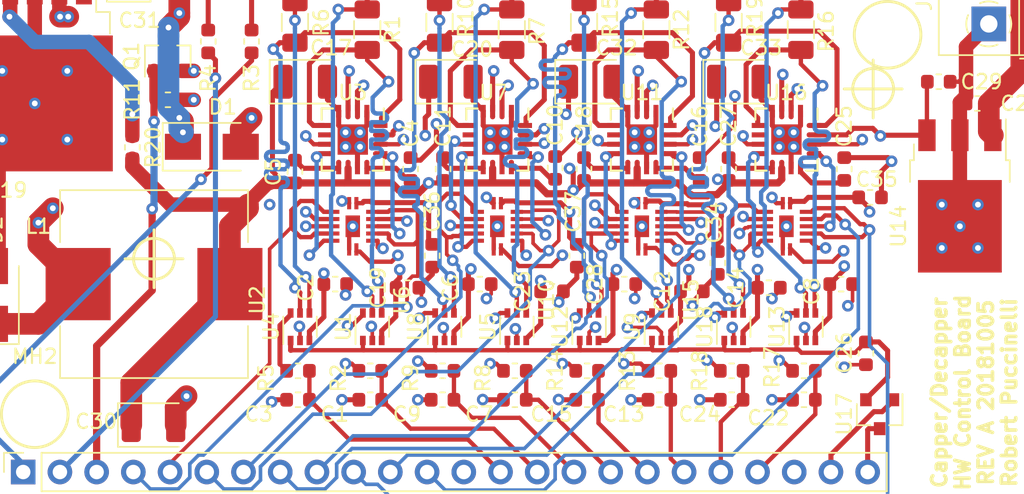
<source format=kicad_pcb>
(kicad_pcb (version 20171130) (host pcbnew "(5.0.0-3-g5ebb6b6)")
  (layers (0 F.Cu signal hide) (1 In1.Cu signal hide) (2 In2.Cu power hide) (31 B.Cu signal hide) (35 F.Paste user) (37 F.SilkS user) (39 F.Mask user hide) (44 Edge.Cuts user hide))
  (net 0 "")
  (net 1 /ADC2)
  (net 2 GND)
  (net 3 /5V)
  (net 4 /ADC1)
  (net 5 "Net-(C4-Pad2)")
  (net 6 "Net-(C5-Pad1)")
  (net 7 /V_motor)
  (net 8 /ADC4)
  (net 9 /ADC3)
  (net 10 "Net-(C10-Pad2)")
  (net 11 "Net-(C11-Pad1)")
  (net 12 /ADC6)
  (net 13 /ADC5)
  (net 14 "Net-(C16-Pad2)")
  (net 15 "Net-(C18-Pad1)")
  (net 16 VBUS)
  (net 17 /ADC8)
  (net 18 /ADC7)
  (net 19 "Net-(C25-Pad2)")
  (net 20 /V_mon)
  (net 21 "Net-(C27-Pad1)")
  (net 22 "Net-(J1-Pad1)")
  (net 23 "Net-(J1-Pad2)")
  (net 24 /SOLSET)
  (net 25 /EN1)
  (net 26 /EN2)
  (net 27 /EN3)
  (net 28 /EN4)
  (net 29 /EN5)
  (net 30 /EN6)
  (net 31 /EN7)
  (net 32 /EN8)
  (net 33 /REV)
  (net 34 /FWD)
  (net 35 /3.3V)
  (net 36 /SW1)
  (net 37 /SW2)
  (net 38 /MOT1_1)
  (net 39 /MOT1_2)
  (net 40 /MOT2_1)
  (net 41 /MOT2_2)
  (net 42 /MOT3_1)
  (net 43 /MOT3_2)
  (net 44 /MOT4_1)
  (net 45 /MOT4_2)
  (net 46 /MOT5_1)
  (net 47 /MOT5_2)
  (net 48 /MOT6_1)
  (net 49 /MOT6_2)
  (net 50 /MOT7_1)
  (net 51 /MOT7_2)
  (net 52 /MOT8_1)
  (net 53 /MOT8_2)
  (net 54 "Net-(R1-Pad1)")
  (net 55 "Net-(R2-Pad1)")
  (net 56 "Net-(R5-Pad2)")
  (net 57 "Net-(R6-Pad2)")
  (net 58 "Net-(R7-Pad1)")
  (net 59 "Net-(R8-Pad1)")
  (net 60 "Net-(R9-Pad2)")
  (net 61 "Net-(R10-Pad2)")
  (net 62 "Net-(R12-Pad1)")
  (net 63 "Net-(R13-Pad1)")
  (net 64 "Net-(R14-Pad2)")
  (net 65 "Net-(R15-Pad2)")
  (net 66 "Net-(R16-Pad1)")
  (net 67 "Net-(R17-Pad1)")
  (net 68 "Net-(R18-Pad2)")
  (net 69 "Net-(R19-Pad2)")
  (net 70 "Net-(U2-Pad11)")
  (net 71 "Net-(U2-Pad8)")
  (net 72 "Net-(U2-Pad6)")
  (net 73 "Net-(U2-Pad3)")
  (net 74 "Net-(U6-Pad3)")
  (net 75 "Net-(U6-Pad6)")
  (net 76 "Net-(U6-Pad8)")
  (net 77 "Net-(U6-Pad11)")
  (net 78 "Net-(U10-Pad11)")
  (net 79 "Net-(U10-Pad8)")
  (net 80 "Net-(U10-Pad6)")
  (net 81 "Net-(U10-Pad3)")
  (net 82 "Net-(U15-Pad3)")
  (net 83 "Net-(U15-Pad6)")
  (net 84 "Net-(U15-Pad8)")
  (net 85 "Net-(U15-Pad11)")
  (net 86 "Net-(D2-Pad1)")
  (net 87 "Net-(R20-Pad1)")
  (net 88 "Net-(U3-Pad6)")
  (net 89 "Net-(U7-Pad6)")
  (net 90 "Net-(U11-Pad6)")
  (net 91 "Net-(U16-Pad6)")
  (module Inductor_SMD:L_Wuerth_HCI-1365 (layer F.Cu) (at 92.25 94)
    (fp_text reference L1 (at -8 -4) (layer F.SilkS))
    (fp_text value 22uH)
    (pad 1 smd rect (at -5.25 0) (size 4.5 5) (layers F.Cu F.Paste F.Mask) (net 86 "Net-(D2-Pad1)"))
    (pad 2 smd rect (at 5.25 0) (size 4.5 5) (layers F.Cu F.Paste F.Mask) (net 7 /V_motor))
  )
  (module Capacitor_SMD:C_0603_1608Metric (layer F.Cu) (at 107.2125 102)
    (fp_text reference C1 (at -2.4625 1) (layer F.SilkS))
    (fp_text value 22nF)
    (pad 2 smd roundrect (at 0.7875 0) (size 0.875 0.95) (layers F.Cu F.Paste F.Mask) (net 1 /ADC2))
    (pad 1 smd roundrect (at -0.7875 0) (size 0.875 0.95) (layers F.Cu F.Paste F.Mask) (net 2 GND))
  )
  (module Capacitor_SMD:C_0603_1608Metric (layer F.Cu) (at 104.7875 94)
    (fp_text reference C2 (at -2.0375 0.25 90) (layer F.SilkS))
    (fp_text value 0.1uF)
    (pad 2 smd roundrect (at 0.7875 0) (size 0.875 0.95) (layers F.Cu F.Paste F.Mask) (net 2 GND))
    (pad 1 smd roundrect (at -0.7875 0) (size 0.875 0.95) (layers F.Cu F.Paste F.Mask) (net 3 /5V))
  )
  (module Capacitor_SMD:C_0603_1608Metric (layer F.Cu) (at 102.2125 102 180)
    (fp_text reference C3 (at 2.7125 -1 180) (layer F.SilkS))
    (fp_text value 22nF)
    (pad 2 smd roundrect (at 0.7875 0 180) (size 0.875 0.95) (layers F.Cu F.Paste F.Mask) (net 2 GND))
    (pad 1 smd roundrect (at -0.7875 0 180) (size 0.875 0.95) (layers F.Cu F.Paste F.Mask) (net 4 /ADC1))
  )
  (module Capacitor_SMD:C_0603_1608Metric (layer F.Cu) (at 110 86.0375 270)
    (fp_text reference C4 (at -2.4625 0 270) (layer F.SilkS))
    (fp_text value 2.2uF)
    (pad 1 smd roundrect (at -0.7875 0 270) (size 0.875 0.95) (layers F.Cu F.Paste F.Mask) (net 2 GND))
    (pad 2 smd roundrect (at 0.7875 0 270) (size 0.875 0.95) (layers F.Cu F.Paste F.Mask) (net 5 "Net-(C4-Pad2)"))
  )
  (module Capacitor_SMD:C_0603_1608Metric (layer F.Cu) (at 102 86.2125 270)
    (fp_text reference C5 (at 0.0375 1.5 270) (layer F.SilkS))
    (fp_text value 10nF)
    (pad 1 smd roundrect (at -0.7875 0 270) (size 0.875 0.95) (layers F.Cu F.Paste F.Mask) (net 6 "Net-(C5-Pad1)"))
    (pad 2 smd roundrect (at 0.7875 0 270) (size 0.875 0.95) (layers F.Cu F.Paste F.Mask) (net 7 /V_motor))
  )
  (module Capacitor_SMD:C_0603_1608Metric (layer F.Cu) (at 114.7875 94)
    (fp_text reference C6 (at -2.0375 0.25 90) (layer F.SilkS))
    (fp_text value 0.1uF)
    (pad 1 smd roundrect (at -0.7875 0) (size 0.875 0.95) (layers F.Cu F.Paste F.Mask) (net 3 /5V))
    (pad 2 smd roundrect (at 0.7875 0) (size 0.875 0.95) (layers F.Cu F.Paste F.Mask) (net 2 GND))
  )
  (module Capacitor_SMD:C_0603_1608Metric (layer F.Cu) (at 117.2125 102)
    (fp_text reference C7 (at -2.4625 1) (layer F.SilkS))
    (fp_text value 22nF)
    (pad 1 smd roundrect (at -0.7875 0) (size 0.875 0.95) (layers F.Cu F.Paste F.Mask) (net 2 GND))
    (pad 2 smd roundrect (at 0.7875 0) (size 0.875 0.95) (layers F.Cu F.Paste F.Mask) (net 8 /ADC4))
  )
  (module Capacitor_SMD:C_0603_1608Metric (layer F.Cu) (at 139.7875 94)
    (fp_text reference C8 (at -2.0375 0.5 90) (layer F.SilkS))
    (fp_text value 0.1uF)
    (pad 1 smd roundrect (at -0.7875 0) (size 0.875 0.95) (layers F.Cu F.Paste F.Mask) (net 3 /5V))
    (pad 2 smd roundrect (at 0.7875 0) (size 0.875 0.95) (layers F.Cu F.Paste F.Mask) (net 2 GND))
  )
  (module Capacitor_SMD:C_0603_1608Metric (layer F.Cu) (at 112.2125 102 180)
    (fp_text reference C9 (at 2.4625 -1 180) (layer F.SilkS))
    (fp_text value 22nF)
    (pad 2 smd roundrect (at 0.7875 0 180) (size 0.875 0.95) (layers F.Cu F.Paste F.Mask) (net 2 GND))
    (pad 1 smd roundrect (at -0.7875 0 180) (size 0.875 0.95) (layers F.Cu F.Paste F.Mask) (net 9 /ADC3))
  )
  (module Capacitor_SMD:C_0603_1608Metric (layer F.Cu) (at 120 85.9625 270)
    (fp_text reference C10 (at -2.9625 0 270) (layer F.SilkS))
    (fp_text value 2.2uF)
    (pad 2 smd roundrect (at 0.7875 0 270) (size 0.875 0.95) (layers F.Cu F.Paste F.Mask) (net 10 "Net-(C10-Pad2)"))
    (pad 1 smd roundrect (at -0.7875 0 270) (size 0.875 0.95) (layers F.Cu F.Paste F.Mask) (net 2 GND))
  )
  (module Capacitor_SMD:C_0603_1608Metric (layer F.Cu) (at 112.25 86.0375 270)
    (fp_text reference C11 (at -2.9625 0 270) (layer F.SilkS))
    (fp_text value 10nF)
    (pad 2 smd roundrect (at 0.7875 0 270) (size 0.875 0.95) (layers F.Cu F.Paste F.Mask) (net 7 /V_motor))
    (pad 1 smd roundrect (at -0.7875 0 270) (size 0.875 0.95) (layers F.Cu F.Paste F.Mask) (net 11 "Net-(C11-Pad1)"))
  )
  (module Capacitor_SMD:C_0603_1608Metric (layer F.Cu) (at 129.4625 94.5)
    (fp_text reference C12 (at -2.0375 0 90) (layer F.SilkS))
    (fp_text value 0.1uF)
    (pad 2 smd roundrect (at 0.7875 0) (size 0.875 0.95) (layers F.Cu F.Paste F.Mask) (net 2 GND))
    (pad 1 smd roundrect (at -0.7875 0) (size 0.875 0.95) (layers F.Cu F.Paste F.Mask) (net 3 /5V))
  )
  (module Capacitor_SMD:C_0603_1608Metric (layer F.Cu) (at 127.2125 102)
    (fp_text reference C13 (at -2.4625 1) (layer F.SilkS))
    (fp_text value 22nF)
    (pad 1 smd roundrect (at -0.7875 0) (size 0.875 0.95) (layers F.Cu F.Paste F.Mask) (net 2 GND))
    (pad 2 smd roundrect (at 0.7875 0) (size 0.875 0.95) (layers F.Cu F.Paste F.Mask) (net 12 /ADC6))
  )
  (module Capacitor_SMD:C_0603_1608Metric (layer F.Cu) (at 134.7875 94.25)
    (fp_text reference C14 (at -2.2875 0 90) (layer F.SilkS))
    (fp_text value 0.1uF)
    (pad 1 smd roundrect (at -0.7875 0) (size 0.875 0.95) (layers F.Cu F.Paste F.Mask) (net 3 /5V))
    (pad 2 smd roundrect (at 0.7875 0) (size 0.875 0.95) (layers F.Cu F.Paste F.Mask) (net 2 GND))
  )
  (module Capacitor_SMD:C_0603_1608Metric (layer F.Cu) (at 122.2125 102 180)
    (fp_text reference C15 (at 2.4625 -1 180) (layer F.SilkS))
    (fp_text value 22nF)
    (pad 1 smd roundrect (at -0.7875 0 180) (size 0.875 0.95) (layers F.Cu F.Paste F.Mask) (net 13 /ADC5))
    (pad 2 smd roundrect (at 0.7875 0 180) (size 0.875 0.95) (layers F.Cu F.Paste F.Mask) (net 2 GND))
  )
  (module Capacitor_SMD:C_0603_1608Metric (layer F.Cu) (at 130 86.0375 270)
    (fp_text reference C16 (at -2.9625 0 270) (layer F.SilkS))
    (fp_text value 2.2uF)
    (pad 1 smd roundrect (at -0.7875 0 270) (size 0.875 0.95) (layers F.Cu F.Paste F.Mask) (net 2 GND))
    (pad 2 smd roundrect (at 0.7875 0 270) (size 0.875 0.95) (layers F.Cu F.Paste F.Mask) (net 14 "Net-(C16-Pad2)"))
  )
  (module Capacitor_SMD:C_0603_1608Metric (layer F.Cu) (at 122 86.0375 270)
    (fp_text reference C18 (at -2.9625 0 270) (layer F.SilkS))
    (fp_text value 10nF)
    (pad 2 smd roundrect (at 0.7875 0 270) (size 0.875 0.95) (layers F.Cu F.Paste F.Mask) (net 7 /V_motor))
    (pad 1 smd roundrect (at -0.7875 0 270) (size 0.875 0.95) (layers F.Cu F.Paste F.Mask) (net 15 "Net-(C18-Pad1)"))
  )
  (module Capacitor_SMD:C_0603_1608Metric (layer F.Cu) (at 109.7875 94.25)
    (fp_text reference C19 (at -2.0375 0 90) (layer F.SilkS))
    (fp_text value 0.1uF)
    (pad 1 smd roundrect (at -0.7875 0) (size 0.875 0.95) (layers F.Cu F.Paste F.Mask) (net 3 /5V))
    (pad 2 smd roundrect (at 0.7875 0) (size 0.875 0.95) (layers F.Cu F.Paste F.Mask) (net 2 GND))
  )
  (module Capacitor_SMD:C_0603_1608Metric (layer F.Cu) (at 149.2125 81.5)
    (fp_text reference C21 (at 3.0375 0) (layer F.SilkS))
    (fp_text value 0.33uF)
    (pad 1 smd roundrect (at -0.7875 0) (size 0.875 0.95) (layers F.Cu F.Paste F.Mask) (net 2 GND))
    (pad 2 smd roundrect (at 0.7875 0) (size 0.875 0.95) (layers F.Cu F.Paste F.Mask) (net 16 VBUS))
  )
  (module Capacitor_SMD:C_0603_1608Metric (layer F.Cu) (at 137.2125 102)
    (fp_text reference C22 (at -2.4625 1.25) (layer F.SilkS))
    (fp_text value 22nF)
    (pad 2 smd roundrect (at 0.7875 0) (size 0.875 0.95) (layers F.Cu F.Paste F.Mask) (net 17 /ADC8))
    (pad 1 smd roundrect (at -0.7875 0) (size 0.875 0.95) (layers F.Cu F.Paste F.Mask) (net 2 GND))
  )
  (module Capacitor_SMD:C_0603_1608Metric (layer F.Cu) (at 119.7875 94.5)
    (fp_text reference C23 (at -2.0375 0 90) (layer F.SilkS))
    (fp_text value 0.1uF)
    (pad 2 smd roundrect (at 0.7875 0) (size 0.875 0.95) (layers F.Cu F.Paste F.Mask) (net 2 GND))
    (pad 1 smd roundrect (at -0.7875 0) (size 0.875 0.95) (layers F.Cu F.Paste F.Mask) (net 3 /5V))
  )
  (module Capacitor_SMD:C_0603_1608Metric (layer F.Cu) (at 132.2125 102 180)
    (fp_text reference C24 (at 2.2125 -1 180) (layer F.SilkS))
    (fp_text value 22nF)
    (pad 2 smd roundrect (at 0.7875 0 180) (size 0.875 0.95) (layers F.Cu F.Paste F.Mask) (net 2 GND))
    (pad 1 smd roundrect (at -0.7875 0 180) (size 0.875 0.95) (layers F.Cu F.Paste F.Mask) (net 18 /ADC7))
  )
  (module Capacitor_SMD:C_0603_1608Metric (layer F.Cu) (at 140 86.0375 270)
    (fp_text reference C25 (at -2.9625 0 270) (layer F.SilkS))
    (fp_text value 2.2uF)
    (pad 2 smd roundrect (at 0.7875 0 270) (size 0.875 0.95) (layers F.Cu F.Paste F.Mask) (net 19 "Net-(C25-Pad2)"))
    (pad 1 smd roundrect (at -0.7875 0 270) (size 0.875 0.95) (layers F.Cu F.Paste F.Mask) (net 2 GND))
  )
  (module Capacitor_SMD:C_0603_1608Metric (layer F.Cu) (at 141.5 98.7875 270)
    (fp_text reference C26 (at -0.0375 1.5 270) (layer F.SilkS))
    (fp_text value 0.01uF)
    (pad 2 smd roundrect (at 0.7875 0 270) (size 0.875 0.95) (layers F.Cu F.Paste F.Mask) (net 2 GND))
    (pad 1 smd roundrect (at -0.7875 0 270) (size 0.875 0.95) (layers F.Cu F.Paste F.Mask) (net 20 /V_mon))
  )
  (module Capacitor_SMD:C_0603_1608Metric (layer F.Cu) (at 132 86.0375 270)
    (fp_text reference C27 (at -2.9625 0 270) (layer F.SilkS))
    (fp_text value 10nF)
    (pad 1 smd roundrect (at -0.7875 0 270) (size 0.875 0.95) (layers F.Cu F.Paste F.Mask) (net 21 "Net-(C27-Pad1)"))
    (pad 2 smd roundrect (at 0.7875 0 270) (size 0.875 0.95) (layers F.Cu F.Paste F.Mask) (net 7 /V_motor))
  )
  (module Capacitor_SMD:C_0603_1608Metric (layer F.Cu) (at 124.7875 94)
    (fp_text reference C28 (at -2.0375 0 90) (layer F.SilkS))
    (fp_text value 0.1uF)
    (pad 2 smd roundrect (at 0.7875 0) (size 0.875 0.95) (layers F.Cu F.Paste F.Mask) (net 2 GND))
    (pad 1 smd roundrect (at -0.7875 0) (size 0.875 0.95) (layers F.Cu F.Paste F.Mask) (net 3 /5V))
  )
  (module Diode_SMD:D_SMA (layer F.Cu) (at 96.25 84.5)
    (fp_text reference D1 (at 0.75 -2.75 180) (layer F.SilkS))
    (fp_text value Schottky)
    (pad 1 smd rect (at -2 0) (size 2.5 1.8) (layers F.Cu F.Paste F.Mask) (net 16 VBUS))
    (pad 2 smd rect (at 2 0) (size 2.5 1.8) (layers F.Cu F.Paste F.Mask) (net 2 GND))
  )
  (module Connector_PinSocket_2.54mm:PinSocket_1x24_P2.54mm_Vertical (layer F.Cu) (at 83.2 107 90)
    (fp_text reference J1 (at 0 -2.77 90) (layer F.SilkS))
    (fp_text value "Pi Control Signals")
    (pad 1 thru_hole rect (at 0 0 90) (size 1.7 1.7) (drill 1) (layers *.Cu *.Mask) (net 22 "Net-(J1-Pad1)"))
    (pad 2 thru_hole oval (at 0 2.54 90) (size 1.7 1.7) (drill 1) (layers *.Cu *.Mask) (net 23 "Net-(J1-Pad2)"))
    (pad 3 thru_hole oval (at 0 5.08 90) (size 1.7 1.7) (drill 1) (layers *.Cu *.Mask) (net 24 /SOLSET))
    (pad 4 thru_hole oval (at 0 7.62 90) (size 1.7 1.7) (drill 1) (layers *.Cu *.Mask) (net 25 /EN1))
    (pad 5 thru_hole oval (at 0 10.16 90) (size 1.7 1.7) (drill 1) (layers *.Cu *.Mask) (net 26 /EN2))
    (pad 6 thru_hole oval (at 0 12.7 90) (size 1.7 1.7) (drill 1) (layers *.Cu *.Mask) (net 27 /EN3))
    (pad 7 thru_hole oval (at 0 15.24 90) (size 1.7 1.7) (drill 1) (layers *.Cu *.Mask) (net 28 /EN4))
    (pad 8 thru_hole oval (at 0 17.78 90) (size 1.7 1.7) (drill 1) (layers *.Cu *.Mask) (net 29 /EN5))
    (pad 9 thru_hole oval (at 0 20.32 90) (size 1.7 1.7) (drill 1) (layers *.Cu *.Mask) (net 30 /EN6))
    (pad 10 thru_hole oval (at 0 22.86 90) (size 1.7 1.7) (drill 1) (layers *.Cu *.Mask) (net 31 /EN7))
    (pad 11 thru_hole oval (at 0 25.4 90) (size 1.7 1.7) (drill 1) (layers *.Cu *.Mask) (net 32 /EN8))
    (pad 12 thru_hole oval (at 0 27.94 90) (size 1.7 1.7) (drill 1) (layers *.Cu *.Mask) (net 33 /REV))
    (pad 13 thru_hole oval (at 0 30.48 90) (size 1.7 1.7) (drill 1) (layers *.Cu *.Mask) (net 34 /FWD))
    (pad 14 thru_hole oval (at 0 33.02 90) (size 1.7 1.7) (drill 1) (layers *.Cu *.Mask) (net 4 /ADC1))
    (pad 15 thru_hole oval (at 0 35.56 90) (size 1.7 1.7) (drill 1) (layers *.Cu *.Mask) (net 1 /ADC2))
    (pad 16 thru_hole oval (at 0 38.1 90) (size 1.7 1.7) (drill 1) (layers *.Cu *.Mask) (net 9 /ADC3))
    (pad 17 thru_hole oval (at 0 40.64 90) (size 1.7 1.7) (drill 1) (layers *.Cu *.Mask) (net 8 /ADC4))
    (pad 18 thru_hole oval (at 0 43.18 90) (size 1.7 1.7) (drill 1) (layers *.Cu *.Mask) (net 13 /ADC5))
    (pad 19 thru_hole oval (at 0 45.72 90) (size 1.7 1.7) (drill 1) (layers *.Cu *.Mask) (net 12 /ADC6))
    (pad 20 thru_hole oval (at 0 48.26 90) (size 1.7 1.7) (drill 1) (layers *.Cu *.Mask) (net 18 /ADC7))
    (pad 21 thru_hole oval (at 0 50.8 90) (size 1.7 1.7) (drill 1) (layers *.Cu *.Mask) (net 17 /ADC8))
    (pad 22 thru_hole oval (at 0 53.34 90) (size 1.7 1.7) (drill 1) (layers *.Cu *.Mask) (net 3 /5V))
    (pad 23 thru_hole oval (at 0 55.88 90) (size 1.7 1.7) (drill 1) (layers *.Cu *.Mask) (net 35 /3.3V))
    (pad 24 thru_hole oval (at 0 58.42 90) (size 1.7 1.7) (drill 1) (layers *.Cu *.Mask) (net 2 GND))
  )
  (module Connector_PinSocket_2.54mm:PinSocket_1x20_P2.54mm_Vertical (layer F.Cu) (at 94 72 90)
    (fp_text reference J2 (at 3 -1 90) (layer F.SilkS))
    (fp_text value Motor_Power)
    (pad 1 thru_hole rect (at 0 0 90) (size 1.7 1.7) (drill 1) (layers *.Cu *.Mask) (net 16 VBUS))
    (pad 2 thru_hole oval (at 0 2.54 90) (size 1.7 1.7) (drill 1) (layers *.Cu *.Mask) (net 36 /SW1))
    (pad 3 thru_hole oval (at 0 5.08 90) (size 1.7 1.7) (drill 1) (layers *.Cu *.Mask) (net 37 /SW2))
    (pad 4 thru_hole oval (at 0 7.62 90) (size 1.7 1.7) (drill 1) (layers *.Cu *.Mask) (net 38 /MOT1_1))
    (pad 5 thru_hole oval (at 0 10.16 90) (size 1.7 1.7) (drill 1) (layers *.Cu *.Mask) (net 39 /MOT1_2))
    (pad 6 thru_hole oval (at 0 12.7 90) (size 1.7 1.7) (drill 1) (layers *.Cu *.Mask) (net 40 /MOT2_1))
    (pad 7 thru_hole oval (at 0 15.24 90) (size 1.7 1.7) (drill 1) (layers *.Cu *.Mask) (net 41 /MOT2_2))
    (pad 8 thru_hole oval (at 0 17.78 90) (size 1.7 1.7) (drill 1) (layers *.Cu *.Mask) (net 42 /MOT3_1))
    (pad 9 thru_hole oval (at 0 20.32 90) (size 1.7 1.7) (drill 1) (layers *.Cu *.Mask) (net 43 /MOT3_2))
    (pad 10 thru_hole oval (at 0 22.86 90) (size 1.7 1.7) (drill 1) (layers *.Cu *.Mask) (net 44 /MOT4_1))
    (pad 11 thru_hole oval (at 0 25.4 90) (size 1.7 1.7) (drill 1) (layers *.Cu *.Mask) (net 45 /MOT4_2))
    (pad 12 thru_hole oval (at 0 27.94 90) (size 1.7 1.7) (drill 1) (layers *.Cu *.Mask) (net 46 /MOT5_1))
    (pad 13 thru_hole oval (at 0 30.48 90) (size 1.7 1.7) (drill 1) (layers *.Cu *.Mask) (net 47 /MOT5_2))
    (pad 14 thru_hole oval (at 0 33.02 90) (size 1.7 1.7) (drill 1) (layers *.Cu *.Mask) (net 48 /MOT6_1))
    (pad 15 thru_hole oval (at 0 35.56 90) (size 1.7 1.7) (drill 1) (layers *.Cu *.Mask) (net 49 /MOT6_2))
    (pad 16 thru_hole oval (at 0 38.1 90) (size 1.7 1.7) (drill 1) (layers *.Cu *.Mask) (net 50 /MOT7_1))
    (pad 17 thru_hole oval (at 0 40.64 90) (size 1.7 1.7) (drill 1) (layers *.Cu *.Mask) (net 51 /MOT7_2))
    (pad 18 thru_hole oval (at 0 43.18 90) (size 1.7 1.7) (drill 1) (layers *.Cu *.Mask) (net 52 /MOT8_1))
    (pad 19 thru_hole oval (at 0 45.72 90) (size 1.7 1.7) (drill 1) (layers *.Cu *.Mask) (net 53 /MOT8_2))
    (pad 20 thru_hole oval (at 0 48.26 90) (size 1.7 1.7) (drill 1) (layers *.Cu *.Mask) (net 2 GND))
  )
  (module TerminalBlock_4Ucon:TerminalBlock_4Ucon_1x02_P3.50mm_Horizontal (layer F.Cu) (at 150 76 90)
    (fp_text reference J3 (at 1.75 -4.46 90) (layer F.SilkS))
    (fp_text value Screw_Term)
    (pad 1 thru_hole rect (at 0 0 90) (size 2.4 2.4) (drill 1.2) (layers *.Cu *.Mask) (net 2 GND))
    (pad 2 thru_hole circle (at 3.5 0 90) (size 2.4 2.4) (drill 1.2) (layers *.Cu *.Mask) (net 16 VBUS))
  )
  (module Package_TO_SOT_SMD:SOT-23 (layer F.Cu) (at 93.2 78.25 90)
    (fp_text reference Q1 (at 0 -2.5 90) (layer F.SilkS))
    (fp_text value Q_NMOS_GSD)
    (pad 3 smd rect (at 1 0 90) (size 0.9 0.8) (layers F.Cu F.Paste F.Mask) (net 16 VBUS))
    (pad 2 smd rect (at -1 0.95 90) (size 0.9 0.8) (layers F.Cu F.Paste F.Mask) (net 2 GND))
    (pad 1 smd rect (at -1 -0.95 90) (size 0.9 0.8) (layers F.Cu F.Paste F.Mask) (net 24 /SOLSET))
  )
  (module Resistor_SMD:R_1206_3216Metric (layer F.Cu) (at 107 76.4 90)
    (fp_text reference R1 (at 0 1.75 90) (layer F.SilkS))
    (fp_text value 0.05R)
    (pad 1 smd roundrect (at -1.4 0 90) (size 1.25 1.75) (layers F.Cu F.Paste F.Mask) (roundrect_rratio 0.2) (net 54 "Net-(R1-Pad1)"))
    (pad 2 smd roundrect (at 1.4 0 90) (size 1.25 1.75) (layers F.Cu F.Paste F.Mask) (roundrect_rratio 0.2) (net 40 /MOT2_1))
  )
  (module Resistor_SMD:R_0603_1608Metric (layer F.Cu) (at 107.2125 100)
    (fp_text reference R2 (at -2.2125 0.5 90) (layer F.SilkS))
    (fp_text value 20k)
    (pad 1 smd roundrect (at -0.7875 0) (size 0.875 0.95) (layers F.Cu F.Paste F.Mask) (net 55 "Net-(R2-Pad1)"))
    (pad 2 smd roundrect (at 0.7875 0) (size 0.875 0.95) (layers F.Cu F.Paste F.Mask) (net 1 /ADC2))
  )
  (module Resistor_SMD:R_0603_1608Metric (layer F.Cu) (at 99 77.2125 90)
    (fp_text reference R3 (at -2.5375 0 90) (layer F.SilkS))
    (fp_text value 330R)
    (pad 1 smd roundrect (at -0.7875 0 90) (size 0.875 0.95) (layers F.Cu F.Paste F.Mask) (net 22 "Net-(J1-Pad1)"))
    (pad 2 smd roundrect (at 0.7875 0 90) (size 0.875 0.95) (layers F.Cu F.Paste F.Mask) (net 37 /SW2))
  )
  (module Resistor_SMD:R_0603_1608Metric (layer F.Cu) (at 96 77.2125 270)
    (fp_text reference R4 (at 2.5375 0 270) (layer F.SilkS))
    (fp_text value 330R)
    (pad 2 smd roundrect (at 0.7875 0 270) (size 0.875 0.95) (layers F.Cu F.Paste F.Mask) (net 23 "Net-(J1-Pad2)"))
    (pad 1 smd roundrect (at -0.7875 0 270) (size 0.875 0.95) (layers F.Cu F.Paste F.Mask) (net 36 /SW1))
  )
  (module Resistor_SMD:R_0603_1608Metric (layer F.Cu) (at 102.2125 100 180)
    (fp_text reference R5 (at 2.2125 -0.5 270) (layer F.SilkS))
    (fp_text value 20k)
    (pad 2 smd roundrect (at 0.7875 0 180) (size 0.875 0.95) (layers F.Cu F.Paste F.Mask) (net 56 "Net-(R5-Pad2)"))
    (pad 1 smd roundrect (at -0.7875 0 180) (size 0.875 0.95) (layers F.Cu F.Paste F.Mask) (net 4 /ADC1))
  )
  (module Resistor_SMD:R_1206_3216Metric (layer F.Cu) (at 102 75.9 270)
    (fp_text reference R6 (at 0 -1.82 270) (layer F.SilkS))
    (fp_text value 0.05R)
    (pad 2 smd roundrect (at 1.4 0 270) (size 1.25 1.75) (layers F.Cu F.Paste F.Mask) (roundrect_rratio 0.2) (net 57 "Net-(R6-Pad2)"))
    (pad 1 smd roundrect (at -1.4 0 270) (size 1.25 1.75) (layers F.Cu F.Paste F.Mask) (roundrect_rratio 0.2) (net 38 /MOT1_1))
  )
  (module Resistor_SMD:R_1206_3216Metric (layer F.Cu) (at 117 76.4 90)
    (fp_text reference R7 (at -0.1 1.75 90) (layer F.SilkS))
    (fp_text value 0.05R)
    (pad 1 smd roundrect (at -1.4 0 90) (size 1.25 1.75) (layers F.Cu F.Paste F.Mask) (roundrect_rratio 0.2) (net 58 "Net-(R7-Pad1)"))
    (pad 2 smd roundrect (at 1.4 0 90) (size 1.25 1.75) (layers F.Cu F.Paste F.Mask) (roundrect_rratio 0.2) (net 44 /MOT4_1))
  )
  (module Resistor_SMD:R_0603_1608Metric (layer F.Cu) (at 117.2125 100)
    (fp_text reference R8 (at -2.2125 0.5 90) (layer F.SilkS))
    (fp_text value 20k)
    (pad 2 smd roundrect (at 0.7875 0) (size 0.875 0.95) (layers F.Cu F.Paste F.Mask) (net 8 /ADC4))
    (pad 1 smd roundrect (at -0.7875 0) (size 0.875 0.95) (layers F.Cu F.Paste F.Mask) (net 59 "Net-(R8-Pad1)"))
  )
  (module Resistor_SMD:R_0603_1608Metric (layer F.Cu) (at 112.2125 100 180)
    (fp_text reference R9 (at 2.2125 -0.5 270) (layer F.SilkS))
    (fp_text value 20k)
    (pad 1 smd roundrect (at -0.7875 0 180) (size 0.875 0.95) (layers F.Cu F.Paste F.Mask) (net 9 /ADC3))
    (pad 2 smd roundrect (at 0.7875 0 180) (size 0.875 0.95) (layers F.Cu F.Paste F.Mask) (net 60 "Net-(R9-Pad2)"))
  )
  (module Resistor_SMD:R_1206_3216Metric (layer F.Cu) (at 112 75.9 270)
    (fp_text reference R10 (at -0.4 -1.82 270) (layer F.SilkS))
    (fp_text value 0.05R)
    (pad 2 smd roundrect (at 1.4 0 270) (size 1.25 1.75) (layers F.Cu F.Paste F.Mask) (roundrect_rratio 0.2) (net 61 "Net-(R10-Pad2)"))
    (pad 1 smd roundrect (at -1.4 0 270) (size 1.25 1.75) (layers F.Cu F.Paste F.Mask) (roundrect_rratio 0.2) (net 42 /MOT3_1))
  )
  (module Resistor_SMD:R_0603_1608Metric (layer F.Cu) (at 93.2125 81.25 180)
    (fp_text reference R11 (at 2.4625 0 270) (layer F.SilkS))
    (fp_text value 5k)
    (pad 1 smd roundrect (at -0.7875 0 180) (size 0.875 0.95) (layers F.Cu F.Paste F.Mask) (net 2 GND))
    (pad 2 smd roundrect (at 0.7875 0 180) (size 0.875 0.95) (layers F.Cu F.Paste F.Mask) (net 24 /SOLSET))
  )
  (module Resistor_SMD:R_1206_3216Metric (layer F.Cu) (at 127 76.4 90)
    (fp_text reference R12 (at 0 1.75 90) (layer F.SilkS))
    (fp_text value 0.05R)
    (pad 1 smd roundrect (at -1.4 0 90) (size 1.25 1.75) (layers F.Cu F.Paste F.Mask) (roundrect_rratio 0.2) (net 62 "Net-(R12-Pad1)"))
    (pad 2 smd roundrect (at 1.4 0 90) (size 1.25 1.75) (layers F.Cu F.Paste F.Mask) (roundrect_rratio 0.2) (net 48 /MOT6_1))
  )
  (module Resistor_SMD:R_0603_1608Metric (layer F.Cu) (at 127.2125 100)
    (fp_text reference R13 (at -2.2125 0 90) (layer F.SilkS))
    (fp_text value 20k)
    (pad 2 smd roundrect (at 0.7875 0) (size 0.875 0.95) (layers F.Cu F.Paste F.Mask) (net 12 /ADC6))
    (pad 1 smd roundrect (at -0.7875 0) (size 0.875 0.95) (layers F.Cu F.Paste F.Mask) (net 63 "Net-(R13-Pad1)"))
  )
  (module Resistor_SMD:R_0603_1608Metric (layer F.Cu) (at 122.2125 100 180)
    (fp_text reference R14 (at 2.2125 0 270) (layer F.SilkS))
    (fp_text value 20k)
    (pad 2 smd roundrect (at 0.7875 0 180) (size 0.875 0.95) (layers F.Cu F.Paste F.Mask) (net 64 "Net-(R14-Pad2)"))
    (pad 1 smd roundrect (at -0.7875 0 180) (size 0.875 0.95) (layers F.Cu F.Paste F.Mask) (net 13 /ADC5))
  )
  (module Resistor_SMD:R_1206_3216Metric (layer F.Cu) (at 122 75.9 270)
    (fp_text reference R15 (at -0.4 -1.82 270) (layer F.SilkS))
    (fp_text value 0.05R)
    (pad 2 smd roundrect (at 1.4 0 270) (size 1.25 1.75) (layers F.Cu F.Paste F.Mask) (roundrect_rratio 0.2) (net 65 "Net-(R15-Pad2)"))
    (pad 1 smd roundrect (at -1.4 0 270) (size 1.25 1.75) (layers F.Cu F.Paste F.Mask) (roundrect_rratio 0.2) (net 46 /MOT5_1))
  )
  (module Resistor_SMD:R_1206_3216Metric (layer F.Cu) (at 137 76.4 90)
    (fp_text reference R16 (at -0.1 1.75 90) (layer F.SilkS))
    (fp_text value 0.05R)
    (pad 1 smd roundrect (at -1.4 0 90) (size 1.25 1.75) (layers F.Cu F.Paste F.Mask) (roundrect_rratio 0.2) (net 66 "Net-(R16-Pad1)"))
    (pad 2 smd roundrect (at 1.4 0 90) (size 1.25 1.75) (layers F.Cu F.Paste F.Mask) (roundrect_rratio 0.2) (net 52 /MOT8_1))
  )
  (module Resistor_SMD:R_0603_1608Metric (layer F.Cu) (at 137.2125 100)
    (fp_text reference R17 (at -2.2125 -0.25 90) (layer F.SilkS))
    (fp_text value 20k)
    (pad 1 smd roundrect (at -0.7875 0) (size 0.875 0.95) (layers F.Cu F.Paste F.Mask) (net 67 "Net-(R17-Pad1)"))
    (pad 2 smd roundrect (at 0.7875 0) (size 0.875 0.95) (layers F.Cu F.Paste F.Mask) (net 17 /ADC8))
  )
  (module Resistor_SMD:R_0603_1608Metric (layer F.Cu) (at 132.2125 100 180)
    (fp_text reference R18 (at 2.2125 0 270) (layer F.SilkS))
    (fp_text value 20k)
    (pad 1 smd roundrect (at -0.7875 0 180) (size 0.875 0.95) (layers F.Cu F.Paste F.Mask) (net 18 /ADC7))
    (pad 2 smd roundrect (at 0.7875 0 180) (size 0.875 0.95) (layers F.Cu F.Paste F.Mask) (net 68 "Net-(R18-Pad2)"))
  )
  (module Resistor_SMD:R_1206_3216Metric (layer F.Cu) (at 132 75.9 270)
    (fp_text reference R19 (at -0.4 -1.82 270) (layer F.SilkS))
    (fp_text value 0.05R)
    (pad 2 smd roundrect (at 1.4 0 270) (size 1.25 1.75) (layers F.Cu F.Paste F.Mask) (roundrect_rratio 0.2) (net 69 "Net-(R19-Pad2)"))
    (pad 1 smd roundrect (at -1.4 0 270) (size 1.25 1.75) (layers F.Cu F.Paste F.Mask) (roundrect_rratio 0.2) (net 50 /MOT7_1))
  )
  (module Package_TO_SOT_SMD:SOT-363_SC-70-6 (layer F.Cu) (at 107.35 96.95 90)
    (fp_text reference U1 (at 0 -2 90) (layer F.SilkS))
    (fp_text value INA214)
    (pad 6 smd rect (at 0.95 -0.65 90) (size 0.65 0.4) (layers F.Cu F.Paste F.Mask) (net 55 "Net-(R2-Pad1)"))
    (pad 4 smd rect (at 0.95 0.65 90) (size 0.65 0.4) (layers F.Cu F.Paste F.Mask) (net 54 "Net-(R1-Pad1)"))
    (pad 2 smd rect (at -0.95 0 90) (size 0.65 0.4) (layers F.Cu F.Paste F.Mask) (net 2 GND))
    (pad 5 smd rect (at 0.95 0 90) (size 0.65 0.4) (layers F.Cu F.Paste F.Mask) (net 40 /MOT2_1))
    (pad 3 smd rect (at -0.95 0.65 90) (size 0.65 0.4) (layers F.Cu F.Paste F.Mask) (net 3 /5V))
    (pad 1 smd rect (at -0.95 -0.65 90) (size 0.65 0.4) (layers F.Cu F.Paste F.Mask) (net 20 /V_mon))
  )
  (module Package_DFN_QFN:WQFN-16-1EP_4x4mm_P0.65mm_EP2.1x2.1mm (layer F.Cu) (at 106 84 270)
    (fp_text reference U3 (at -3.25 0) (layer F.SilkS))
    (fp_text value DRV8833RTY)
    (pad 1 smd rect (at -1.9875 -0.975 270) (size 0.825 0.35) (layers F.Cu F.Paste F.Mask) (net 2 GND))
    (pad 1 smd circle (at -1.575 -0.975 270) (size 0.35 0.35) (layers F.Cu F.Paste F.Mask) (net 2 GND))
    (pad 2 smd rect (at -1.9875 -0.325 270) (size 0.825 0.35) (layers F.Cu F.Paste F.Mask) (net 39 /MOT1_2))
    (pad 2 smd circle (at -1.575 -0.325 270) (size 0.35 0.35) (layers F.Cu F.Paste F.Mask) (net 39 /MOT1_2))
    (pad 3 smd rect (at -1.9875 0.325 270) (size 0.825 0.35) (layers F.Cu F.Paste F.Mask) (net 41 /MOT2_2))
    (pad 3 smd circle (at -1.575 0.325 270) (size 0.35 0.35) (layers F.Cu F.Paste F.Mask) (net 41 /MOT2_2))
    (pad 4 smd rect (at -1.9875 0.975 270) (size 0.825 0.35) (layers F.Cu F.Paste F.Mask) (net 2 GND))
    (pad 4 smd circle (at -1.575 0.975 270) (size 0.35 0.35) (layers F.Cu F.Paste F.Mask) (net 2 GND))
    (pad 5 smd rect (at -0.975 1.9875) (size 0.825 0.35) (layers F.Cu F.Paste F.Mask) (net 54 "Net-(R1-Pad1)"))
    (pad 5 smd circle (at -0.975 1.575) (size 0.35 0.35) (layers F.Cu F.Paste F.Mask) (net 54 "Net-(R1-Pad1)"))
    (pad 6 smd rect (at -0.325 1.9875) (size 0.825 0.35) (layers F.Cu F.Paste F.Mask) (net 88 "Net-(U3-Pad6)"))
    (pad 6 smd circle (at -0.325 1.575) (size 0.35 0.35) (layers F.Cu F.Paste F.Mask) (net 88 "Net-(U3-Pad6)"))
    (pad 7 smd rect (at 0.325 1.9875) (size 0.825 0.35) (layers F.Cu F.Paste F.Mask) (net 73 "Net-(U2-Pad3)"))
    (pad 7 smd circle (at 0.325 1.575) (size 0.35 0.35) (layers F.Cu F.Paste F.Mask) (net 73 "Net-(U2-Pad3)"))
    (pad 8 smd rect (at 0.975 1.9875) (size 0.825 0.35) (layers F.Cu F.Paste F.Mask) (net 72 "Net-(U2-Pad6)"))
    (pad 8 smd circle (at 0.975 1.575) (size 0.35 0.35) (layers F.Cu F.Paste F.Mask) (net 72 "Net-(U2-Pad6)"))
    (pad 9 smd rect (at 1.9875 0.975 270) (size 0.825 0.35) (layers F.Cu F.Paste F.Mask) (net 6 "Net-(C5-Pad1)"))
    (pad 9 smd circle (at 1.575 0.975 270) (size 0.35 0.35) (layers F.Cu F.Paste F.Mask) (net 6 "Net-(C5-Pad1)"))
    (pad 10 smd rect (at 1.9875 0.325 270) (size 0.825 0.35) (layers F.Cu F.Paste F.Mask) (net 7 /V_motor))
    (pad 10 smd circle (at 1.575 0.325 270) (size 0.35 0.35) (layers F.Cu F.Paste F.Mask) (net 7 /V_motor))
    (pad 11 smd rect (at 1.9875 -0.325 270) (size 0.825 0.35) (layers F.Cu F.Paste F.Mask) (net 2 GND))
    (pad 11 smd circle (at 1.575 -0.325 270) (size 0.35 0.35) (layers F.Cu F.Paste F.Mask) (net 2 GND))
    (pad 12 smd rect (at 1.9875 -0.975 270) (size 0.825 0.35) (layers F.Cu F.Paste F.Mask) (net 5 "Net-(C4-Pad2)"))
    (pad 12 smd circle (at 1.575 -0.975 270) (size 0.35 0.35) (layers F.Cu F.Paste F.Mask) (net 5 "Net-(C4-Pad2)"))
    (pad 13 smd rect (at 0.975 -1.9875) (size 0.825 0.35) (layers F.Cu F.Paste F.Mask) (net 70 "Net-(U2-Pad11)"))
    (pad 13 smd circle (at 0.975 -1.575) (size 0.35 0.35) (layers F.Cu F.Paste F.Mask) (net 70 "Net-(U2-Pad11)"))
    (pad 14 smd rect (at 0.325 -1.9875) (size 0.825 0.35) (layers F.Cu F.Paste F.Mask) (net 71 "Net-(U2-Pad8)"))
    (pad 14 smd circle (at 0.325 -1.575) (size 0.35 0.35) (layers F.Cu F.Paste F.Mask) (net 71 "Net-(U2-Pad8)"))
    (pad 15 smd rect (at -0.325 -1.9875) (size 0.825 0.35) (layers F.Cu F.Paste F.Mask) (net 3 /5V))
    (pad 15 smd circle (at -0.325 -1.575) (size 0.35 0.35) (layers F.Cu F.Paste F.Mask) (net 3 /5V))
    (pad 16 smd rect (at -0.975 -1.9875) (size 0.825 0.35) (layers F.Cu F.Paste F.Mask) (net 57 "Net-(R6-Pad2)"))
    (pad 16 smd circle (at -0.975 -1.575) (size 0.35 0.35) (layers F.Cu F.Paste F.Mask) (net 57 "Net-(R6-Pad2)"))
    (pad 17 smd rect (at 0 0 270) (size 2.1 2.1) (layers F.Cu F.Mask) (net 2 GND))
  )
  (module Package_TO_SOT_SMD:SOT-363_SC-70-6 (layer F.Cu) (at 102.35 96.95 90)
    (fp_text reference U4 (at 0 -2 90) (layer F.SilkS))
    (fp_text value INA214)
    (pad 1 smd rect (at -0.95 -0.65 90) (size 0.65 0.4) (layers F.Cu F.Paste F.Mask) (net 20 /V_mon))
    (pad 3 smd rect (at -0.95 0.65 90) (size 0.65 0.4) (layers F.Cu F.Paste F.Mask) (net 3 /5V))
    (pad 5 smd rect (at 0.95 0 90) (size 0.65 0.4) (layers F.Cu F.Paste F.Mask) (net 57 "Net-(R6-Pad2)"))
    (pad 2 smd rect (at -0.95 0 90) (size 0.65 0.4) (layers F.Cu F.Paste F.Mask) (net 2 GND))
    (pad 4 smd rect (at 0.95 0.65 90) (size 0.65 0.4) (layers F.Cu F.Paste F.Mask) (net 38 /MOT1_1))
    (pad 6 smd rect (at 0.95 -0.65 90) (size 0.65 0.4) (layers F.Cu F.Paste F.Mask) (net 56 "Net-(R5-Pad2)"))
  )
  (module Package_TO_SOT_SMD:SOT-363_SC-70-6 (layer F.Cu) (at 117.35 96.95 90)
    (fp_text reference U5 (at 0 -2 90) (layer F.SilkS))
    (fp_text value INA214)
    (pad 1 smd rect (at -0.95 -0.65 90) (size 0.65 0.4) (layers F.Cu F.Paste F.Mask) (net 20 /V_mon))
    (pad 3 smd rect (at -0.95 0.65 90) (size 0.65 0.4) (layers F.Cu F.Paste F.Mask) (net 3 /5V))
    (pad 5 smd rect (at 0.95 0 90) (size 0.65 0.4) (layers F.Cu F.Paste F.Mask) (net 44 /MOT4_1))
    (pad 2 smd rect (at -0.95 0 90) (size 0.65 0.4) (layers F.Cu F.Paste F.Mask) (net 2 GND))
    (pad 4 smd rect (at 0.95 0.65 90) (size 0.65 0.4) (layers F.Cu F.Paste F.Mask) (net 58 "Net-(R7-Pad1)"))
    (pad 6 smd rect (at 0.95 -0.65 90) (size 0.65 0.4) (layers F.Cu F.Paste F.Mask) (net 59 "Net-(R8-Pad1)"))
  )
  (module Package_DFN_QFN:WQFN-16-1EP_4x4mm_P0.65mm_EP2.1x2.1mm (layer F.Cu) (at 116 84 270)
    (fp_text reference U7 (at -3.25 0.25) (layer F.SilkS))
    (fp_text value DRV8833RTY)
    (pad 1 smd rect (at -1.9875 -0.975 270) (size 0.825 0.35) (layers F.Cu F.Paste F.Mask) (net 2 GND))
    (pad 1 smd circle (at -1.575 -0.975 270) (size 0.35 0.35) (layers F.Cu F.Paste F.Mask) (net 2 GND))
    (pad 2 smd rect (at -1.9875 -0.325 270) (size 0.825 0.35) (layers F.Cu F.Paste F.Mask) (net 43 /MOT3_2))
    (pad 2 smd circle (at -1.575 -0.325 270) (size 0.35 0.35) (layers F.Cu F.Paste F.Mask) (net 43 /MOT3_2))
    (pad 3 smd rect (at -1.9875 0.325 270) (size 0.825 0.35) (layers F.Cu F.Paste F.Mask) (net 45 /MOT4_2))
    (pad 3 smd circle (at -1.575 0.325 270) (size 0.35 0.35) (layers F.Cu F.Paste F.Mask) (net 45 /MOT4_2))
    (pad 4 smd rect (at -1.9875 0.975 270) (size 0.825 0.35) (layers F.Cu F.Paste F.Mask) (net 2 GND))
    (pad 4 smd circle (at -1.575 0.975 270) (size 0.35 0.35) (layers F.Cu F.Paste F.Mask) (net 2 GND))
    (pad 5 smd rect (at -0.975 1.9875) (size 0.825 0.35) (layers F.Cu F.Paste F.Mask) (net 58 "Net-(R7-Pad1)"))
    (pad 5 smd circle (at -0.975 1.575) (size 0.35 0.35) (layers F.Cu F.Paste F.Mask) (net 58 "Net-(R7-Pad1)"))
    (pad 6 smd rect (at -0.325 1.9875) (size 0.825 0.35) (layers F.Cu F.Paste F.Mask) (net 89 "Net-(U7-Pad6)"))
    (pad 6 smd circle (at -0.325 1.575) (size 0.35 0.35) (layers F.Cu F.Paste F.Mask) (net 89 "Net-(U7-Pad6)"))
    (pad 7 smd rect (at 0.325 1.9875) (size 0.825 0.35) (layers F.Cu F.Paste F.Mask) (net 74 "Net-(U6-Pad3)"))
    (pad 7 smd circle (at 0.325 1.575) (size 0.35 0.35) (layers F.Cu F.Paste F.Mask) (net 74 "Net-(U6-Pad3)"))
    (pad 8 smd rect (at 0.975 1.9875) (size 0.825 0.35) (layers F.Cu F.Paste F.Mask) (net 75 "Net-(U6-Pad6)"))
    (pad 8 smd circle (at 0.975 1.575) (size 0.35 0.35) (layers F.Cu F.Paste F.Mask) (net 75 "Net-(U6-Pad6)"))
    (pad 9 smd rect (at 1.9875 0.975 270) (size 0.825 0.35) (layers F.Cu F.Paste F.Mask) (net 11 "Net-(C11-Pad1)"))
    (pad 9 smd circle (at 1.575 0.975 270) (size 0.35 0.35) (layers F.Cu F.Paste F.Mask) (net 11 "Net-(C11-Pad1)"))
    (pad 10 smd rect (at 1.9875 0.325 270) (size 0.825 0.35) (layers F.Cu F.Paste F.Mask) (net 7 /V_motor))
    (pad 10 smd circle (at 1.575 0.325 270) (size 0.35 0.35) (layers F.Cu F.Paste F.Mask) (net 7 /V_motor))
    (pad 11 smd rect (at 1.9875 -0.325 270) (size 0.825 0.35) (layers F.Cu F.Paste F.Mask) (net 2 GND))
    (pad 11 smd circle (at 1.575 -0.325 270) (size 0.35 0.35) (layers F.Cu F.Paste F.Mask) (net 2 GND))
    (pad 12 smd rect (at 1.9875 -0.975 270) (size 0.825 0.35) (layers F.Cu F.Paste F.Mask) (net 10 "Net-(C10-Pad2)"))
    (pad 12 smd circle (at 1.575 -0.975 270) (size 0.35 0.35) (layers F.Cu F.Paste F.Mask) (net 10 "Net-(C10-Pad2)"))
    (pad 13 smd rect (at 0.975 -1.9875) (size 0.825 0.35) (layers F.Cu F.Paste F.Mask) (net 77 "Net-(U6-Pad11)"))
    (pad 13 smd circle (at 0.975 -1.575) (size 0.35 0.35) (layers F.Cu F.Paste F.Mask) (net 77 "Net-(U6-Pad11)"))
    (pad 14 smd rect (at 0.325 -1.9875) (size 0.825 0.35) (layers F.Cu F.Paste F.Mask) (net 76 "Net-(U6-Pad8)"))
    (pad 14 smd circle (at 0.325 -1.575) (size 0.35 0.35) (layers F.Cu F.Paste F.Mask) (net 76 "Net-(U6-Pad8)"))
    (pad 15 smd rect (at -0.325 -1.9875) (size 0.825 0.35) (layers F.Cu F.Paste F.Mask) (net 3 /5V))
    (pad 15 smd circle (at -0.325 -1.575) (size 0.35 0.35) (layers F.Cu F.Paste F.Mask) (net 3 /5V))
    (pad 16 smd rect (at -0.975 -1.9875) (size 0.825 0.35) (layers F.Cu F.Paste F.Mask) (net 61 "Net-(R10-Pad2)"))
    (pad 16 smd circle (at -0.975 -1.575) (size 0.35 0.35) (layers F.Cu F.Paste F.Mask) (net 61 "Net-(R10-Pad2)"))
    (pad 17 smd rect (at 0 0 270) (size 2.1 2.1) (layers F.Cu F.Mask) (net 2 GND))
  )
  (module Package_TO_SOT_SMD:SOT-363_SC-70-6 (layer F.Cu) (at 112.35 96.95 90)
    (fp_text reference U8 (at 0 -2 90) (layer F.SilkS))
    (fp_text value INA214)
    (pad 1 smd rect (at -0.95 -0.65 90) (size 0.65 0.4) (layers F.Cu F.Paste F.Mask) (net 20 /V_mon))
    (pad 3 smd rect (at -0.95 0.65 90) (size 0.65 0.4) (layers F.Cu F.Paste F.Mask) (net 3 /5V))
    (pad 5 smd rect (at 0.95 0 90) (size 0.65 0.4) (layers F.Cu F.Paste F.Mask) (net 61 "Net-(R10-Pad2)"))
    (pad 2 smd rect (at -0.95 0 90) (size 0.65 0.4) (layers F.Cu F.Paste F.Mask) (net 2 GND))
    (pad 4 smd rect (at 0.95 0.65 90) (size 0.65 0.4) (layers F.Cu F.Paste F.Mask) (net 42 /MOT3_1))
    (pad 6 smd rect (at 0.95 -0.65 90) (size 0.65 0.4) (layers F.Cu F.Paste F.Mask) (net 60 "Net-(R9-Pad2)"))
  )
  (module Package_TO_SOT_SMD:SOT-363_SC-70-6 (layer F.Cu) (at 127.35 96.95 90)
    (fp_text reference U9 (at 0 -2 90) (layer F.SilkS))
    (fp_text value INA214)
    (pad 1 smd rect (at -0.95 -0.65 90) (size 0.65 0.4) (layers F.Cu F.Paste F.Mask) (net 20 /V_mon))
    (pad 3 smd rect (at -0.95 0.65 90) (size 0.65 0.4) (layers F.Cu F.Paste F.Mask) (net 3 /5V))
    (pad 5 smd rect (at 0.95 0 90) (size 0.65 0.4) (layers F.Cu F.Paste F.Mask) (net 48 /MOT6_1))
    (pad 2 smd rect (at -0.95 0 90) (size 0.65 0.4) (layers F.Cu F.Paste F.Mask) (net 2 GND))
    (pad 4 smd rect (at 0.95 0.65 90) (size 0.65 0.4) (layers F.Cu F.Paste F.Mask) (net 62 "Net-(R12-Pad1)"))
    (pad 6 smd rect (at 0.95 -0.65 90) (size 0.65 0.4) (layers F.Cu F.Paste F.Mask) (net 63 "Net-(R13-Pad1)"))
  )
  (module Package_DFN_QFN:WQFN-16-1EP_4x4mm_P0.65mm_EP2.1x2.1mm (layer F.Cu) (at 126 84 270)
    (fp_text reference U11 (at -3.25 0) (layer F.SilkS))
    (fp_text value DRV8833RTY)
    (pad 17 smd rect (at 0 0 270) (size 2.1 2.1) (layers F.Cu F.Mask) (net 2 GND))
    (pad 16 smd circle (at -0.975 -1.575) (size 0.35 0.35) (layers F.Cu F.Paste F.Mask) (net 65 "Net-(R15-Pad2)"))
    (pad 16 smd rect (at -0.975 -1.9875) (size 0.825 0.35) (layers F.Cu F.Paste F.Mask) (net 65 "Net-(R15-Pad2)"))
    (pad 15 smd circle (at -0.325 -1.575) (size 0.35 0.35) (layers F.Cu F.Paste F.Mask) (net 3 /5V))
    (pad 15 smd rect (at -0.325 -1.9875) (size 0.825 0.35) (layers F.Cu F.Paste F.Mask) (net 3 /5V))
    (pad 14 smd circle (at 0.325 -1.575) (size 0.35 0.35) (layers F.Cu F.Paste F.Mask) (net 79 "Net-(U10-Pad8)"))
    (pad 14 smd rect (at 0.325 -1.9875) (size 0.825 0.35) (layers F.Cu F.Paste F.Mask) (net 79 "Net-(U10-Pad8)"))
    (pad 13 smd circle (at 0.975 -1.575) (size 0.35 0.35) (layers F.Cu F.Paste F.Mask) (net 78 "Net-(U10-Pad11)"))
    (pad 13 smd rect (at 0.975 -1.9875) (size 0.825 0.35) (layers F.Cu F.Paste F.Mask) (net 78 "Net-(U10-Pad11)"))
    (pad 12 smd circle (at 1.575 -0.975 270) (size 0.35 0.35) (layers F.Cu F.Paste F.Mask) (net 14 "Net-(C16-Pad2)"))
    (pad 12 smd rect (at 1.9875 -0.975 270) (size 0.825 0.35) (layers F.Cu F.Paste F.Mask) (net 14 "Net-(C16-Pad2)"))
    (pad 11 smd circle (at 1.575 -0.325 270) (size 0.35 0.35) (layers F.Cu F.Paste F.Mask) (net 2 GND))
    (pad 11 smd rect (at 1.9875 -0.325 270) (size 0.825 0.35) (layers F.Cu F.Paste F.Mask) (net 2 GND))
    (pad 10 smd circle (at 1.575 0.325 270) (size 0.35 0.35) (layers F.Cu F.Paste F.Mask) (net 7 /V_motor))
    (pad 10 smd rect (at 1.9875 0.325 270) (size 0.825 0.35) (layers F.Cu F.Paste F.Mask) (net 7 /V_motor))
    (pad 9 smd circle (at 1.575 0.975 270) (size 0.35 0.35) (layers F.Cu F.Paste F.Mask) (net 15 "Net-(C18-Pad1)"))
    (pad 9 smd rect (at 1.9875 0.975 270) (size 0.825 0.35) (layers F.Cu F.Paste F.Mask) (net 15 "Net-(C18-Pad1)"))
    (pad 8 smd circle (at 0.975 1.575) (size 0.35 0.35) (layers F.Cu F.Paste F.Mask) (net 80 "Net-(U10-Pad6)"))
    (pad 8 smd rect (at 0.975 1.9875) (size 0.825 0.35) (layers F.Cu F.Paste F.Mask) (net 80 "Net-(U10-Pad6)"))
    (pad 7 smd circle (at 0.325 1.575) (size 0.35 0.35) (layers F.Cu F.Paste F.Mask) (net 81 "Net-(U10-Pad3)"))
    (pad 7 smd rect (at 0.325 1.9875) (size 0.825 0.35) (layers F.Cu F.Paste F.Mask) (net 81 "Net-(U10-Pad3)"))
    (pad 6 smd circle (at -0.325 1.575) (size 0.35 0.35) (layers F.Cu F.Paste F.Mask) (net 90 "Net-(U11-Pad6)"))
    (pad 6 smd rect (at -0.325 1.9875) (size 0.825 0.35) (layers F.Cu F.Paste F.Mask) (net 90 "Net-(U11-Pad6)"))
    (pad 5 smd circle (at -0.975 1.575) (size 0.35 0.35) (layers F.Cu F.Paste F.Mask) (net 62 "Net-(R12-Pad1)"))
    (pad 5 smd rect (at -0.975 1.9875) (size 0.825 0.35) (layers F.Cu F.Paste F.Mask) (net 62 "Net-(R12-Pad1)"))
    (pad 4 smd circle (at -1.575 0.975 270) (size 0.35 0.35) (layers F.Cu F.Paste F.Mask) (net 2 GND))
    (pad 4 smd rect (at -1.9875 0.975 270) (size 0.825 0.35) (layers F.Cu F.Paste F.Mask) (net 2 GND))
    (pad 3 smd circle (at -1.575 0.325 270) (size 0.35 0.35) (layers F.Cu F.Paste F.Mask) (net 49 /MOT6_2))
    (pad 3 smd rect (at -1.9875 0.325 270) (size 0.825 0.35) (layers F.Cu F.Paste F.Mask) (net 49 /MOT6_2))
    (pad 2 smd circle (at -1.575 -0.325 270) (size 0.35 0.35) (layers F.Cu F.Paste F.Mask) (net 47 /MOT5_2))
    (pad 2 smd rect (at -1.9875 -0.325 270) (size 0.825 0.35) (layers F.Cu F.Paste F.Mask) (net 47 /MOT5_2))
    (pad 1 smd circle (at -1.575 -0.975 270) (size 0.35 0.35) (layers F.Cu F.Paste F.Mask) (net 2 GND))
    (pad 1 smd rect (at -1.9875 -0.975 270) (size 0.825 0.35) (layers F.Cu F.Paste F.Mask) (net 2 GND))
  )
  (module Package_TO_SOT_SMD:SOT-363_SC-70-6 (layer F.Cu) (at 122.35 96.95 90)
    (fp_text reference U12 (at 0 -2 90) (layer F.SilkS))
    (fp_text value INA214)
    (pad 6 smd rect (at 0.95 -0.65 90) (size 0.65 0.4) (layers F.Cu F.Paste F.Mask) (net 64 "Net-(R14-Pad2)"))
    (pad 4 smd rect (at 0.95 0.65 90) (size 0.65 0.4) (layers F.Cu F.Paste F.Mask) (net 46 /MOT5_1))
    (pad 2 smd rect (at -0.95 0 90) (size 0.65 0.4) (layers F.Cu F.Paste F.Mask) (net 2 GND))
    (pad 5 smd rect (at 0.95 0 90) (size 0.65 0.4) (layers F.Cu F.Paste F.Mask) (net 65 "Net-(R15-Pad2)"))
    (pad 3 smd rect (at -0.95 0.65 90) (size 0.65 0.4) (layers F.Cu F.Paste F.Mask) (net 3 /5V))
    (pad 1 smd rect (at -0.95 -0.65 90) (size 0.65 0.4) (layers F.Cu F.Paste F.Mask) (net 20 /V_mon))
  )
  (module Package_TO_SOT_SMD:SOT-363_SC-70-6 (layer F.Cu) (at 137.35 96.95 90)
    (fp_text reference U13 (at 0 -2 90) (layer F.SilkS))
    (fp_text value INA214)
    (pad 6 smd rect (at 0.95 -0.65 90) (size 0.65 0.4) (layers F.Cu F.Paste F.Mask) (net 67 "Net-(R17-Pad1)"))
    (pad 4 smd rect (at 0.95 0.65 90) (size 0.65 0.4) (layers F.Cu F.Paste F.Mask) (net 66 "Net-(R16-Pad1)"))
    (pad 2 smd rect (at -0.95 0 90) (size 0.65 0.4) (layers F.Cu F.Paste F.Mask) (net 2 GND))
    (pad 5 smd rect (at 0.95 0 90) (size 0.65 0.4) (layers F.Cu F.Paste F.Mask) (net 52 /MOT8_1))
    (pad 3 smd rect (at -0.95 0.65 90) (size 0.65 0.4) (layers F.Cu F.Paste F.Mask) (net 3 /5V))
    (pad 1 smd rect (at -0.95 -0.65 90) (size 0.65 0.4) (layers F.Cu F.Paste F.Mask) (net 20 /V_mon))
  )
  (module Package_DFN_QFN:WQFN-16-1EP_4x4mm_P0.65mm_EP2.1x2.1mm (layer F.Cu) (at 136 84 270)
    (fp_text reference U16 (at -3.25 0) (layer F.SilkS))
    (fp_text value DRV8833RTY)
    (pad 17 smd rect (at 0 0 270) (size 2.1 2.1) (layers F.Cu F.Mask) (net 2 GND))
    (pad 16 smd circle (at -0.975 -1.575) (size 0.35 0.35) (layers F.Cu F.Paste F.Mask) (net 69 "Net-(R19-Pad2)"))
    (pad 16 smd rect (at -0.975 -1.9875) (size 0.825 0.35) (layers F.Cu F.Paste F.Mask) (net 69 "Net-(R19-Pad2)"))
    (pad 15 smd circle (at -0.325 -1.575) (size 0.35 0.35) (layers F.Cu F.Paste F.Mask) (net 3 /5V))
    (pad 15 smd rect (at -0.325 -1.9875) (size 0.825 0.35) (layers F.Cu F.Paste F.Mask) (net 3 /5V))
    (pad 14 smd circle (at 0.325 -1.575) (size 0.35 0.35) (layers F.Cu F.Paste F.Mask) (net 84 "Net-(U15-Pad8)"))
    (pad 14 smd rect (at 0.325 -1.9875) (size 0.825 0.35) (layers F.Cu F.Paste F.Mask) (net 84 "Net-(U15-Pad8)"))
    (pad 13 smd circle (at 0.975 -1.575) (size 0.35 0.35) (layers F.Cu F.Paste F.Mask) (net 85 "Net-(U15-Pad11)"))
    (pad 13 smd rect (at 0.975 -1.9875) (size 0.825 0.35) (layers F.Cu F.Paste F.Mask) (net 85 "Net-(U15-Pad11)"))
    (pad 12 smd circle (at 1.575 -0.975 270) (size 0.35 0.35) (layers F.Cu F.Paste F.Mask) (net 19 "Net-(C25-Pad2)"))
    (pad 12 smd rect (at 1.9875 -0.975 270) (size 0.825 0.35) (layers F.Cu F.Paste F.Mask) (net 19 "Net-(C25-Pad2)"))
    (pad 11 smd circle (at 1.575 -0.325 270) (size 0.35 0.35) (layers F.Cu F.Paste F.Mask) (net 2 GND))
    (pad 11 smd rect (at 1.9875 -0.325 270) (size 0.825 0.35) (layers F.Cu F.Paste F.Mask) (net 2 GND))
    (pad 10 smd circle (at 1.575 0.325 270) (size 0.35 0.35) (layers F.Cu F.Paste F.Mask) (net 7 /V_motor))
    (pad 10 smd rect (at 1.9875 0.325 270) (size 0.825 0.35) (layers F.Cu F.Paste F.Mask) (net 7 /V_motor))
    (pad 9 smd circle (at 1.575 0.975 270) (size 0.35 0.35) (layers F.Cu F.Paste F.Mask) (net 21 "Net-(C27-Pad1)"))
    (pad 9 smd rect (at 1.9875 0.975 270) (size 0.825 0.35) (layers F.Cu F.Paste F.Mask) (net 21 "Net-(C27-Pad1)"))
    (pad 8 smd circle (at 0.975 1.575) (size 0.35 0.35) (layers F.Cu F.Paste F.Mask) (net 83 "Net-(U15-Pad6)"))
    (pad 8 smd rect (at 0.975 1.9875) (size 0.825 0.35) (layers F.Cu F.Paste F.Mask) (net 83 "Net-(U15-Pad6)"))
    (pad 7 smd circle (at 0.325 1.575) (size 0.35 0.35) (layers F.Cu F.Paste F.Mask) (net 82 "Net-(U15-Pad3)"))
    (pad 7 smd rect (at 0.325 1.9875) (size 0.825 0.35) (layers F.Cu F.Paste F.Mask) (net 82 "Net-(U15-Pad3)"))
    (pad 6 smd circle (at -0.325 1.575) (size 0.35 0.35) (layers F.Cu F.Paste F.Mask) (net 91 "Net-(U16-Pad6)"))
    (pad 6 smd rect (at -0.325 1.9875) (size 0.825 0.35) (layers F.Cu F.Paste F.Mask) (net 91 "Net-(U16-Pad6)"))
    (pad 5 smd circle (at -0.975 1.575) (size 0.35 0.35) (layers F.Cu F.Paste F.Mask) (net 66 "Net-(R16-Pad1)"))
    (pad 5 smd rect (at -0.975 1.9875) (size 0.825 0.35) (layers F.Cu F.Paste F.Mask) (net 66 "Net-(R16-Pad1)"))
    (pad 4 smd circle (at -1.575 0.975 270) (size 0.35 0.35) (layers F.Cu F.Paste F.Mask) (net 2 GND))
    (pad 4 smd rect (at -1.9875 0.975 270) (size 0.825 0.35) (layers F.Cu F.Paste F.Mask) (net 2 GND))
    (pad 3 smd circle (at -1.575 0.325 270) (size 0.35 0.35) (layers F.Cu F.Paste F.Mask) (net 53 /MOT8_2))
    (pad 3 smd rect (at -1.9875 0.325 270) (size 0.825 0.35) (layers F.Cu F.Paste F.Mask) (net 53 /MOT8_2))
    (pad 2 smd circle (at -1.575 -0.325 270) (size 0.35 0.35) (layers F.Cu F.Paste F.Mask) (net 51 /MOT7_2))
    (pad 2 smd rect (at -1.9875 -0.325 270) (size 0.825 0.35) (layers F.Cu F.Paste F.Mask) (net 51 /MOT7_2))
    (pad 1 smd circle (at -1.575 -0.975 270) (size 0.35 0.35) (layers F.Cu F.Paste F.Mask) (net 2 GND))
    (pad 1 smd rect (at -1.9875 -0.975 270) (size 0.825 0.35) (layers F.Cu F.Paste F.Mask) (net 2 GND))
  )
  (module Package_TO_SOT_SMD:SOT-23 (layer F.Cu) (at 142.45 103 270)
    (fp_text reference U17 (at 0 2.45 270) (layer F.SilkS))
    (fp_text value MAX6018BEUR16)
    (pad 1 smd rect (at -1 -0.95 270) (size 0.9 0.8) (layers F.Cu F.Paste F.Mask) (net 35 /3.3V))
    (pad 2 smd rect (at -1 0.95 270) (size 0.9 0.8) (layers F.Cu F.Paste F.Mask) (net 20 /V_mon))
    (pad 3 smd rect (at 1 0 270) (size 0.9 0.8) (layers F.Cu F.Paste F.Mask) (net 2 GND))
  )
  (module Package_TO_SOT_SMD:SOT-363_SC-70-6 (layer F.Cu) (at 132.35 96.95 90)
    (fp_text reference U18 (at 0 -2 90) (layer F.SilkS))
    (fp_text value INA214)
    (pad 6 smd rect (at 0.95 -0.65 90) (size 0.65 0.4) (layers F.Cu F.Paste F.Mask) (net 68 "Net-(R18-Pad2)"))
    (pad 4 smd rect (at 0.95 0.65 90) (size 0.65 0.4) (layers F.Cu F.Paste F.Mask) (net 50 /MOT7_1))
    (pad 2 smd rect (at -0.95 0 90) (size 0.65 0.4) (layers F.Cu F.Paste F.Mask) (net 2 GND))
    (pad 5 smd rect (at 0.95 0 90) (size 0.65 0.4) (layers F.Cu F.Paste F.Mask) (net 69 "Net-(R19-Pad2)"))
    (pad 3 smd rect (at -0.95 0.65 90) (size 0.65 0.4) (layers F.Cu F.Paste F.Mask) (net 3 /5V))
    (pad 1 smd rect (at -0.95 -0.65 90) (size 0.65 0.4) (layers F.Cu F.Paste F.Mask) (net 20 /V_mon))
  )
  (module Package_TO_SOT_SMD:TO-252-3_TabPin2 (layer F.Cu) (at 148 87.9 270)
    (fp_text reference U14 (at 2.1 4.25 270) (layer F.SilkS))
    (fp_text value V7805-1500R)
    (pad 1 smd rect (at -4.2 -2.28 270) (size 2.2 1.2) (layers F.Cu F.Paste F.Mask) (net 16 VBUS))
    (pad 2 smd rect (at -4.2 0 270) (size 2.2 1.2) (layers F.Cu F.Paste F.Mask) (net 2 GND))
    (pad 3 smd rect (at -4.2 2.28 270) (size 2.2 1.2) (layers F.Cu F.Paste F.Mask) (net 3 /5V))
    (pad 2 smd rect (at 2.1 0 270) (size 6.4 5.8) (layers F.Cu F.Mask) (net 2 GND))
  )
  (module MountingHole:MountingHole_3mm (layer F.Cu) (at 143 76.75)
    (fp_text reference MH1 (at 0 -4) (layer F.SilkS))
    (fp_text value MountingHole)
    (pad 1 np_thru_hole circle (at 0 0) (size 3 3) (drill 3) (layers *.Cu *.Mask))
  )
  (module MountingHole:MountingHole_3mm (layer F.Cu) (at 84 103)
    (fp_text reference MH2 (at 0 -4) (layer F.SilkS))
    (fp_text value MountingHole)
    (pad 1 np_thru_hole circle (at 0 0) (size 3 3) (drill 3) (layers *.Cu *.Mask))
  )
  (module Capacitor_SMD:C_0603_1608Metric (layer F.Cu) (at 146.5375 80 180)
    (fp_text reference C29 (at -2.9625 0 180) (layer F.SilkS))
    (fp_text value 0.1uF)
    (pad 1 smd roundrect (at -0.7875 0 180) (size 0.875 0.95) (layers F.Cu F.Paste F.Mask) (net 2 GND))
    (pad 2 smd roundrect (at 0.7875 0 180) (size 0.875 0.95) (layers F.Cu F.Paste F.Mask) (net 3 /5V))
  )
  (module Capacitor_Tantalum_SMD:CP_EIA-3528-12_Kemet-T (layer F.Cu) (at 92.2125 103.75)
    (fp_text reference C30 (at -3.9625 -0.25) (layer F.SilkS))
    (fp_text value 10uF)
    (pad 1 smd roundrect (at -1.5375 0) (size 1.325 2.35) (layers F.Cu F.Paste F.Mask) (roundrect_rratio 0.188679) (net 7 /V_motor))
    (pad 2 smd roundrect (at 1.5375 0) (size 1.325 2.35) (layers F.Cu F.Paste F.Mask) (roundrect_rratio 0.188679) (net 2 GND))
  )
  (module Capacitor_Tantalum_SMD:CP_EIA-3528-12_Kemet-T (layer F.Cu) (at 102.7125 80)
    (fp_text reference C17 (at 1.7875 -2.35) (layer F.SilkS))
    (fp_text value 10uF)
    (pad 1 smd roundrect (at -1.5375 0) (size 1.325 2.35) (layers F.Cu F.Paste F.Mask) (roundrect_rratio 0.188679) (net 7 /V_motor))
    (pad 2 smd roundrect (at 1.5375 0) (size 1.325 2.35) (layers F.Cu F.Paste F.Mask) (roundrect_rratio 0.188679) (net 2 GND))
  )
  (module Capacitor_Tantalum_SMD:CP_EIA-3528-12_Kemet-T (layer F.Cu) (at 112.7875 80)
    (fp_text reference C20 (at 1.4625 -2.25 180) (layer F.SilkS))
    (fp_text value 10uF)
    (pad 2 smd roundrect (at 1.5375 0) (size 1.325 2.35) (layers F.Cu F.Paste F.Mask) (roundrect_rratio 0.188679) (net 2 GND))
    (pad 1 smd roundrect (at -1.5375 0) (size 1.325 2.35) (layers F.Cu F.Paste F.Mask) (roundrect_rratio 0.188679) (net 7 /V_motor))
  )
  (module Capacitor_Tantalum_SMD:CP_EIA-3528-12_Kemet-T (layer F.Cu) (at 90.5 72 90)
    (fp_text reference C31 (at -3.75 0.75 180) (layer F.SilkS))
    (fp_text value 10uF)
    (pad 1 smd roundrect (at -1.5375 0 90) (size 1.325 2.35) (layers F.Cu F.Paste F.Mask) (roundrect_rratio 0.188679) (net 16 VBUS))
    (pad 2 smd roundrect (at 1.5375 0 90) (size 1.325 2.35) (layers F.Cu F.Paste F.Mask) (roundrect_rratio 0.188679) (net 2 GND))
  )
  (module Capacitor_Tantalum_SMD:CP_EIA-3528-12_Kemet-T (layer F.Cu) (at 122.4625 80)
    (fp_text reference C32 (at 1.7875 -2.35) (layer F.SilkS))
    (fp_text value 10uF)
    (pad 1 smd roundrect (at -1.5375 0) (size 1.325 2.35) (layers F.Cu F.Paste F.Mask) (roundrect_rratio 0.188679) (net 7 /V_motor))
    (pad 2 smd roundrect (at 1.5375 0) (size 1.325 2.35) (layers F.Cu F.Paste F.Mask) (roundrect_rratio 0.188679) (net 2 GND))
  )
  (module Capacitor_Tantalum_SMD:CP_EIA-3528-12_Kemet-T (layer F.Cu) (at 132.7125 80)
    (fp_text reference C33 (at 1.5375 -2.35) (layer F.SilkS))
    (fp_text value 10uF)
    (pad 2 smd roundrect (at 1.5375 0) (size 1.325 2.35) (layers F.Cu F.Paste F.Mask) (roundrect_rratio 0.188679) (net 2 GND))
    (pad 1 smd roundrect (at -1.5375 0) (size 1.325 2.35) (layers F.Cu F.Paste F.Mask) (roundrect_rratio 0.188679) (net 7 /V_motor))
  )
  (module Diode_SMD:D_SMA (layer F.Cu) (at 81.25 94.75 90)
    (fp_text reference D2 (at 4.5 0 90) (layer F.SilkS))
    (fp_text value Schottky)
    (pad 1 smd rect (at -2 0 90) (size 2.5 1.8) (layers F.Cu F.Paste F.Mask) (net 86 "Net-(D2-Pad1)"))
    (pad 2 smd rect (at 2 0 90) (size 2.5 1.8) (layers F.Cu F.Paste F.Mask) (net 2 GND))
  )
  (module Resistor_SMD:R_0603_1608Metric (layer F.Cu) (at 90.75 84.5375 270)
    (fp_text reference R20 (at 0 -1.43 270) (layer F.SilkS))
    (fp_text value 14.2K)
    (pad 2 smd roundrect (at 0.7875 0 270) (size 0.875 0.95) (layers F.Cu F.Paste F.Mask) (net 7 /V_motor))
    (pad 1 smd roundrect (at -0.7875 0 270) (size 0.875 0.95) (layers F.Cu F.Paste F.Mask) (net 87 "Net-(R20-Pad1)"))
  )
  (module Resistor_SMD:R_0603_1608Metric (layer F.Cu) (at 83.2125 68.75)
    (fp_text reference R21 (at -3.2125 -0.25) (layer F.SilkS))
    (fp_text value 2K)
    (pad 1 smd roundrect (at -0.7875 0) (size 0.875 0.95) (layers F.Cu F.Paste F.Mask) (net 87 "Net-(R20-Pad1)"))
    (pad 2 smd roundrect (at 0.7875 0) (size 0.875 0.95) (layers F.Cu F.Paste F.Mask) (net 2 GND))
  )
  (module Package_TO_SOT_SMD:TO-263-5_TabPin3 (layer F.Cu) (at 84 78.125 270)
    (fp_text reference U19 (at 9.375 2) (layer F.SilkS))
    (fp_text value AP1501A)
    (pad 1 smd rect (at -5.775 -3.4 270) (size 4.6 1.1) (layers F.Cu F.Paste F.Mask) (net 16 VBUS))
    (pad 2 smd rect (at -5.775 -1.7 270) (size 4.6 1.1) (layers F.Cu F.Paste F.Mask) (net 86 "Net-(D2-Pad1)"))
    (pad 3 smd rect (at -5.775 0 270) (size 4.6 1.1) (layers F.Cu F.Paste F.Mask) (net 2 GND))
    (pad 4 smd rect (at -5.775 1.7 270) (size 4.6 1.1) (layers F.Cu F.Paste F.Mask) (net 87 "Net-(R20-Pad1)"))
    (pad 5 smd rect (at -5.775 3.4 270) (size 4.6 1.1) (layers F.Cu F.Paste F.Mask) (net 2 GND))
    (pad 3 smd rect (at 3.375 0 270) (size 9.4 10.8) (layers F.Cu F.Mask) (net 2 GND))
  )
  (module Capacitor_SMD:C_0603_1608Metric (layer F.Cu) (at 131.25 92.5375 270)
    (fp_text reference C34 (at -2.7875 0.25 270) (layer F.SilkS))
    (fp_text value 0.1uF)
    (pad 2 smd roundrect (at 0.7875 0 270) (size 0.875 0.95) (layers F.Cu F.Paste F.Mask) (net 2 GND))
    (pad 1 smd roundrect (at -0.7875 0 270) (size 0.875 0.95) (layers F.Cu F.Paste F.Mask) (net 3 /5V))
  )
  (module Capacitor_SMD:C_0603_1608Metric (layer F.Cu) (at 141.7875 88)
    (fp_text reference C35 (at 0.4625 -1.25) (layer F.SilkS))
    (fp_text value 0.1uF)
    (pad 1 smd roundrect (at -0.7875 0) (size 0.875 0.95) (layers F.Cu F.Paste F.Mask) (net 3 /5V))
    (pad 2 smd roundrect (at 0.7875 0) (size 0.875 0.95) (layers F.Cu F.Paste F.Mask) (net 2 GND))
  )
  (module Capacitor_SMD:C_0603_1608Metric (layer F.Cu) (at 111.5 92.0375 270)
    (fp_text reference C36 (at -3.0375 0 270) (layer F.SilkS))
    (fp_text value 0.1uF)
    (pad 2 smd roundrect (at 0.7875 0 270) (size 0.875 0.95) (layers F.Cu F.Paste F.Mask) (net 2 GND))
    (pad 1 smd roundrect (at -0.7875 0 270) (size 0.875 0.95) (layers F.Cu F.Paste F.Mask) (net 3 /5V))
  )
  (module Capacitor_SMD:C_0603_1608Metric (layer F.Cu) (at 121.5 92.0375 270)
    (fp_text reference C37 (at -3.0375 0.25 270) (layer F.SilkS))
    (fp_text value 0.1uF)
    (pad 1 smd roundrect (at -0.7875 0 270) (size 0.875 0.95) (layers F.Cu F.Paste F.Mask) (net 3 /5V))
    (pad 2 smd roundrect (at 0.7875 0 270) (size 0.875 0.95) (layers F.Cu F.Paste F.Mask) (net 2 GND))
  )
  (module CustomFootprints:PVQFN-14 (layer F.Cu) (at 106 90 270)
    (fp_text reference U2 (at 5.1 6.6 270) (layer F.SilkS))
    (fp_text value 74AHC08)
    (pad 2 smd rect (at -1 1.35 270) (size 0.28 0.85) (layers F.Cu F.Paste F.Mask) (net 26 /EN2))
    (pad 3 smd rect (at -0.5 1.35 270) (size 0.28 0.85) (layers F.Cu F.Paste F.Mask) (net 73 "Net-(U2-Pad3)"))
    (pad 4 smd rect (at 0 1.35 270) (size 0.28 0.85) (layers F.Cu F.Paste F.Mask) (net 33 /REV))
    (pad 5 smd rect (at 0.5 1.35 270) (size 0.28 0.85) (layers F.Cu F.Paste F.Mask) (net 26 /EN2))
    (pad 6 smd rect (at 1 1.35 270) (size 0.28 0.85) (layers F.Cu F.Paste F.Mask) (net 72 "Net-(U2-Pad6)"))
    (pad 13 smd rect (at -1 -1.35 270) (size 0.28 0.85) (layers F.Cu F.Paste F.Mask) (net 25 /EN1))
    (pad 12 smd rect (at -0.5 -1.35 270) (size 0.28 0.85) (layers F.Cu F.Paste F.Mask) (net 33 /REV))
    (pad 11 smd rect (at 0 -1.35 270) (size 0.28 0.85) (layers F.Cu F.Paste F.Mask) (net 70 "Net-(U2-Pad11)"))
    (pad 10 smd rect (at 0.5 -1.35 270) (size 0.28 0.85) (layers F.Cu F.Paste F.Mask) (net 25 /EN1))
    (pad 9 smd rect (at 1 -1.35 270) (size 0.28 0.85) (layers F.Cu F.Paste F.Mask) (net 34 /FWD))
    (pad 15 smd rect (at 0 0 270) (size 1.5 1) (layers F.Cu F.Paste F.Mask) (net 2 GND))
    (pad 1 smd rect (at -1.6 0.25 270) (size 0.85 0.28) (layers F.Cu F.Paste F.Mask) (net 34 /FWD))
    (pad 14 smd rect (at -1.6 -0.25 270) (size 0.85 0.28) (layers F.Cu F.Paste F.Mask) (net 3 /5V))
    (pad 7 smd rect (at 1.6 0.25 270) (size 0.85 0.28) (layers F.Cu F.Paste F.Mask) (net 2 GND))
    (pad 8 smd rect (at 1.6 -0.25 270) (size 0.85 0.28) (layers F.Cu F.Paste F.Mask) (net 71 "Net-(U2-Pad8)"))
  )
  (module CustomFootprints:PVQFN-14 (layer F.Cu) (at 116 90 270)
    (fp_text reference U6 (at 5.1 6.6 270) (layer F.SilkS))
    (fp_text value 74AHC08)
    (pad 8 smd rect (at 1.6 -0.25 270) (size 0.85 0.28) (layers F.Cu F.Paste F.Mask) (net 76 "Net-(U6-Pad8)"))
    (pad 7 smd rect (at 1.6 0.25 270) (size 0.85 0.28) (layers F.Cu F.Paste F.Mask) (net 2 GND))
    (pad 14 smd rect (at -1.6 -0.25 270) (size 0.85 0.28) (layers F.Cu F.Paste F.Mask) (net 3 /5V))
    (pad 1 smd rect (at -1.6 0.25 270) (size 0.85 0.28) (layers F.Cu F.Paste F.Mask) (net 34 /FWD))
    (pad 15 smd rect (at 0 0 270) (size 1.5 1) (layers F.Cu F.Paste F.Mask) (net 2 GND))
    (pad 9 smd rect (at 1 -1.35 270) (size 0.28 0.85) (layers F.Cu F.Paste F.Mask) (net 34 /FWD))
    (pad 10 smd rect (at 0.5 -1.35 270) (size 0.28 0.85) (layers F.Cu F.Paste F.Mask) (net 27 /EN3))
    (pad 11 smd rect (at 0 -1.35 270) (size 0.28 0.85) (layers F.Cu F.Paste F.Mask) (net 77 "Net-(U6-Pad11)"))
    (pad 12 smd rect (at -0.5 -1.35 270) (size 0.28 0.85) (layers F.Cu F.Paste F.Mask) (net 33 /REV))
    (pad 13 smd rect (at -1 -1.35 270) (size 0.28 0.85) (layers F.Cu F.Paste F.Mask) (net 27 /EN3))
    (pad 6 smd rect (at 1 1.35 270) (size 0.28 0.85) (layers F.Cu F.Paste F.Mask) (net 75 "Net-(U6-Pad6)"))
    (pad 5 smd rect (at 0.5 1.35 270) (size 0.28 0.85) (layers F.Cu F.Paste F.Mask) (net 28 /EN4))
    (pad 4 smd rect (at 0 1.35 270) (size 0.28 0.85) (layers F.Cu F.Paste F.Mask) (net 33 /REV))
    (pad 3 smd rect (at -0.5 1.35 270) (size 0.28 0.85) (layers F.Cu F.Paste F.Mask) (net 74 "Net-(U6-Pad3)"))
    (pad 2 smd rect (at -1 1.35 270) (size 0.28 0.85) (layers F.Cu F.Paste F.Mask) (net 28 /EN4))
  )
  (module CustomFootprints:PVQFN-14 (layer F.Cu) (at 126 90 270)
    (fp_text reference U10 (at 5.1 6.6 270) (layer F.SilkS))
    (fp_text value 74AHC08)
    (pad 2 smd rect (at -1 1.35 270) (size 0.28 0.85) (layers F.Cu F.Paste F.Mask) (net 30 /EN6))
    (pad 3 smd rect (at -0.5 1.35 270) (size 0.28 0.85) (layers F.Cu F.Paste F.Mask) (net 81 "Net-(U10-Pad3)"))
    (pad 4 smd rect (at 0 1.35 270) (size 0.28 0.85) (layers F.Cu F.Paste F.Mask) (net 33 /REV))
    (pad 5 smd rect (at 0.5 1.35 270) (size 0.28 0.85) (layers F.Cu F.Paste F.Mask) (net 30 /EN6))
    (pad 6 smd rect (at 1 1.35 270) (size 0.28 0.85) (layers F.Cu F.Paste F.Mask) (net 80 "Net-(U10-Pad6)"))
    (pad 13 smd rect (at -1 -1.35 270) (size 0.28 0.85) (layers F.Cu F.Paste F.Mask) (net 29 /EN5))
    (pad 12 smd rect (at -0.5 -1.35 270) (size 0.28 0.85) (layers F.Cu F.Paste F.Mask) (net 33 /REV))
    (pad 11 smd rect (at 0 -1.35 270) (size 0.28 0.85) (layers F.Cu F.Paste F.Mask) (net 78 "Net-(U10-Pad11)"))
    (pad 10 smd rect (at 0.5 -1.35 270) (size 0.28 0.85) (layers F.Cu F.Paste F.Mask) (net 29 /EN5))
    (pad 9 smd rect (at 1 -1.35 270) (size 0.28 0.85) (layers F.Cu F.Paste F.Mask) (net 34 /FWD))
    (pad 15 smd rect (at 0 0 270) (size 1.5 1) (layers F.Cu F.Paste F.Mask) (net 2 GND))
    (pad 1 smd rect (at -1.6 0.25 270) (size 0.85 0.28) (layers F.Cu F.Paste F.Mask) (net 34 /FWD))
    (pad 14 smd rect (at -1.6 -0.25 270) (size 0.85 0.28) (layers F.Cu F.Paste F.Mask) (net 3 /5V))
    (pad 7 smd rect (at 1.6 0.25 270) (size 0.85 0.28) (layers F.Cu F.Paste F.Mask) (net 2 GND))
    (pad 8 smd rect (at 1.6 -0.25 270) (size 0.85 0.28) (layers F.Cu F.Paste F.Mask) (net 79 "Net-(U10-Pad8)"))
  )
  (module CustomFootprints:PVQFN-14 (layer F.Cu) (at 136 90 270)
    (fp_text reference U15 (at 5.1 6.6 270) (layer F.SilkS))
    (fp_text value 74AHC08)
    (pad 8 smd rect (at 1.6 -0.25 270) (size 0.85 0.28) (layers F.Cu F.Paste F.Mask) (net 84 "Net-(U15-Pad8)"))
    (pad 7 smd rect (at 1.6 0.25 270) (size 0.85 0.28) (layers F.Cu F.Paste F.Mask) (net 2 GND))
    (pad 14 smd rect (at -1.6 -0.25 270) (size 0.85 0.28) (layers F.Cu F.Paste F.Mask) (net 3 /5V))
    (pad 1 smd rect (at -1.6 0.25 270) (size 0.85 0.28) (layers F.Cu F.Paste F.Mask) (net 34 /FWD))
    (pad 15 smd rect (at 0 0 270) (size 1.5 1) (layers F.Cu F.Paste F.Mask) (net 2 GND))
    (pad 9 smd rect (at 1 -1.35 270) (size 0.28 0.85) (layers F.Cu F.Paste F.Mask) (net 34 /FWD))
    (pad 10 smd rect (at 0.5 -1.35 270) (size 0.28 0.85) (layers F.Cu F.Paste F.Mask) (net 31 /EN7))
    (pad 11 smd rect (at 0 -1.35 270) (size 0.28 0.85) (layers F.Cu F.Paste F.Mask) (net 85 "Net-(U15-Pad11)"))
    (pad 12 smd rect (at -0.5 -1.35 270) (size 0.28 0.85) (layers F.Cu F.Paste F.Mask) (net 33 /REV))
    (pad 13 smd rect (at -1 -1.35 270) (size 0.28 0.85) (layers F.Cu F.Paste F.Mask) (net 31 /EN7))
    (pad 6 smd rect (at 1 1.35 270) (size 0.28 0.85) (layers F.Cu F.Paste F.Mask) (net 83 "Net-(U15-Pad6)"))
    (pad 5 smd rect (at 0.5 1.35 270) (size 0.28 0.85) (layers F.Cu F.Paste F.Mask) (net 32 /EN8))
    (pad 4 smd rect (at 0 1.35 270) (size 0.28 0.85) (layers F.Cu F.Paste F.Mask) (net 33 /REV))
    (pad 3 smd rect (at -0.5 1.35 270) (size 0.28 0.85) (layers F.Cu F.Paste F.Mask) (net 82 "Net-(U15-Pad3)"))
    (pad 2 smd rect (at -1 1.35 270) (size 0.28 0.85) (layers F.Cu F.Paste F.Mask) (net 32 /EN8))
  )
  (gr_circle (center 84 103) (end 85.5 104.75) (layer F.SilkS) (width 0.2))
  (gr_circle (center 143 76.75) (end 144.5 78.5) (layer F.SilkS) (width 0.2))
  (gr_line (start 144 80.5) (end 140 80.5) (layer F.SilkS) (width 0.2))
  (gr_line (start 142 82.5) (end 142 78.5) (layer F.SilkS) (width 0.2))
  (gr_circle (center 142 80.5) (end 143 81.5) (layer F.SilkS) (width 0.2))
  (gr_line (start 94.25 92.25) (end 90.25 92.25) (layer F.SilkS) (width 0.2))
  (gr_line (start 92.25 94.25) (end 92.25 90.25) (layer F.SilkS) (width 0.2))
  (gr_circle (center 92.25 92.25) (end 93.25 93.25) (layer F.SilkS) (width 0.2))
  (gr_text "Capper/Decapper\nHW Control Board\nREV A 20181005\nRobert Puccinelli" (at 149 101.5 90) (layer F.SilkS) (effects (font (size 1 1) (thickness 0.25))))
  (gr_line (start 77.5 110) (end 155 110) (layer Edge.Cuts) (width 0.1))
  (gr_line (start 77.5 67.5) (end 77.5 110) (layer Edge.Cuts) (width 0.1))
  (gr_line (start 155 67.5) (end 77.5 67.5) (layer Edge.Cuts) (width 0.1))
  (gr_line (start 155 110) (end 155 67.5) (layer Edge.Cuts) (width 0.1))
  (segment (start 108 100) (end 108 102) (width 0.3) (layer F.Cu) (net 1))
  (segment (start 117.910001 106.150001) (end 118.76 107) (width 0.3) (layer F.Cu) (net 1))
  (segment (start 115.76 104) (end 117.910001 106.150001) (width 0.3) (layer F.Cu) (net 1))
  (segment (start 110 104) (end 115.76 104) (width 0.3) (layer F.Cu) (net 1))
  (segment (start 108 102) (end 110 104) (width 0.3) (layer F.Cu) (net 1))
  (via (at 86.25 84) (size 0.8) (drill 0.4) (layers F.Cu B.Cu) (net 2))
  (via (at 86.25 79.25) (size 0.8) (drill 0.4) (layers F.Cu B.Cu) (net 2))
  (via (at 148 90) (size 0.8) (drill 0.4) (layers F.Cu B.Cu) (net 2))
  (via (at 149.25 88.5) (size 0.8) (drill 0.4) (layers F.Cu B.Cu) (net 2))
  (via (at 149.25 91.5) (size 0.8) (drill 0.4) (layers F.Cu B.Cu) (net 2))
  (via (at 146.75 91.5) (size 0.8) (drill 0.4) (layers F.Cu B.Cu) (net 2))
  (via (at 146.75 88.5) (size 0.8) (drill 0.4) (layers F.Cu B.Cu) (net 2))
  (via (at 135.5 84.5) (size 0.8) (drill 0.4) (layers F.Cu B.Cu) (net 2))
  (via (at 136.5 84.5) (size 0.8) (drill 0.4) (layers F.Cu B.Cu) (net 2))
  (via (at 136.5 83.5) (size 0.8) (drill 0.4) (layers F.Cu B.Cu) (net 2))
  (via (at 135.5 83.5) (size 0.8) (drill 0.4) (layers F.Cu B.Cu) (net 2))
  (via (at 125.5 84.5) (size 0.8) (drill 0.4) (layers F.Cu B.Cu) (net 2))
  (via (at 126.5 84.5) (size 0.8) (drill 0.4) (layers F.Cu B.Cu) (net 2))
  (via (at 126.5 83.5) (size 0.8) (drill 0.4) (layers F.Cu B.Cu) (net 2))
  (via (at 125.5 83.5) (size 0.8) (drill 0.4) (layers F.Cu B.Cu) (net 2))
  (via (at 116.5 84.5) (size 0.8) (drill 0.4) (layers F.Cu B.Cu) (net 2))
  (via (at 116.5 83.5) (size 0.8) (drill 0.4) (layers F.Cu B.Cu) (net 2))
  (via (at 105.5 84.5) (size 0.8) (drill 0.4) (layers F.Cu B.Cu) (net 2))
  (via (at 106.5 84.5) (size 0.8) (drill 0.4) (layers F.Cu B.Cu) (net 2))
  (via (at 106.5 83.5) (size 0.8) (drill 0.4) (layers F.Cu B.Cu) (net 2))
  (via (at 105.5 83.5) (size 0.8) (drill 0.4) (layers F.Cu B.Cu) (net 2))
  (segment (start 115.675 83.675) (end 116 84) (width 0.35) (layer F.Cu) (net 2))
  (segment (start 116.975 83.025) (end 116.5 83.5) (width 0.35) (layer F.Cu) (net 2))
  (segment (start 116.975 82.0125) (end 116.975 83.025) (width 0.35) (layer F.Cu) (net 2))
  (segment (start 116.325 84.325) (end 116 84) (width 0.35) (layer F.Cu) (net 2))
  (segment (start 116.325 85.9875) (end 116.325 84.325) (width 0.35) (layer F.Cu) (net 2))
  (segment (start 125.675 83.675) (end 126 84) (width 0.35) (layer F.Cu) (net 2))
  (segment (start 125.025 83.025) (end 126 84) (width 0.35) (layer F.Cu) (net 2))
  (segment (start 125.025 82.0125) (end 125.025 83.025) (width 0.35) (layer F.Cu) (net 2))
  (segment (start 126.975 83.025) (end 126 84) (width 0.35) (layer F.Cu) (net 2))
  (segment (start 126.975 82.0125) (end 126.975 83.025) (width 0.35) (layer F.Cu) (net 2))
  (segment (start 126.325 84.675) (end 126.5 84.5) (width 0.35) (layer F.Cu) (net 2))
  (segment (start 126.325 85.9875) (end 126.325 84.675) (width 0.35) (layer F.Cu) (net 2))
  (segment (start 136.325 84.675) (end 136.5 84.5) (width 0.35) (layer F.Cu) (net 2))
  (segment (start 136.975 83.025) (end 136.5 83.5) (width 0.35) (layer F.Cu) (net 2))
  (segment (start 136.975 82.0125) (end 136.975 83.025) (width 0.35) (layer F.Cu) (net 2))
  (segment (start 135.025 83.025) (end 136 84) (width 0.35) (layer F.Cu) (net 2))
  (segment (start 135.025 82.0125) (end 135.025 83.025) (width 0.35) (layer F.Cu) (net 2))
  (segment (start 135.675 83.675) (end 136 84) (width 0.35) (layer F.Cu) (net 2))
  (segment (start 105.675 83.675) (end 106 84) (width 0.35) (layer F.Cu) (net 2))
  (segment (start 105.025 83.025) (end 105.5 83.5) (width 0.35) (layer F.Cu) (net 2))
  (segment (start 105.025 82.0125) (end 105.025 83.025) (width 0.35) (layer F.Cu) (net 2))
  (segment (start 106.975 83.025) (end 106.5 83.5) (width 0.35) (layer F.Cu) (net 2))
  (segment (start 106.975 82.0125) (end 106.975 83.025) (width 0.35) (layer F.Cu) (net 2))
  (segment (start 106.325 84.325) (end 106 84) (width 0.35) (layer F.Cu) (net 2))
  (segment (start 106.325 85.9875) (end 106.325 84.325) (width 0.35) (layer F.Cu) (net 2))
  (segment (start 148 81.425) (end 148.425 81) (width 1) (layer F.Cu) (net 2))
  (segment (start 148 83.7) (end 148 81.425) (width 1) (layer F.Cu) (net 2))
  (segment (start 148.425 77.575) (end 150 76) (width 1) (layer F.Cu) (net 2))
  (via (at 115.5 84.5) (size 0.8) (drill 0.4) (layers F.Cu B.Cu) (net 2))
  (segment (start 115.025 83.025) (end 115.5 83.5) (width 0.35) (layer F.Cu) (net 2))
  (via (at 115.5 83.5) (size 0.8) (drill 0.4) (layers F.Cu B.Cu) (net 2))
  (segment (start 115.025 82.0125) (end 115.025 83.025) (width 0.35) (layer F.Cu) (net 2))
  (via (at 135 102) (size 0.8) (drill 0.4) (layers F.Cu B.Cu) (net 2))
  (segment (start 136.425 102) (end 135 102) (width 0.35) (layer F.Cu) (net 2))
  (via (at 130 102) (size 0.8) (drill 0.4) (layers F.Cu B.Cu) (net 2))
  (segment (start 131.425 102) (end 130 102) (width 0.35) (layer F.Cu) (net 2))
  (via (at 125.25 102) (size 0.8) (drill 0.4) (layers F.Cu B.Cu) (net 2))
  (segment (start 126.425 102) (end 125.25 102) (width 0.35) (layer F.Cu) (net 2))
  (via (at 114.987347 101.987347) (size 0.8) (drill 0.4) (layers F.Cu B.Cu) (net 2))
  (segment (start 115 102) (end 114.987347 101.987347) (width 0.35) (layer F.Cu) (net 2))
  (segment (start 116.425 102) (end 115 102) (width 0.35) (layer F.Cu) (net 2))
  (via (at 110.5 102) (size 0.8) (drill 0.4) (layers F.Cu B.Cu) (net 2))
  (segment (start 111.425 102) (end 110.5 102) (width 0.35) (layer F.Cu) (net 2))
  (via (at 105.25 102) (size 0.8) (drill 0.4) (layers F.Cu B.Cu) (net 2))
  (segment (start 106.425 102) (end 105.25 102) (width 0.35) (layer F.Cu) (net 2))
  (via (at 102.308533 96.925) (size 0.8) (drill 0.4) (layers F.Cu B.Cu) (net 2))
  (segment (start 102.35 96.966467) (end 102.308533 96.925) (width 0.25) (layer F.Cu) (net 2))
  (segment (start 102.35 97.9) (end 102.35 96.966467) (width 0.25) (layer F.Cu) (net 2))
  (via (at 107.285419 96.925001) (size 0.8) (drill 0.4) (layers F.Cu B.Cu) (net 2))
  (segment (start 107.35 96.989582) (end 107.285419 96.925001) (width 0.25) (layer F.Cu) (net 2))
  (segment (start 107.35 97.9) (end 107.35 96.989582) (width 0.25) (layer F.Cu) (net 2))
  (segment (start 105.575 94.675) (end 105.5 94.75) (width 0.25) (layer F.Cu) (net 2))
  (via (at 105.5 94.75) (size 0.8) (drill 0.4) (layers F.Cu B.Cu) (net 2))
  (segment (start 105.575 94) (end 105.575 94.675) (width 0.25) (layer F.Cu) (net 2))
  (segment (start 112.35 97.1) (end 112.26266 97.01266) (width 0.25) (layer F.Cu) (net 2))
  (via (at 112.26266 97.01266) (size 0.8) (drill 0.4) (layers F.Cu B.Cu) (net 2))
  (segment (start 112.35 97.9) (end 112.35 97.1) (width 0.25) (layer F.Cu) (net 2))
  (via (at 117.248289 97.086435) (size 0.8) (drill 0.4) (layers F.Cu B.Cu) (net 2))
  (segment (start 117.35 97.188146) (end 117.248289 97.086435) (width 0.25) (layer F.Cu) (net 2))
  (segment (start 117.35 97.9) (end 117.35 97.188146) (width 0.25) (layer F.Cu) (net 2))
  (via (at 120.25 95.25) (size 0.8) (drill 0.4) (layers F.Cu B.Cu) (net 2))
  (segment (start 120.575 94.925) (end 120.25 95.25) (width 0.25) (layer F.Cu) (net 2))
  (via (at 120.23734 101.98734) (size 0.8) (drill 0.4) (layers F.Cu B.Cu) (net 2))
  (segment (start 121.425 102) (end 120.25 102) (width 0.35) (layer F.Cu) (net 2))
  (segment (start 120.25 102) (end 120.23734 101.98734) (width 0.35) (layer F.Cu) (net 2))
  (via (at 125.5 95) (size 0.8) (drill 0.4) (layers F.Cu B.Cu) (net 2))
  (segment (start 125.575 94.925) (end 125.5 95) (width 0.25) (layer F.Cu) (net 2))
  (segment (start 125.575 94) (end 125.575 94.925) (width 0.25) (layer F.Cu) (net 2))
  (via (at 135 95) (size 0.8) (drill 0.4) (layers F.Cu B.Cu) (net 2))
  (segment (start 135.575 94.425) (end 135 95) (width 0.25) (layer F.Cu) (net 2))
  (segment (start 135.575 94) (end 135.575 94.425) (width 0.25) (layer F.Cu) (net 2))
  (via (at 132.25 97) (size 0.8) (drill 0.4) (layers F.Cu B.Cu) (net 2))
  (segment (start 132.35 97.1) (end 132.25 97) (width 0.25) (layer F.Cu) (net 2))
  (segment (start 132.35 97.9) (end 132.35 97.1) (width 0.25) (layer F.Cu) (net 2))
  (via (at 137.25 97) (size 0.8) (drill 0.4) (layers F.Cu B.Cu) (net 2))
  (segment (start 137.35 97.1) (end 137.25 97) (width 0.25) (layer F.Cu) (net 2))
  (segment (start 137.35 97.9) (end 137.35 97.1) (width 0.25) (layer F.Cu) (net 2))
  (via (at 140.25 95.5) (size 0.8) (drill 0.4) (layers F.Cu B.Cu) (net 2))
  (segment (start 140.575 95.175) (end 140.25 95.5) (width 0.25) (layer F.Cu) (net 2))
  (segment (start 140.575 94) (end 140.575 95.175) (width 0.25) (layer F.Cu) (net 2))
  (via (at 143.275 85.5) (size 0.8) (drill 0.4) (layers F.Cu B.Cu) (net 2))
  (segment (start 143.2 85.425) (end 143.275 85.5) (width 0.25) (layer F.Cu) (net 2))
  (via (at 140 99.75) (size 0.8) (drill 0.4) (layers F.Cu B.Cu) (net 2))
  (segment (start 140.175 99.575) (end 140 99.75) (width 0.25) (layer F.Cu) (net 2))
  (segment (start 141.5 99.575) (end 140.175 99.575) (width 0.25) (layer F.Cu) (net 2))
  (via (at 115.25 95) (size 0.8) (drill 0.4) (layers F.Cu B.Cu) (net 2))
  (segment (start 115.575 94.675) (end 115.25 95) (width 0.25) (layer F.Cu) (net 2))
  (segment (start 115.575 94) (end 115.575 94.675) (width 0.25) (layer F.Cu) (net 2))
  (via (at 125 97) (size 0.8) (drill 0.4) (layers F.Cu B.Cu) (net 2))
  (segment (start 127.025 97) (end 125 97) (width 0.25) (layer F.Cu) (net 2))
  (segment (start 127.35 97.325) (end 127.025 97) (width 0.25) (layer F.Cu) (net 2))
  (segment (start 127.35 97.9) (end 127.35 97.325) (width 0.25) (layer F.Cu) (net 2))
  (via (at 129.5 95.49999) (size 0.8) (drill 0.4) (layers F.Cu B.Cu) (net 2))
  (segment (start 141.7 104) (end 142.45 104) (width 0.35) (layer F.Cu) (net 2))
  (segment (start 141.62 104.08) (end 141.7 104) (width 0.35) (layer F.Cu) (net 2))
  (segment (start 141.62 107) (end 141.62 104.08) (width 0.35) (layer F.Cu) (net 2))
  (segment (start 148.425 79.5) (end 148.425 77.575) (width 1) (layer F.Cu) (net 2))
  (segment (start 148.425 81) (end 148.425 79.5) (width 1) (layer F.Cu) (net 2))
  (segment (start 147.925 80) (end 148.425 79.5) (width 0.3) (layer F.Cu) (net 2))
  (segment (start 147.325 80) (end 147.925 80) (width 0.3) (layer F.Cu) (net 2))
  (segment (start 124 80.9875) (end 125.025 82.0125) (width 0.35) (layer F.Cu) (net 2))
  (segment (start 124 80) (end 124 80.9875) (width 0.35) (layer F.Cu) (net 2))
  (segment (start 134.25 81.2375) (end 135.025 82.0125) (width 0.35) (layer F.Cu) (net 2))
  (segment (start 134.25 80) (end 134.25 81.2375) (width 0.35) (layer F.Cu) (net 2))
  (segment (start 114.325 81.3125) (end 115.025 82.0125) (width 0.35) (layer F.Cu) (net 2))
  (segment (start 114.325 80) (end 114.325 81.3125) (width 0.35) (layer F.Cu) (net 2))
  (segment (start 120 85.425) (end 121.5 83.925) (width 0.25) (layer F.Cu) (net 2))
  (via (at 121.5 83.5) (size 0.8) (drill 0.4) (layers F.Cu B.Cu) (net 2))
  (segment (start 121.5 83.925) (end 121.5 83.5) (width 0.25) (layer F.Cu) (net 2))
  (segment (start 104.25 81.2375) (end 105.025 82.0125) (width 0.35) (layer F.Cu) (net 2))
  (segment (start 104.25 80) (end 104.25 81.2375) (width 0.35) (layer F.Cu) (net 2))
  (segment (start 80.6 78.1) (end 81.75 79.25) (width 1) (layer F.Cu) (net 2))
  (segment (start 80.6 72.35) (end 80.6 78.1) (width 1) (layer F.Cu) (net 2))
  (segment (start 84 72.35) (end 84 81.5) (width 1) (layer F.Cu) (net 2))
  (via (at 84 81.5) (size 0.8) (drill 0.4) (layers F.Cu B.Cu) (net 2))
  (segment (start 81.75 79.25) (end 84 81.5) (width 1) (layer F.Cu) (net 2))
  (via (at 81.75 79.25) (size 0.8) (drill 0.4) (layers F.Cu B.Cu) (net 2))
  (via (at 81.75 84) (size 0.8) (drill 0.4) (layers F.Cu B.Cu) (net 2))
  (segment (start 84 68.75) (end 84 72.35) (width 1) (layer F.Cu) (net 2))
  (segment (start 88.7875 68.75) (end 84 68.75) (width 1) (layer F.Cu) (net 2))
  (segment (start 90.5 70.4625) (end 88.7875 68.75) (width 1) (layer F.Cu) (net 2))
  (segment (start 81.25 84.25) (end 84 81.5) (width 1.5) (layer F.Cu) (net 2))
  (segment (start 81.25 92.75) (end 81.25 84.25) (width 1.5) (layer F.Cu) (net 2))
  (segment (start 101.425 102) (end 100.52532 102) (width 0.35) (layer F.Cu) (net 2))
  (segment (start 100.52532 102) (end 100.38766 102.13766) (width 0.35) (layer F.Cu) (net 2))
  (via (at 100.38766 102.13766) (size 0.8) (drill 0.4) (layers F.Cu B.Cu) (net 2))
  (via (at 99 82.5) (size 0.8) (drill 0.4) (layers F.Cu B.Cu) (net 2))
  (segment (start 98.25 83.25) (end 99 82.5) (width 1.5) (layer F.Cu) (net 2))
  (segment (start 98.25 84.5) (end 98.25 83.25) (width 1.5) (layer F.Cu) (net 2))
  (via (at 95 81.25) (size 0.8) (drill 0.4) (layers F.Cu B.Cu) (net 2))
  (segment (start 94 81.25) (end 95 81.25) (width 1) (layer F.Cu) (net 2))
  (via (at 95 79.25) (size 0.8) (drill 0.4) (layers F.Cu B.Cu) (net 2))
  (segment (start 94.15 79.25) (end 95 79.25) (width 1) (layer F.Cu) (net 2))
  (via (at 94.5 101.75) (size 0.8) (drill 0.4) (layers F.Cu B.Cu) (net 2))
  (segment (start 93.75 102.5) (end 94.5 101.75) (width 1.5) (layer F.Cu) (net 2))
  (segment (start 93.75 103.75) (end 93.75 102.5) (width 1.5) (layer F.Cu) (net 2))
  (segment (start 111.789127 84.321167) (end 111.789127 83.476031) (width 0.35) (layer F.Cu) (net 2))
  (segment (start 111.789127 83.476031) (end 111.789127 82.910346) (width 0.35) (layer F.Cu) (net 2))
  (segment (start 110.685294 85.425) (end 111.789127 84.321167) (width 0.35) (layer F.Cu) (net 2))
  (segment (start 110 85.425) (end 110.685294 85.425) (width 0.35) (layer F.Cu) (net 2))
  (via (at 111.789127 82.910346) (size 0.8) (drill 0.4) (layers F.Cu B.Cu) (net 2))
  (segment (start 136.325 84.325) (end 136 84) (width 0.35) (layer F.Cu) (net 2))
  (segment (start 136.325 85.9875) (end 136.325 84.325) (width 0.35) (layer F.Cu) (net 2))
  (segment (start 143.025 85.25) (end 143.275 85.5) (width 0.35) (layer F.Cu) (net 2))
  (segment (start 140 85.25) (end 143.025 85.25) (width 0.35) (layer F.Cu) (net 2))
  (segment (start 136.5 84.5) (end 136 84) (width 0.35) (layer F.Cu) (net 2))
  (segment (start 129.5 95.25) (end 130.25 94.5) (width 0.35) (layer F.Cu) (net 2))
  (segment (start 129.5 95.49999) (end 129.5 95.25) (width 0.35) (layer F.Cu) (net 2))
  (segment (start 120.25 94.825) (end 120.575 94.5) (width 0.35) (layer F.Cu) (net 2))
  (segment (start 120.25 95.25) (end 120.25 94.825) (width 0.35) (layer F.Cu) (net 2))
  (segment (start 122.35 97.9) (end 122.35 97.325) (width 0.25) (layer F.Cu) (net 2))
  (segment (start 122.35 97.325) (end 122.699972 96.975028) (width 0.25) (layer F.Cu) (net 2))
  (segment (start 122.699972 96.975028) (end 122.793136 96.975028) (width 0.25) (layer F.Cu) (net 2))
  (via (at 122.793136 96.975028) (size 0.8) (drill 0.4) (layers F.Cu B.Cu) (net 2))
  (segment (start 121.5 93.575) (end 120.575 94.5) (width 0.35) (layer F.Cu) (net 2))
  (segment (start 121.5 92.825) (end 121.5 93.575) (width 0.35) (layer F.Cu) (net 2))
  (segment (start 110.75 94.175) (end 110.75 94.684315) (width 0.25) (layer F.Cu) (net 2))
  (segment (start 110.75 94.684315) (end 110.75 95.25) (width 0.25) (layer F.Cu) (net 2))
  (segment (start 110.575 94) (end 110.75 94.175) (width 0.25) (layer F.Cu) (net 2))
  (via (at 110.75 95.25) (size 0.8) (drill 0.4) (layers F.Cu B.Cu) (net 2))
  (segment (start 111.5 93.325) (end 110.575 94.25) (width 0.35) (layer F.Cu) (net 2))
  (segment (start 111.5 92.825) (end 111.5 93.325) (width 0.35) (layer F.Cu) (net 2))
  (segment (start 142.575 86.2) (end 143.275 85.5) (width 0.35) (layer F.Cu) (net 2))
  (segment (start 142.575 88) (end 142.575 86.2) (width 0.35) (layer F.Cu) (net 2))
  (segment (start 130.25 94.325) (end 131.25 93.325) (width 0.35) (layer F.Cu) (net 2))
  (segment (start 130.25 94.5) (end 130.25 94.325) (width 0.35) (layer F.Cu) (net 2))
  (segment (start 132.43748 82.98752) (end 132.43748 81.540675) (width 0.25) (layer F.Cu) (net 2))
  (via (at 132.43748 80.97499) (size 0.8) (drill 0.4) (layers F.Cu B.Cu) (net 2))
  (segment (start 130 85.425) (end 132.43748 82.98752) (width 0.25) (layer F.Cu) (net 2))
  (segment (start 132.43748 81.540675) (end 132.43748 80.97499) (width 0.25) (layer F.Cu) (net 2))
  (segment (start 135.75 90.25) (end 136 90) (width 0.3) (layer F.Cu) (net 2))
  (segment (start 135.75 91.6) (end 135.75 90.25) (width 0.3) (layer F.Cu) (net 2))
  (segment (start 136 90) (end 136 90) (width 0.3) (layer F.Cu) (net 2))
  (via (at 136 90) (size 0.8) (drill 0.4) (layers F.Cu B.Cu) (net 2))
  (segment (start 125.75 90.25) (end 125.75 91.6) (width 0.3) (layer F.Cu) (net 2))
  (segment (start 126 90) (end 125.75 90.25) (width 0.3) (layer F.Cu) (net 2))
  (via (at 126 90) (size 0.8) (drill 0.4) (layers F.Cu B.Cu) (net 2))
  (segment (start 115.75 90.25) (end 116 90) (width 0.3) (layer F.Cu) (net 2))
  (segment (start 115.75 91.6) (end 115.75 90.25) (width 0.3) (layer F.Cu) (net 2))
  (segment (start 116 90) (end 116 90) (width 0.3) (layer F.Cu) (net 2))
  (via (at 116 90) (size 0.8) (drill 0.4) (layers F.Cu B.Cu) (net 2))
  (segment (start 105.75 90.25) (end 106 90) (width 0.3) (layer F.Cu) (net 2))
  (segment (start 105.75 91.6) (end 105.75 90.25) (width 0.3) (layer F.Cu) (net 2))
  (segment (start 106 90) (end 106 90) (width 0.3) (layer F.Cu) (net 2))
  (via (at 106 90) (size 0.8) (drill 0.4) (layers F.Cu B.Cu) (net 2))
  (segment (start 148 90) (end 148 83.7) (width 1) (layer F.Cu) (net 2))
  (via (at 142.5 83.75) (size 0.8) (drill 0.4) (layers F.Cu B.Cu) (net 3))
  (segment (start 142.55 83.7) (end 142.5 83.75) (width 0.35) (layer F.Cu) (net 3))
  (segment (start 145.72 83.7) (end 142.55 83.7) (width 0.35) (layer F.Cu) (net 3))
  (segment (start 142.5 83.75) (end 142.425 83.675) (width 0.35) (layer F.Cu) (net 3))
  (segment (start 139 94.575) (end 139 94) (width 0.35) (layer F.Cu) (net 3))
  (segment (start 138 97.275) (end 139 96.275) (width 0.35) (layer F.Cu) (net 3))
  (segment (start 139 96.275) (end 139 94.575) (width 0.35) (layer F.Cu) (net 3))
  (segment (start 138 97.9) (end 138 97.275) (width 0.35) (layer F.Cu) (net 3))
  (segment (start 134 94.575) (end 134 94) (width 0.35) (layer F.Cu) (net 3))
  (segment (start 134 96.275) (end 134 94.575) (width 0.35) (layer F.Cu) (net 3))
  (segment (start 133 97.275) (end 134 96.275) (width 0.35) (layer F.Cu) (net 3))
  (segment (start 133 97.9) (end 133 97.275) (width 0.35) (layer F.Cu) (net 3))
  (segment (start 114 94.575) (end 114 94) (width 0.35) (layer F.Cu) (net 3))
  (segment (start 114 96.275) (end 114 94.575) (width 0.35) (layer F.Cu) (net 3))
  (segment (start 113 97.275) (end 114 96.275) (width 0.35) (layer F.Cu) (net 3))
  (segment (start 113 97.9) (end 113 97.275) (width 0.35) (layer F.Cu) (net 3))
  (segment (start 104 94.575) (end 104 94) (width 0.35) (layer F.Cu) (net 3))
  (segment (start 104 96.275) (end 104 94.575) (width 0.35) (layer F.Cu) (net 3))
  (segment (start 103 97.275) (end 104 96.275) (width 0.35) (layer F.Cu) (net 3))
  (segment (start 103 97.9) (end 103 97.275) (width 0.35) (layer F.Cu) (net 3))
  (via (at 104 93.25) (size 0.8) (drill 0.4) (layers F.Cu B.Cu) (net 3))
  (segment (start 104 94) (end 104 93.25) (width 0.35) (layer F.Cu) (net 3))
  (via (at 124.25 93) (size 0.8) (drill 0.4) (layers F.Cu B.Cu) (net 3))
  (segment (start 124 93.25) (end 124.25 93) (width 0.35) (layer F.Cu) (net 3))
  (segment (start 124 94) (end 124 93.25) (width 0.35) (layer F.Cu) (net 3))
  (via (at 140.00001 92.75) (size 0.8) (drill 0.4) (layers F.Cu B.Cu) (net 3))
  (segment (start 139 94) (end 140.00001 92.99999) (width 0.35) (layer F.Cu) (net 3))
  (segment (start 140.00001 92.99999) (end 140.00001 92.75) (width 0.35) (layer F.Cu) (net 3))
  (segment (start 140.627999 83.224999) (end 141.974999 83.224999) (width 0.35) (layer F.Cu) (net 3))
  (segment (start 140.177998 83.675) (end 140.627999 83.224999) (width 0.35) (layer F.Cu) (net 3))
  (segment (start 141.974999 83.224999) (end 142.100001 83.350001) (width 0.35) (layer F.Cu) (net 3))
  (segment (start 142.100001 83.350001) (end 142.5 83.75) (width 0.35) (layer F.Cu) (net 3))
  (segment (start 137.9875 83.675) (end 140.177998 83.675) (width 0.35) (layer F.Cu) (net 3))
  (segment (start 107.24 88.275) (end 107.327521 88.362521) (width 0.35) (layer F.Cu) (net 3))
  (via (at 111.24999 88.532534) (size 0.8) (drill 0.4) (layers F.Cu B.Cu) (net 3))
  (segment (start 106.75 88.275) (end 107.24 88.275) (width 0.35) (layer F.Cu) (net 3))
  (segment (start 107.327521 88.362521) (end 111.079977 88.362521) (width 0.35) (layer F.Cu) (net 3))
  (segment (start 111.079977 88.362521) (end 111.24999 88.532534) (width 0.35) (layer F.Cu) (net 3))
  (via (at 121.000008 89) (size 0.8) (drill 0.4) (layers F.Cu B.Cu) (net 3))
  (via (at 134 93.000013) (size 0.8) (drill 0.4) (layers F.Cu B.Cu) (net 3))
  (segment (start 134 94) (end 134 93.000013) (width 0.35) (layer F.Cu) (net 3))
  (via (at 131.50002 88.75) (size 0.8) (drill 0.4) (layers F.Cu B.Cu) (net 3))
  (segment (start 145.72 80.03) (end 145.75 80) (width 0.3) (layer F.Cu) (net 3))
  (segment (start 145.72 83.7) (end 145.72 80.03) (width 0.3) (layer F.Cu) (net 3))
  (via (at 119.24999 83.25) (size 0.8) (drill 0.4) (layers F.Cu B.Cu) (net 3))
  (segment (start 119.102988 83.25) (end 119.24999 83.25) (width 0.35) (layer F.Cu) (net 3))
  (segment (start 117.9875 83.675) (end 118.677988 83.675) (width 0.35) (layer F.Cu) (net 3))
  (segment (start 118.677988 83.675) (end 119.102988 83.25) (width 0.35) (layer F.Cu) (net 3))
  (segment (start 108.785859 83.450611) (end 109.185858 83.050612) (width 0.35) (layer F.Cu) (net 3))
  (segment (start 108.75 83.675) (end 108.785859 83.639141) (width 0.35) (layer F.Cu) (net 3))
  (via (at 109.185858 83.050612) (size 0.8) (drill 0.4) (layers F.Cu B.Cu) (net 3))
  (segment (start 108.785859 83.639141) (end 108.785859 83.450611) (width 0.35) (layer F.Cu) (net 3))
  (segment (start 107.9875 83.675) (end 108.75 83.675) (width 0.35) (layer F.Cu) (net 3))
  (segment (start 128.675 96.55) (end 128.675 94.5) (width 0.35) (layer F.Cu) (net 3))
  (segment (start 128 97.225) (end 128.675 96.55) (width 0.35) (layer F.Cu) (net 3))
  (segment (start 128 97.9) (end 128 97.225) (width 0.35) (layer F.Cu) (net 3))
  (segment (start 128.675 94.5) (end 129.250006 93.924994) (width 0.35) (layer F.Cu) (net 3))
  (segment (start 129.250006 93.565685) (end 129.250006 93) (width 0.35) (layer F.Cu) (net 3))
  (via (at 129.250006 93) (size 0.8) (drill 0.4) (layers F.Cu B.Cu) (net 3))
  (segment (start 129.250006 93.924994) (end 129.250006 93.565685) (width 0.35) (layer F.Cu) (net 3))
  (segment (start 131.50002 89.315685) (end 131.50002 88.75) (width 0.35) (layer F.Cu) (net 3))
  (segment (start 131.474988 89.340717) (end 131.50002 89.315685) (width 0.35) (layer F.Cu) (net 3))
  (segment (start 118 97.775) (end 119 96.775) (width 0.35) (layer F.Cu) (net 3))
  (segment (start 123 97.9) (end 123.55 97.9) (width 0.35) (layer F.Cu) (net 3))
  (segment (start 124 94.575) (end 124 94) (width 0.35) (layer F.Cu) (net 3))
  (segment (start 119 96.775) (end 119 94.315685) (width 0.35) (layer F.Cu) (net 3))
  (segment (start 118 97.9) (end 118 97.775) (width 0.35) (layer F.Cu) (net 3))
  (segment (start 119 94.315685) (end 119 93.75) (width 0.35) (layer F.Cu) (net 3))
  (segment (start 124 97.45) (end 124 94.575) (width 0.35) (layer F.Cu) (net 3))
  (segment (start 123.55 97.9) (end 124 97.45) (width 0.35) (layer F.Cu) (net 3))
  (via (at 119 93.75) (size 0.8) (drill 0.4) (layers F.Cu B.Cu) (net 3))
  (via (at 109.249994 92.999994) (size 0.8) (drill 0.4) (layers F.Cu B.Cu) (net 3))
  (segment (start 108 97.9) (end 108 97.225) (width 0.35) (layer F.Cu) (net 3))
  (segment (start 108 97.225) (end 108.974988 96.250012) (width 0.35) (layer F.Cu) (net 3))
  (segment (start 108.974988 93.840685) (end 109.249994 93.565679) (width 0.35) (layer F.Cu) (net 3))
  (segment (start 108.974988 96.250012) (end 108.974988 93.840685) (width 0.35) (layer F.Cu) (net 3))
  (segment (start 109.249994 93.565679) (end 109.249994 92.999994) (width 0.35) (layer F.Cu) (net 3))
  (via (at 114.171411 92.950373) (size 0.8) (drill 0.4) (layers F.Cu B.Cu) (net 3))
  (segment (start 114 94) (end 114 93.121784) (width 0.35) (layer F.Cu) (net 3))
  (segment (start 114 93.121784) (end 114.171411 92.950373) (width 0.35) (layer F.Cu) (net 3))
  (segment (start 111.24999 90.99999) (end 111.24999 88.532534) (width 0.35) (layer F.Cu) (net 3))
  (segment (start 111.5 91.25) (end 111.24999 90.99999) (width 0.35) (layer F.Cu) (net 3))
  (via (at 129.499988 82.999989) (size 0.8) (drill 0.4) (layers F.Cu B.Cu) (net 3))
  (segment (start 127.9875 83.675) (end 128.724998 83.675) (width 0.35) (layer F.Cu) (net 3))
  (segment (start 128.724998 83.675) (end 129.400009 82.999989) (width 0.35) (layer F.Cu) (net 3))
  (segment (start 129.400009 82.999989) (end 129.499988 82.999989) (width 0.35) (layer F.Cu) (net 3))
  (segment (start 137.515 88) (end 141 88) (width 0.35) (layer F.Cu) (net 3))
  (segment (start 137.24 88.275) (end 137.515 88) (width 0.35) (layer F.Cu) (net 3))
  (via (at 141.75 89) (size 0.8) (drill 0.4) (layers F.Cu B.Cu) (net 3))
  (segment (start 141 88) (end 141.75 88.75) (width 0.35) (layer F.Cu) (net 3))
  (segment (start 141.75 88.75) (end 141.75 89) (width 0.35) (layer F.Cu) (net 3))
  (segment (start 131.474988 90.987512) (end 131.474988 89.340717) (width 0.35) (layer F.Cu) (net 3))
  (segment (start 131.25 91.2125) (end 131.474988 90.987512) (width 0.35) (layer F.Cu) (net 3))
  (segment (start 131.25 91.75) (end 131.25 91.2125) (width 0.35) (layer F.Cu) (net 3))
  (segment (start 121.000008 90.750008) (end 121.000008 89.565685) (width 0.35) (layer F.Cu) (net 3))
  (segment (start 121.5 91.25) (end 121.000008 90.750008) (width 0.35) (layer F.Cu) (net 3))
  (segment (start 121.000008 89.565685) (end 121.000008 89) (width 0.35) (layer F.Cu) (net 3))
  (segment (start 136.275009 88.374991) (end 136.275009 88.4) (width 0.35) (layer F.Cu) (net 3))
  (segment (start 136.375 88.275) (end 136.275009 88.374991) (width 0.35) (layer F.Cu) (net 3))
  (segment (start 137.24 88.275) (end 136.375 88.275) (width 0.35) (layer F.Cu) (net 3))
  (segment (start 126.4 88.25) (end 126.265001 88.384999) (width 0.35) (layer F.Cu) (net 3))
  (segment (start 127.215 88.25) (end 126.4 88.25) (width 0.35) (layer F.Cu) (net 3))
  (segment (start 127.402521 88.437521) (end 127.215 88.25) (width 0.35) (layer F.Cu) (net 3))
  (segment (start 129.13285 88.437521) (end 127.402521 88.437521) (width 0.35) (layer F.Cu) (net 3))
  (segment (start 130.696856 88.512521) (end 129.20785 88.512521) (width 0.35) (layer F.Cu) (net 3))
  (segment (start 126.265001 88.384999) (end 126.265001 88.4) (width 0.35) (layer F.Cu) (net 3))
  (segment (start 131.50002 88.75) (end 130.934335 88.75) (width 0.35) (layer F.Cu) (net 3))
  (segment (start 129.20785 88.512521) (end 129.13285 88.437521) (width 0.35) (layer F.Cu) (net 3))
  (segment (start 130.934335 88.75) (end 130.696856 88.512521) (width 0.35) (layer F.Cu) (net 3))
  (segment (start 117.340011 88.375011) (end 120.375019 88.375011) (width 0.35) (layer F.Cu) (net 3))
  (segment (start 120.375019 88.375011) (end 120.600009 88.600001) (width 0.35) (layer F.Cu) (net 3))
  (segment (start 117.215 88.25) (end 117.340011 88.375011) (width 0.35) (layer F.Cu) (net 3))
  (segment (start 120.600009 88.600001) (end 121.000008 89) (width 0.35) (layer F.Cu) (net 3))
  (segment (start 116.5 88.25) (end 117.215 88.25) (width 0.35) (layer F.Cu) (net 3))
  (segment (start 116.35 88.4) (end 116.5 88.25) (width 0.3) (layer F.Cu) (net 3))
  (segment (start 116.25 88.4) (end 116.35 88.4) (width 0.3) (layer F.Cu) (net 3))
  (segment (start 106.69 88.4) (end 106.25 88.4) (width 0.3) (layer F.Cu) (net 3))
  (segment (start 106.75 88.34) (end 106.69 88.4) (width 0.3) (layer F.Cu) (net 3))
  (segment (start 106.75 88.275) (end 106.75 88.34) (width 0.3) (layer F.Cu) (net 3))
  (segment (start 103 100) (end 103 102) (width 0.3) (layer F.Cu) (net 4))
  (segment (start 115.370001 106.150001) (end 116.22 107) (width 0.3) (layer F.Cu) (net 4))
  (segment (start 113.97 104.75) (end 115.370001 106.150001) (width 0.3) (layer F.Cu) (net 4))
  (segment (start 105.75 104.75) (end 113.97 104.75) (width 0.3) (layer F.Cu) (net 4))
  (segment (start 103 102) (end 105.75 104.75) (width 0.3) (layer F.Cu) (net 4))
  (segment (start 108.9875 85.9875) (end 110 87) (width 0.35) (layer F.Cu) (net 5))
  (segment (start 106.975 85.9875) (end 108.9875 85.9875) (width 0.35) (layer F.Cu) (net 5))
  (segment (start 102.5625 85.9875) (end 105.025 85.9875) (width 0.35) (layer F.Cu) (net 6))
  (segment (start 102 85.425) (end 102.5625 85.9875) (width 0.35) (layer F.Cu) (net 6))
  (segment (start 105.425 87) (end 105.675 86.75) (width 0.35) (layer F.Cu) (net 7))
  (segment (start 105.675 86.75) (end 105.675 85.9875) (width 0.5) (layer F.Cu) (net 7))
  (segment (start 102 87) (end 105.425 87) (width 0.5) (layer F.Cu) (net 7))
  (segment (start 115.675 86.75) (end 115.675 85.9875) (width 0.5) (layer F.Cu) (net 7))
  (segment (start 115.425 87) (end 115.675 86.75) (width 0.35) (layer F.Cu) (net 7))
  (segment (start 112 87) (end 115.425 87) (width 0.5) (layer F.Cu) (net 7))
  (segment (start 125.675 86.75) (end 125.675 85.9875) (width 0.5) (layer F.Cu) (net 7))
  (segment (start 125.425 87) (end 125.675 86.75) (width 0.35) (layer F.Cu) (net 7))
  (segment (start 122 87) (end 125.425 87) (width 0.5) (layer F.Cu) (net 7))
  (segment (start 135.675 86.75) (end 135.675 85.9875) (width 0.5) (layer F.Cu) (net 7))
  (segment (start 135.425 87) (end 135.675 86.75) (width 0.5) (layer F.Cu) (net 7))
  (segment (start 132 87) (end 135.425 87) (width 0.5) (layer F.Cu) (net 7))
  (segment (start 131.538388 87.461612) (end 132 87) (width 0.5) (layer F.Cu) (net 7))
  (segment (start 111.425 87) (end 112 87) (width 0.35) (layer F.Cu) (net 7))
  (via (at 131.25 86.75) (size 0.8) (drill 0.4) (layers F.Cu B.Cu) (net 7))
  (segment (start 131.75 86.75) (end 132 87) (width 0.35) (layer F.Cu) (net 7))
  (segment (start 131.25 86.75) (end 131.75 86.75) (width 0.35) (layer F.Cu) (net 7))
  (via (at 121.250008 87.5) (size 0.8) (drill 0.4) (layers F.Cu B.Cu) (net 7))
  (segment (start 120.937498 87.81251) (end 121.250008 87.5) (width 0.35) (layer F.Cu) (net 7))
  (segment (start 122 87) (end 121.5 87.5) (width 0.35) (layer F.Cu) (net 7))
  (segment (start 121.5 87.5) (end 121.250008 87.5) (width 0.35) (layer F.Cu) (net 7))
  (segment (start 111.25 87) (end 111.425 87) (width 0.35) (layer F.Cu) (net 7))
  (via (at 111.25 87) (size 0.8) (drill 0.4) (layers F.Cu B.Cu) (net 7))
  (segment (start 100.44179 86.19179) (end 101.25 87) (width 0.35) (layer F.Cu) (net 7))
  (segment (start 100.44179 80.73321) (end 100.44179 86.19179) (width 0.35) (layer F.Cu) (net 7))
  (segment (start 101.175 80) (end 100.44179 80.73321) (width 0.35) (layer F.Cu) (net 7))
  (segment (start 101.25 87) (end 102 87) (width 0.85) (layer F.Cu) (net 7))
  (segment (start 100.25 87) (end 101.25 87) (width 0.85) (layer F.Cu) (net 7))
  (segment (start 90.675 100.825) (end 97.5 94) (width 1.5) (layer F.Cu) (net 7))
  (segment (start 90.675 103.75) (end 90.675 100.825) (width 1.5) (layer F.Cu) (net 7))
  (segment (start 93.3875 88.5) (end 98.75 88.5) (width 1) (layer F.Cu) (net 7))
  (segment (start 90.75 85.8625) (end 93.3875 88.5) (width 1) (layer F.Cu) (net 7))
  (segment (start 90.75 85.325) (end 90.75 85.8625) (width 1) (layer F.Cu) (net 7))
  (segment (start 97.5 90) (end 98.75 88.75) (width 1.5) (layer F.Cu) (net 7))
  (segment (start 98.75 88.75) (end 98.75 88.5) (width 1.5) (layer F.Cu) (net 7))
  (segment (start 97.5 94) (end 97.5 90) (width 1.5) (layer F.Cu) (net 7))
  (segment (start 131.18749 87.81251) (end 131.538388 87.461612) (width 0.5) (layer F.Cu) (net 7))
  (segment (start 130.608262 87.81251) (end 131.18749 87.81251) (width 0.5) (layer F.Cu) (net 7))
  (segment (start 130.533262 87.88751) (end 130.608262 87.81251) (width 0.5) (layer F.Cu) (net 7))
  (segment (start 129.466738 87.88751) (end 130.533262 87.88751) (width 0.5) (layer F.Cu) (net 7))
  (segment (start 129.391738 87.81251) (end 129.466738 87.88751) (width 0.5) (layer F.Cu) (net 7))
  (segment (start 129.31251 87.81251) (end 129.391738 87.81251) (width 0.5) (layer F.Cu) (net 7))
  (segment (start 128.5 87) (end 129.31251 87.81251) (width 0.5) (layer F.Cu) (net 7))
  (segment (start 125.425 87) (end 128.5 87) (width 0.5) (layer F.Cu) (net 7))
  (segment (start 110.745772 87.5) (end 110.75 87.5) (width 0.5) (layer F.Cu) (net 7))
  (segment (start 110.533262 87.71251) (end 110.745772 87.5) (width 0.5) (layer F.Cu) (net 7))
  (segment (start 109.466738 87.71251) (end 110.533262 87.71251) (width 0.5) (layer F.Cu) (net 7))
  (segment (start 109.254228 87.5) (end 109.466738 87.71251) (width 0.5) (layer F.Cu) (net 7))
  (segment (start 110.75 87.5) (end 111.25 87) (width 0.5) (layer F.Cu) (net 7))
  (segment (start 108.685294 87) (end 109.185294 87.5) (width 0.5) (layer F.Cu) (net 7))
  (segment (start 109.185294 87.5) (end 109.254228 87.5) (width 0.5) (layer F.Cu) (net 7))
  (segment (start 105.425 87) (end 108.685294 87) (width 0.5) (layer F.Cu) (net 7))
  (segment (start 120.874988 87.75) (end 120.937498 87.81251) (width 0.5) (layer F.Cu) (net 7))
  (segment (start 115.425 87) (end 118.685294 87) (width 0.5) (layer F.Cu) (net 7))
  (segment (start 118.685294 87) (end 119.435294 87.75) (width 0.5) (layer F.Cu) (net 7))
  (segment (start 119.435294 87.75) (end 120.874988 87.75) (width 0.5) (layer F.Cu) (net 7))
  (segment (start 98.75 88.5) (end 98.75 88.371988) (width 1) (layer F.Cu) (net 7))
  (segment (start 98.75 88.371988) (end 100.121988 87) (width 1) (layer F.Cu) (net 7))
  (segment (start 100.121988 87) (end 100.25 87) (width 1) (layer F.Cu) (net 7))
  (via (at 121 86) (size 0.8) (drill 0.4) (layers F.Cu B.Cu) (net 7))
  (segment (start 121.250008 86.250008) (end 121 86) (width 0.35) (layer F.Cu) (net 7))
  (segment (start 121.250008 87.5) (end 121.250008 86.250008) (width 0.35) (layer F.Cu) (net 7))
  (segment (start 120.925 82.075) (end 120.75 82.25) (width 0.35) (layer F.Cu) (net 7))
  (via (at 120.75 82.25) (size 0.8) (drill 0.4) (layers F.Cu B.Cu) (net 7))
  (segment (start 120.925 80) (end 120.925 82.075) (width 0.35) (layer F.Cu) (net 7))
  (via (at 111.014127 83.722513) (size 0.8) (drill 0.4) (layers F.Cu B.Cu) (net 7))
  (segment (start 111.014127 82.485873) (end 111.014127 83.722513) (width 0.35) (layer F.Cu) (net 7))
  (segment (start 111.25 82.25) (end 111.014127 82.485873) (width 0.35) (layer F.Cu) (net 7))
  (segment (start 111.25 80) (end 111.25 82.25) (width 0.35) (layer F.Cu) (net 7))
  (segment (start 131.175 80) (end 131.175 82.825) (width 0.35) (layer F.Cu) (net 7))
  (segment (start 131 83) (end 131.080839 83.080839) (width 0.35) (layer F.Cu) (net 7))
  (via (at 131.080839 83.080839) (size 0.8) (drill 0.4) (layers F.Cu B.Cu) (net 7))
  (segment (start 131.175 82.825) (end 131.080839 83.080839) (width 0.35) (layer F.Cu) (net 7))
  (segment (start 118 100) (end 118 102) (width 0.3) (layer F.Cu) (net 8))
  (segment (start 118.84 102) (end 123.84 107) (width 0.3) (layer F.Cu) (net 8))
  (segment (start 118 102) (end 118.84 102) (width 0.3) (layer F.Cu) (net 8))
  (segment (start 113 100) (end 113 102) (width 0.3) (layer F.Cu) (net 9))
  (segment (start 117.55 103.25) (end 120.450001 106.150001) (width 0.3) (layer F.Cu) (net 9))
  (segment (start 114.25 103.25) (end 117.55 103.25) (width 0.3) (layer F.Cu) (net 9))
  (segment (start 120.450001 106.150001) (end 121.3 107) (width 0.3) (layer F.Cu) (net 9))
  (segment (start 113 102) (end 114.25 103.25) (width 0.3) (layer F.Cu) (net 9))
  (segment (start 118.9875 85.9875) (end 116.975 85.9875) (width 0.35) (layer F.Cu) (net 10))
  (segment (start 120 87) (end 118.9875 85.9875) (width 0.35) (layer F.Cu) (net 10))
  (segment (start 112.5625 85.9875) (end 112 85.425) (width 0.35) (layer F.Cu) (net 11))
  (segment (start 115.025 85.9875) (end 112.5625 85.9875) (width 0.35) (layer F.Cu) (net 11))
  (segment (start 128 100) (end 128 102) (width 0.3) (layer F.Cu) (net 12))
  (segment (start 128 106.08) (end 128.92 107) (width 0.3) (layer F.Cu) (net 12))
  (segment (start 128 102) (end 128 106.08) (width 0.3) (layer F.Cu) (net 12))
  (segment (start 123 100) (end 123 102) (width 0.3) (layer F.Cu) (net 13))
  (segment (start 123 103.62) (end 126.38 107) (width 0.3) (layer F.Cu) (net 13))
  (segment (start 123 102) (end 123 103.62) (width 0.3) (layer F.Cu) (net 13))
  (segment (start 128.9875 85.9875) (end 126.975 85.9875) (width 0.35) (layer F.Cu) (net 14))
  (segment (start 130 87) (end 128.9875 85.9875) (width 0.35) (layer F.Cu) (net 14))
  (segment (start 122.5625 85.9875) (end 125.025 85.9875) (width 0.35) (layer F.Cu) (net 15))
  (segment (start 122 85.425) (end 122.5625 85.9875) (width 0.35) (layer F.Cu) (net 15))
  (segment (start 92.4625 73.5375) (end 94 72) (width 1.5) (layer F.Cu) (net 16))
  (segment (start 90.5 73.5375) (end 92.4625 73.5375) (width 1.5) (layer F.Cu) (net 16))
  (segment (start 88.5875 73.5375) (end 87.4 72.35) (width 1.5) (layer F.Cu) (net 16))
  (segment (start 90.5 73.5375) (end 88.5875 73.5375) (width 1.5) (layer F.Cu) (net 16))
  (segment (start 147 69.5) (end 148.800001 71.300001) (width 1.5) (layer F.Cu) (net 16))
  (segment (start 148.800001 71.300001) (end 150 72.5) (width 1.5) (layer F.Cu) (net 16))
  (segment (start 95.75 69.5) (end 147 69.5) (width 1.5) (layer F.Cu) (net 16))
  (segment (start 94 71.25) (end 95.75 69.5) (width 1.5) (layer F.Cu) (net 16))
  (segment (start 94 72) (end 94 71.25) (width 1.5) (layer F.Cu) (net 16))
  (via (at 94 82.5) (size 0.8) (drill 0.4) (layers F.Cu B.Cu) (net 16))
  (segment (start 94.20001 82.70001) (end 94 82.70001) (width 1.5) (layer F.Cu) (net 16))
  (segment (start 94.25 82.75) (end 94.20001 82.70001) (width 1.5) (layer F.Cu) (net 16))
  (via (at 94.25 83.5) (size 0.8) (drill 0.4) (layers F.Cu B.Cu) (net 16))
  (segment (start 94 83.25) (end 94.25 83.5) (width 1.5) (layer B.Cu) (net 16))
  (segment (start 94 82.5) (end 94 83.25) (width 1.5) (layer B.Cu) (net 16))
  (segment (start 94.25 83.5) (end 94.25 82.75) (width 1.5) (layer F.Cu) (net 16))
  (segment (start 94.25 84.5) (end 94.25 83.5) (width 1.5) (layer F.Cu) (net 16))
  (segment (start 150 83.42) (end 150.28 83.7) (width 1.5) (layer F.Cu) (net 16))
  (segment (start 150 81.5) (end 150 83.42) (width 1.5) (layer F.Cu) (net 16))
  (segment (start 151.697056 72.5) (end 150 72.5) (width 1.5) (layer F.Cu) (net 16))
  (segment (start 152.25 73.052944) (end 151.697056 72.5) (width 1.5) (layer F.Cu) (net 16))
  (segment (start 152.25 79.25) (end 152.25 73.052944) (width 1.5) (layer F.Cu) (net 16))
  (segment (start 150 81.5) (end 152.25 79.25) (width 1.5) (layer F.Cu) (net 16))
  (via (at 93.25 76.25) (size 0.8) (drill 0.4) (layers F.Cu B.Cu) (net 16))
  (segment (start 94 82.5) (end 93.25 81.75) (width 1.5) (layer B.Cu) (net 16))
  (segment (start 94 72) (end 94 75.25) (width 1.5) (layer F.Cu) (net 16))
  (segment (start 94 75.5) (end 93.649999 75.850001) (width 1.5) (layer F.Cu) (net 16))
  (segment (start 93.25 76.815685) (end 93.25 76.25) (width 1.5) (layer B.Cu) (net 16))
  (segment (start 93.25 81.75) (end 93.25 76.815685) (width 1.5) (layer B.Cu) (net 16))
  (segment (start 93.649999 75.850001) (end 93.25 76.25) (width 1.5) (layer F.Cu) (net 16))
  (segment (start 93.2 76.3) (end 93.25 76.25) (width 0.25) (layer F.Cu) (net 16))
  (segment (start 93.2 77.25) (end 93.2 76.3) (width 0.25) (layer F.Cu) (net 16))
  (segment (start 94 75.25) (end 94 75.5) (width 1.5) (layer F.Cu) (net 16))
  (via (at 94 75.25) (size 0.8) (drill 0.4) (layers F.Cu B.Cu) (net 16))
  (segment (start 138 100) (end 138 102) (width 0.3) (layer F.Cu) (net 17))
  (segment (start 138 103) (end 134 107) (width 0.3) (layer F.Cu) (net 17))
  (segment (start 138 102) (end 138 103) (width 0.3) (layer F.Cu) (net 17))
  (segment (start 133 100) (end 133 102) (width 0.3) (layer F.Cu) (net 18))
  (segment (start 131.46 103.54) (end 131.46 107) (width 0.3) (layer F.Cu) (net 18))
  (segment (start 133 102) (end 131.46 103.54) (width 0.3) (layer F.Cu) (net 18))
  (segment (start 136.975 86.225) (end 136.975 85.9875) (width 0.35) (layer F.Cu) (net 19))
  (segment (start 137.75 87) (end 136.975 86.225) (width 0.35) (layer F.Cu) (net 19))
  (segment (start 140 87) (end 137.75 87) (width 0.35) (layer F.Cu) (net 19))
  (segment (start 131.750001 98.575001) (end 131.7 98.525) (width 0.3) (layer F.Cu) (net 20))
  (segment (start 133.480001 98.575001) (end 131.750001 98.575001) (width 0.3) (layer F.Cu) (net 20))
  (segment (start 133.530002 98.525) (end 133.480001 98.575001) (width 0.3) (layer F.Cu) (net 20))
  (segment (start 131.7 98.525) (end 131.7 97.9) (width 0.3) (layer F.Cu) (net 20))
  (segment (start 136.7 98.525) (end 133.530002 98.525) (width 0.3) (layer F.Cu) (net 20))
  (segment (start 126.7 98.525) (end 126.7 97.9) (width 0.3) (layer F.Cu) (net 20))
  (segment (start 126.750001 98.575001) (end 126.7 98.525) (width 0.3) (layer F.Cu) (net 20))
  (segment (start 128.480001 98.575001) (end 126.750001 98.575001) (width 0.3) (layer F.Cu) (net 20))
  (segment (start 128.530002 98.525) (end 128.480001 98.575001) (width 0.3) (layer F.Cu) (net 20))
  (segment (start 131.7 98.525) (end 128.530002 98.525) (width 0.3) (layer F.Cu) (net 20))
  (segment (start 121.7 98.525) (end 121.7 97.9) (width 0.3) (layer F.Cu) (net 20))
  (segment (start 121.750001 98.575001) (end 121.7 98.525) (width 0.3) (layer F.Cu) (net 20))
  (segment (start 116.7 98.525) (end 116.7 97.9) (width 0.3) (layer F.Cu) (net 20))
  (segment (start 116.750001 98.575001) (end 116.7 98.525) (width 0.3) (layer F.Cu) (net 20))
  (segment (start 121.750001 98.575001) (end 116.750001 98.575001) (width 0.3) (layer F.Cu) (net 20))
  (segment (start 111.750001 98.575001) (end 111.7 98.525) (width 0.3) (layer F.Cu) (net 20))
  (segment (start 111.7 98.525) (end 111.7 97.9) (width 0.3) (layer F.Cu) (net 20))
  (segment (start 116.750001 98.575001) (end 111.750001 98.575001) (width 0.3) (layer F.Cu) (net 20))
  (segment (start 106.7 98.525) (end 106.7 97.9) (width 0.3) (layer F.Cu) (net 20))
  (segment (start 106.750001 98.575001) (end 106.7 98.525) (width 0.3) (layer F.Cu) (net 20))
  (segment (start 111.750001 98.575001) (end 106.750001 98.575001) (width 0.3) (layer F.Cu) (net 20))
  (segment (start 101.750001 98.575001) (end 101.7 98.525) (width 0.3) (layer F.Cu) (net 20))
  (segment (start 106.750001 98.575001) (end 101.750001 98.575001) (width 0.3) (layer F.Cu) (net 20))
  (segment (start 124.639999 98.499999) (end 124.564997 98.575001) (width 0.3) (layer F.Cu) (net 20))
  (segment (start 124.564997 98.575001) (end 121.750001 98.575001) (width 0.3) (layer F.Cu) (net 20))
  (segment (start 126.750001 98.575001) (end 126.674999 98.499999) (width 0.3) (layer F.Cu) (net 20))
  (segment (start 126.674999 98.499999) (end 124.639999 98.499999) (width 0.3) (layer F.Cu) (net 20))
  (segment (start 142.075 98) (end 141.5 98) (width 0.35) (layer F.Cu) (net 20))
  (segment (start 142.397002 98) (end 142.075 98) (width 0.35) (layer F.Cu) (net 20))
  (segment (start 143 98.602998) (end 142.397002 98) (width 0.35) (layer F.Cu) (net 20))
  (segment (start 143 100.45) (end 143 98.602998) (width 0.35) (layer F.Cu) (net 20))
  (segment (start 141.5 101.95) (end 143 100.45) (width 0.35) (layer F.Cu) (net 20))
  (segment (start 141.5 102) (end 141.5 101.95) (width 0.35) (layer F.Cu) (net 20))
  (segment (start 136.7 98.525) (end 136.7 97.9) (width 0.3) (layer F.Cu) (net 20))
  (segment (start 136.819998 98.525) (end 137.044998 98.75) (width 0.3) (layer F.Cu) (net 20))
  (segment (start 136.7 98.525) (end 136.819998 98.525) (width 0.3) (layer F.Cu) (net 20))
  (segment (start 140.75 98.75) (end 141.5 98) (width 0.3) (layer F.Cu) (net 20))
  (segment (start 137.044998 98.75) (end 140.75 98.75) (width 0.3) (layer F.Cu) (net 20))
  (segment (start 101.7 98.575) (end 101.7 97.9) (width 0.35) (layer F.Cu) (net 20))
  (segment (start 101.750001 98.575001) (end 101.7 98.575) (width 0.35) (layer F.Cu) (net 20))
  (segment (start 132.5625 85.9875) (end 135.025 85.9875) (width 0.35) (layer F.Cu) (net 21))
  (segment (start 132 85.425) (end 132.5625 85.9875) (width 0.35) (layer F.Cu) (net 21))
  (via (at 95.5 86.75) (size 0.8) (drill 0.4) (layers F.Cu B.Cu) (net 22))
  (segment (start 99 78.5375) (end 99 78) (width 0.35) (layer F.Cu) (net 22))
  (segment (start 96.25 81.2875) (end 99 78.5375) (width 0.35) (layer F.Cu) (net 22))
  (segment (start 96.25 86) (end 96.25 81.2875) (width 0.35) (layer F.Cu) (net 22))
  (segment (start 95.5 86.75) (end 96.25 86) (width 0.35) (layer F.Cu) (net 22))
  (segment (start 81.25 101) (end 95.5 86.75) (width 0.35) (layer B.Cu) (net 22))
  (segment (start 81.25 104.5) (end 81.25 101) (width 0.35) (layer B.Cu) (net 22))
  (segment (start 83.2 106.45) (end 81.25 104.5) (width 0.35) (layer B.Cu) (net 22))
  (segment (start 83.2 107) (end 83.2 106.45) (width 0.35) (layer B.Cu) (net 22))
  (segment (start 96.5 96.24) (end 96.5 79.75) (width 0.35) (layer B.Cu) (net 23))
  (via (at 96.5 79.75) (size 0.8) (drill 0.4) (layers F.Cu B.Cu) (net 23))
  (segment (start 85.74 107) (end 96.5 96.24) (width 0.35) (layer B.Cu) (net 23))
  (segment (start 96.5 78.5) (end 96 78) (width 0.35) (layer F.Cu) (net 23))
  (segment (start 96.5 79.75) (end 96.5 78.5) (width 0.35) (layer F.Cu) (net 23))
  (segment (start 92.425 79.425) (end 92.25 79.25) (width 1) (layer F.Cu) (net 24))
  (segment (start 92.425 81.25) (end 92.425 79.425) (width 1) (layer F.Cu) (net 24))
  (via (at 92.25 82.75) (size 0.8) (drill 0.4) (layers F.Cu B.Cu) (net 24))
  (segment (start 92.25 81.425) (end 92.425 81.25) (width 0.5) (layer F.Cu) (net 24))
  (segment (start 92.25 82.75) (end 92.25 81.425) (width 0.5) (layer F.Cu) (net 24))
  (segment (start 92.120436 94.439566) (end 92.120436 89.354272) (width 0.5) (layer F.Cu) (net 24))
  (via (at 92.120436 88.788587) (size 0.8) (drill 0.4) (layers F.Cu B.Cu) (net 24))
  (segment (start 88.28 107) (end 88.28 98.280002) (width 0.5) (layer F.Cu) (net 24))
  (segment (start 88.28 98.280002) (end 92.120436 94.439566) (width 0.5) (layer F.Cu) (net 24))
  (segment (start 92.120436 89.354272) (end 92.120436 88.788587) (width 0.5) (layer F.Cu) (net 24))
  (segment (start 92.25 82.75) (end 92.25 88.659023) (width 0.5) (layer B.Cu) (net 24))
  (segment (start 92.25 88.659023) (end 92.120436 88.788587) (width 0.5) (layer B.Cu) (net 24))
  (segment (start 110.499988 88.887532) (end 110.5 88.887544) (width 0.3) (layer F.Cu) (net 25))
  (segment (start 108.45 89) (end 108.562468 88.887532) (width 0.3) (layer F.Cu) (net 25))
  (segment (start 108.562468 88.887532) (end 110.499988 88.887532) (width 0.3) (layer F.Cu) (net 25))
  (segment (start 108.888447 91.252684) (end 108.500001 90.864238) (width 0.3) (layer F.Cu) (net 25))
  (segment (start 110.247316 91.252684) (end 108.888447 91.252684) (width 0.3) (layer F.Cu) (net 25))
  (segment (start 108.420002 90.5) (end 107.725 90.5) (width 0.3) (layer F.Cu) (net 25))
  (segment (start 108.500001 90.864238) (end 108.500001 90.579999) (width 0.3) (layer F.Cu) (net 25))
  (segment (start 108.500001 90.579999) (end 108.420002 90.5) (width 0.3) (layer F.Cu) (net 25))
  (segment (start 107.725 89) (end 108.45 89) (width 0.3) (layer F.Cu) (net 25))
  (segment (start 110.5 88.887544) (end 110.5 91) (width 0.3) (layer F.Cu) (net 25))
  (segment (start 110.5 91) (end 110.247316 91.252684) (width 0.3) (layer F.Cu) (net 25))
  (segment (start 95.675001 105.824999) (end 106 95.5) (width 0.25) (layer B.Cu) (net 25))
  (segment (start 94.724999 107.374003) (end 94.724999 106.435999) (width 0.25) (layer B.Cu) (net 25))
  (segment (start 94.724999 106.435999) (end 95.335999 105.824999) (width 0.25) (layer B.Cu) (net 25))
  (segment (start 93.924001 108.175001) (end 94.724999 107.374003) (width 0.25) (layer B.Cu) (net 25))
  (segment (start 90.82 107) (end 91.995001 108.175001) (width 0.25) (layer B.Cu) (net 25))
  (segment (start 95.335999 105.824999) (end 95.675001 105.824999) (width 0.25) (layer B.Cu) (net 25))
  (segment (start 91.995001 108.175001) (end 93.924001 108.175001) (width 0.25) (layer B.Cu) (net 25))
  (segment (start 106 95.5) (end 109.75 95.5) (width 0.25) (layer B.Cu) (net 25))
  (segment (start 110.5 91) (end 110.5 93.44999) (width 0.25) (layer F.Cu) (net 25))
  (via (at 109.749998 95.593872) (size 0.8) (drill 0.4) (layers F.Cu B.Cu) (net 25))
  (segment (start 110.131016 93.44999) (end 110.5 93.44999) (width 0.25) (layer F.Cu) (net 25))
  (segment (start 109.76251 93.818496) (end 110.131016 93.44999) (width 0.25) (layer F.Cu) (net 25))
  (segment (start 109.76251 95.015675) (end 109.76251 93.818496) (width 0.25) (layer F.Cu) (net 25))
  (segment (start 109.749998 95.028187) (end 109.76251 95.015675) (width 0.25) (layer F.Cu) (net 25))
  (segment (start 109.749998 95.593872) (end 109.749998 95.028187) (width 0.25) (layer F.Cu) (net 25))
  (segment (start 102.389999 88.249999) (end 101.75 88.889998) (width 0.3) (layer F.Cu) (net 26))
  (segment (start 103.239999 88.249999) (end 102.389999 88.249999) (width 0.3) (layer F.Cu) (net 26))
  (segment (start 103.99 89) (end 103.239999 88.249999) (width 0.3) (layer F.Cu) (net 26))
  (segment (start 104.275 89) (end 103.99 89) (width 0.3) (layer F.Cu) (net 26))
  (segment (start 103.55 90.5) (end 104.275 90.5) (width 0.3) (layer F.Cu) (net 26))
  (segment (start 103.360002 90.5) (end 103.55 90.5) (width 0.3) (layer F.Cu) (net 26))
  (segment (start 103.110001 90.750001) (end 103.360002 90.5) (width 0.3) (layer F.Cu) (net 26))
  (segment (start 102.389999 90.750001) (end 103.110001 90.750001) (width 0.3) (layer F.Cu) (net 26))
  (segment (start 101.75 90.110002) (end 102.389999 90.750001) (width 0.3) (layer F.Cu) (net 26))
  (segment (start 101.75 88.889998) (end 101.75 90.110002) (width 0.3) (layer F.Cu) (net 26))
  (segment (start 100.25 91.573002) (end 101.75 90.073002) (width 0.25) (layer F.Cu) (net 26))
  (segment (start 101.75 90.073002) (end 101.75 88.889998) (width 0.25) (layer F.Cu) (net 26))
  (segment (start 100.25 99.5) (end 100.25 91.573002) (width 0.25) (layer F.Cu) (net 26))
  (segment (start 93.36 106.39) (end 100.25 99.5) (width 0.25) (layer F.Cu) (net 26))
  (segment (start 93.36 107) (end 93.36 106.39) (width 0.25) (layer F.Cu) (net 26))
  (segment (start 118.274999 92.960075) (end 119.151306 92.083768) (width 0.25) (layer B.Cu) (net 27))
  (segment (start 118.51273 88.88727) (end 119.875803 88.88727) (width 0.25) (layer F.Cu) (net 27))
  (via (at 119.551305 91.683769) (size 0.8) (drill 0.4) (layers F.Cu B.Cu) (net 27))
  (segment (start 110.199998 100.050002) (end 113.24768 100.050002) (width 0.25) (layer B.Cu) (net 27))
  (segment (start 118.4 89) (end 118.51273 88.88727) (width 0.25) (layer F.Cu) (net 27))
  (segment (start 117.725 89) (end 118.4 89) (width 0.25) (layer F.Cu) (net 27))
  (segment (start 119.951304 91.28377) (end 119.551305 91.683769) (width 0.25) (layer F.Cu) (net 27))
  (segment (start 120.252803 90.982271) (end 119.951304 91.28377) (width 0.25) (layer F.Cu) (net 27))
  (segment (start 117.725 90.5) (end 118.4 90.5) (width 0.25) (layer F.Cu) (net 27))
  (segment (start 118.4 90.5) (end 118.475001 90.575001) (width 0.25) (layer F.Cu) (net 27))
  (segment (start 119.875803 88.88727) (end 120.252803 89.26427) (width 0.25) (layer F.Cu) (net 27))
  (segment (start 120.252803 89.26427) (end 120.252803 90.982271) (width 0.25) (layer F.Cu) (net 27))
  (segment (start 107.25 103) (end 110.199998 100.050002) (width 0.25) (layer B.Cu) (net 27))
  (segment (start 118.475001 91.17315) (end 118.98562 91.683769) (width 0.25) (layer F.Cu) (net 27))
  (segment (start 119.151306 92.083768) (end 119.551305 91.683769) (width 0.25) (layer B.Cu) (net 27))
  (segment (start 97.075001 108.175001) (end 99.004001 108.175001) (width 0.25) (layer B.Cu) (net 27))
  (segment (start 99.615001 107.564001) (end 99.615001 106.625997) (width 0.25) (layer B.Cu) (net 27))
  (segment (start 118.475001 90.575001) (end 118.475001 91.17315) (width 0.25) (layer F.Cu) (net 27))
  (segment (start 99.004001 108.175001) (end 99.615001 107.564001) (width 0.25) (layer B.Cu) (net 27))
  (segment (start 95.9 107) (end 97.075001 108.175001) (width 0.25) (layer B.Cu) (net 27))
  (segment (start 99.615001 106.625997) (end 103.240998 103) (width 0.25) (layer B.Cu) (net 27))
  (segment (start 113.24768 100.050002) (end 118.274999 95.022683) (width 0.25) (layer B.Cu) (net 27))
  (segment (start 118.98562 91.683769) (end 119.551305 91.683769) (width 0.25) (layer F.Cu) (net 27))
  (segment (start 103.240998 103) (end 107.25 103) (width 0.25) (layer B.Cu) (net 27))
  (segment (start 118.274999 95.022683) (end 118.274999 92.960075) (width 0.25) (layer B.Cu) (net 27))
  (segment (start 112.5 90.75) (end 112.5 91.940625) (width 0.25) (layer F.Cu) (net 28))
  (via (at 112.912655 92.35328) (size 0.8) (drill 0.4) (layers F.Cu B.Cu) (net 28))
  (segment (start 113.376441 90.673559) (end 112.920955 90.673559) (width 0.3) (layer F.Cu) (net 28))
  (segment (start 112.5 91.940625) (end 112.512656 91.953281) (width 0.25) (layer F.Cu) (net 28))
  (segment (start 112.512656 91.953281) (end 112.912655 92.35328) (width 0.25) (layer F.Cu) (net 28))
  (segment (start 114.275 90.5) (end 113.55 90.5) (width 0.3) (layer F.Cu) (net 28))
  (segment (start 112.844514 90.75) (end 112.5 90.75) (width 0.3) (layer F.Cu) (net 28))
  (segment (start 113.55 90.5) (end 113.376441 90.673559) (width 0.3) (layer F.Cu) (net 28))
  (segment (start 112.920955 90.673559) (end 112.844514 90.75) (width 0.3) (layer F.Cu) (net 28))
  (segment (start 113.475001 93.151999) (end 113.312654 92.989652) (width 0.25) (layer B.Cu) (net 28))
  (segment (start 113.475001 94.881176) (end 113.475001 93.151999) (width 0.25) (layer B.Cu) (net 28))
  (segment (start 108.024999 100.225001) (end 112.474987 95.775013) (width 0.25) (layer B.Cu) (net 28))
  (segment (start 98.44 107) (end 105.214999 100.225001) (width 0.25) (layer B.Cu) (net 28))
  (segment (start 113.312654 92.753279) (end 112.912655 92.35328) (width 0.25) (layer B.Cu) (net 28))
  (segment (start 112.474987 95.775013) (end 112.581164 95.775013) (width 0.25) (layer B.Cu) (net 28))
  (segment (start 112.581164 95.775013) (end 113.475001 94.881176) (width 0.25) (layer B.Cu) (net 28))
  (segment (start 113.312654 92.989652) (end 113.312654 92.753279) (width 0.25) (layer B.Cu) (net 28))
  (segment (start 105.214999 100.225001) (end 108.024999 100.225001) (width 0.25) (layer B.Cu) (net 28))
  (segment (start 114.275 88.56) (end 114.275 89) (width 0.3) (layer F.Cu) (net 28))
  (segment (start 113.465 87.75) (end 114.275 88.56) (width 0.3) (layer F.Cu) (net 28))
  (segment (start 112 90.25) (end 112 88.27935) (width 0.3) (layer F.Cu) (net 28))
  (segment (start 112.5 90.75) (end 112 90.25) (width 0.3) (layer F.Cu) (net 28))
  (segment (start 112 88.27935) (end 112.52935 87.75) (width 0.3) (layer F.Cu) (net 28))
  (segment (start 112.52935 87.75) (end 113.465 87.75) (width 0.3) (layer F.Cu) (net 28))
  (segment (start 128.412532 89.012532) (end 128.4 89) (width 0.25) (layer F.Cu) (net 29))
  (segment (start 128.4 89) (end 127.725 89) (width 0.25) (layer F.Cu) (net 29))
  (segment (start 128.4 90.5) (end 129.048359 91.148359) (width 0.25) (layer F.Cu) (net 29))
  (segment (start 127.725 90.5) (end 128.4 90.5) (width 0.25) (layer F.Cu) (net 29))
  (segment (start 129.048359 91.148359) (end 130.101641 91.148359) (width 0.25) (layer F.Cu) (net 29))
  (segment (start 130.469838 89.012532) (end 128.412532 89.012532) (width 0.25) (layer F.Cu) (net 29))
  (segment (start 130.811851 90.438149) (end 130.811851 89.354545) (width 0.25) (layer F.Cu) (net 29))
  (segment (start 130.101641 91.148359) (end 130.811851 90.438149) (width 0.25) (layer F.Cu) (net 29))
  (segment (start 130.811851 89.354545) (end 130.469838 89.012532) (width 0.25) (layer F.Cu) (net 29))
  (segment (start 105.946009 105.374989) (end 117.875011 105.374989) (width 0.25) (layer B.Cu) (net 29))
  (segment (start 124.024999 99.151999) (end 124.651999 98.524999) (width 0.25) (layer B.Cu) (net 29))
  (segment (start 124.725001 98.524999) (end 128.524993 94.725007) (width 0.25) (layer B.Cu) (net 29))
  (segment (start 129.687289 91.252035) (end 130.087288 90.852036) (width 0.25) (layer B.Cu) (net 29))
  (via (at 130.087288 90.852036) (size 0.8) (drill 0.4) (layers F.Cu B.Cu) (net 29))
  (segment (start 102.155001 108.175001) (end 104.084001 108.175001) (width 0.25) (layer B.Cu) (net 29))
  (segment (start 124.651999 98.524999) (end 124.725001 98.524999) (width 0.25) (layer B.Cu) (net 29))
  (segment (start 104.084001 108.175001) (end 104.884999 107.374003) (width 0.25) (layer B.Cu) (net 29))
  (segment (start 124.024999 99.225001) (end 124.024999 99.151999) (width 0.25) (layer B.Cu) (net 29))
  (segment (start 129.274999 91.901998) (end 129.274999 91.664325) (width 0.25) (layer B.Cu) (net 29))
  (segment (start 128.524993 92.652004) (end 129.274999 91.901998) (width 0.25) (layer B.Cu) (net 29))
  (segment (start 104.884999 106.435999) (end 105.946009 105.374989) (width 0.25) (layer B.Cu) (net 29))
  (segment (start 128.524993 94.725007) (end 128.524993 92.652004) (width 0.25) (layer B.Cu) (net 29))
  (segment (start 117.875011 105.374989) (end 124.024999 99.225001) (width 0.25) (layer B.Cu) (net 29))
  (segment (start 100.98 107) (end 102.155001 108.175001) (width 0.25) (layer B.Cu) (net 29))
  (segment (start 129.274999 91.664325) (end 129.687289 91.252035) (width 0.25) (layer B.Cu) (net 29))
  (segment (start 104.884999 107.374003) (end 104.884999 106.435999) (width 0.25) (layer B.Cu) (net 29))
  (segment (start 122.5 90.5) (end 124.275 90.5) (width 0.3) (layer F.Cu) (net 30))
  (segment (start 122.5 91.298857) (end 122.824978 91.623835) (width 0.25) (layer F.Cu) (net 30))
  (segment (start 123.598342 94.901658) (end 123.598342 93.658563) (width 0.25) (layer B.Cu) (net 30))
  (segment (start 122.126869 96.689165) (end 122.126869 96.373131) (width 0.25) (layer B.Cu) (net 30))
  (segment (start 122.126869 96.373131) (end 123.598342 94.901658) (width 0.25) (layer B.Cu) (net 30))
  (segment (start 122.824978 91.623835) (end 123.224977 92.023834) (width 0.25) (layer F.Cu) (net 30))
  (segment (start 122.5 90.5) (end 122.5 91.298857) (width 0.25) (layer F.Cu) (net 30))
  (segment (start 123.411837 93.472058) (end 123.411837 92.210694) (width 0.25) (layer B.Cu) (net 30))
  (segment (start 103.52 107) (end 106.02 104.5) (width 0.25) (layer B.Cu) (net 30))
  (segment (start 106.02 104.5) (end 114 104.5) (width 0.25) (layer B.Cu) (net 30))
  (segment (start 123.598342 93.658563) (end 123.411837 93.472058) (width 0.25) (layer B.Cu) (net 30))
  (segment (start 123.411837 92.210694) (end 123.224977 92.023834) (width 0.25) (layer B.Cu) (net 30))
  (segment (start 121.433835 97.066165) (end 121.749869 97.066165) (width 0.25) (layer B.Cu) (net 30))
  (segment (start 114 104.5) (end 121.433835 97.066165) (width 0.25) (layer B.Cu) (net 30))
  (segment (start 121.749869 97.066165) (end 122.126869 96.689165) (width 0.25) (layer B.Cu) (net 30))
  (via (at 123.224977 92.023834) (size 0.8) (drill 0.4) (layers F.Cu B.Cu) (net 30))
  (segment (start 121.999989 90.449967) (end 122.050022 90.5) (width 0.3) (layer F.Cu) (net 30))
  (segment (start 124.275 88.56) (end 123.50251 87.78751) (width 0.3) (layer F.Cu) (net 30))
  (segment (start 122.322494 87.78751) (end 121.999989 88.110015) (width 0.3) (layer F.Cu) (net 30))
  (segment (start 121.999989 88.110015) (end 121.999989 90.449967) (width 0.3) (layer F.Cu) (net 30))
  (segment (start 122.050022 90.5) (end 122.5 90.5) (width 0.3) (layer F.Cu) (net 30))
  (segment (start 124.275 89) (end 124.275 88.56) (width 0.3) (layer F.Cu) (net 30))
  (segment (start 123.50251 87.78751) (end 122.322494 87.78751) (width 0.3) (layer F.Cu) (net 30))
  (segment (start 143 109) (end 143 99.5) (width 0.25) (layer B.Cu) (net 31))
  (segment (start 108.860998 109) (end 143 109) (width 0.25) (layer B.Cu) (net 31))
  (segment (start 107.710997 107.849999) (end 108.860998 109) (width 0.25) (layer B.Cu) (net 31))
  (segment (start 106.909999 107.849999) (end 107.710997 107.849999) (width 0.25) (layer B.Cu) (net 31))
  (segment (start 106.06 107) (end 106.909999 107.849999) (width 0.25) (layer B.Cu) (net 31))
  (via (at 141.75 90.250004) (size 0.8) (drill 0.4) (layers F.Cu B.Cu) (net 31))
  (segment (start 141.350001 90.650003) (end 141.75 90.250004) (width 0.3) (layer F.Cu) (net 31))
  (segment (start 143 99.5) (end 141.75 98.25) (width 0.25) (layer B.Cu) (net 31))
  (segment (start 141.75 98.25) (end 141.75 90.815689) (width 0.25) (layer B.Cu) (net 31))
  (segment (start 138.639999 90.750001) (end 141.250003 90.750001) (width 0.3) (layer F.Cu) (net 31))
  (segment (start 137.725 90.5) (end 138.389998 90.5) (width 0.3) (layer F.Cu) (net 31))
  (segment (start 138.389998 90.5) (end 138.639999 90.750001) (width 0.3) (layer F.Cu) (net 31))
  (segment (start 141.75 90.815689) (end 141.75 90.250004) (width 0.25) (layer B.Cu) (net 31))
  (segment (start 141.250003 90.750001) (end 141.350001 90.650003) (width 0.3) (layer F.Cu) (net 31))
  (segment (start 141.350001 89.850005) (end 141.75 90.250004) (width 0.3) (layer F.Cu) (net 31))
  (segment (start 141.100005 89.850005) (end 141.350001 89.850005) (width 0.3) (layer F.Cu) (net 31))
  (segment (start 140 88.75) (end 141.100005 89.850005) (width 0.3) (layer F.Cu) (net 31))
  (segment (start 137.975 88.75) (end 140 88.75) (width 0.3) (layer F.Cu) (net 31))
  (segment (start 137.725 89) (end 137.975 88.75) (width 0.3) (layer F.Cu) (net 31))
  (segment (start 134.265001 90.509999) (end 134.275 90.5) (width 0.3) (layer F.Cu) (net 32))
  (segment (start 133.499999 90.579999) (end 133.569999 90.509999) (width 0.3) (layer F.Cu) (net 32))
  (segment (start 133.499999 91.25) (end 133.499999 90.579999) (width 0.3) (layer F.Cu) (net 32))
  (segment (start 133.569999 90.509999) (end 134.265001 90.509999) (width 0.3) (layer F.Cu) (net 32))
  (segment (start 131.651999 95.725001) (end 132.348001 95.725001) (width 0.25) (layer B.Cu) (net 32))
  (segment (start 126.098001 100.225001) (end 130.975001 95.348001) (width 0.25) (layer B.Cu) (net 32))
  (segment (start 132.75 92.565685) (end 132.75 92) (width 0.25) (layer B.Cu) (net 32))
  (segment (start 132.75 92) (end 133.149999 91.6) (width 0.25) (layer F.Cu) (net 32))
  (segment (start 132.348001 95.725001) (end 133.475001 94.598001) (width 0.25) (layer B.Cu) (net 32))
  (segment (start 133.475001 93.651999) (end 132.75 92.926998) (width 0.25) (layer B.Cu) (net 32))
  (segment (start 131.274999 95.348001) (end 131.651999 95.725001) (width 0.25) (layer B.Cu) (net 32))
  (segment (start 109.775001 105.824999) (end 119.425001 105.824999) (width 0.25) (layer B.Cu) (net 32))
  (segment (start 130.975001 95.348001) (end 131.274999 95.348001) (width 0.25) (layer B.Cu) (net 32))
  (segment (start 119.425001 105.824999) (end 125.024999 100.225001) (width 0.25) (layer B.Cu) (net 32))
  (segment (start 132.75 92.926998) (end 132.75 92.565685) (width 0.25) (layer B.Cu) (net 32))
  (segment (start 125.024999 100.225001) (end 126.098001 100.225001) (width 0.25) (layer B.Cu) (net 32))
  (segment (start 133.149999 91.6) (end 133.499999 91.25) (width 0.25) (layer F.Cu) (net 32))
  (via (at 132.75 92) (size 0.8) (drill 0.4) (layers F.Cu B.Cu) (net 32))
  (segment (start 108.6 107) (end 109.775001 105.824999) (width 0.25) (layer B.Cu) (net 32))
  (segment (start 133.475001 94.598001) (end 133.475001 93.651999) (width 0.25) (layer B.Cu) (net 32))
  (segment (start 132 91.22065) (end 132.350001 91.570651) (width 0.3) (layer F.Cu) (net 32))
  (segment (start 134.275 89) (end 133.99 89) (width 0.3) (layer F.Cu) (net 32))
  (segment (start 132.658471 88.56) (end 132.249989 88.968482) (width 0.3) (layer F.Cu) (net 32))
  (segment (start 132.249989 89.890007) (end 132 90.139996) (width 0.3) (layer F.Cu) (net 32))
  (segment (start 133.55 88.56) (end 132.658471 88.56) (width 0.3) (layer F.Cu) (net 32))
  (segment (start 133.99 89) (end 133.55 88.56) (width 0.3) (layer F.Cu) (net 32))
  (segment (start 132.249989 88.968482) (end 132.249989 89.890007) (width 0.3) (layer F.Cu) (net 32))
  (segment (start 132.350001 91.570651) (end 132.350001 91.600001) (width 0.3) (layer F.Cu) (net 32))
  (segment (start 132 90.139996) (end 132 91.22065) (width 0.3) (layer F.Cu) (net 32))
  (segment (start 132.350001 91.600001) (end 132.75 92) (width 0.3) (layer F.Cu) (net 32))
  (via (at 102.75 90) (size 0.8) (drill 0.4) (layers F.Cu B.Cu) (net 33))
  (segment (start 104.275 90) (end 102.75 90) (width 0.3) (layer F.Cu) (net 33))
  (via (at 109.75 89.637542) (size 0.8) (drill 0.4) (layers F.Cu B.Cu) (net 33))
  (segment (start 107.725 89.5) (end 109.612458 89.5) (width 0.3) (layer F.Cu) (net 33))
  (segment (start 109.612458 89.5) (end 109.75 89.637542) (width 0.3) (layer F.Cu) (net 33))
  (via (at 132.75 90.5) (size 0.8) (drill 0.4) (layers F.Cu B.Cu) (net 33))
  (segment (start 117.725 89.5) (end 119.415529 89.5) (width 0.25) (layer F.Cu) (net 33))
  (segment (start 119.5 89.640073) (end 119.527801 89.612272) (width 0.3) (layer F.Cu) (net 33))
  (segment (start 119.5 89.75) (end 119.5 89.640073) (width 0.3) (layer F.Cu) (net 33))
  (segment (start 119.415529 89.5) (end 119.527801 89.612272) (width 0.25) (layer F.Cu) (net 33))
  (via (at 119.527801 89.612272) (size 0.8) (drill 0.4) (layers F.Cu B.Cu) (net 33))
  (via (at 130.086841 89.737542) (size 0.8) (drill 0.4) (layers F.Cu B.Cu) (net 33))
  (segment (start 127.725 89.5) (end 129.849299 89.5) (width 0.3) (layer F.Cu) (net 33))
  (segment (start 129.849299 89.5) (end 130.086841 89.737542) (width 0.3) (layer F.Cu) (net 33))
  (segment (start 112.810676 90) (end 112.751437 89.940761) (width 0.3) (layer F.Cu) (net 33))
  (via (at 112.751437 89.940761) (size 0.8) (drill 0.4) (layers F.Cu B.Cu) (net 33))
  (segment (start 114.275 90) (end 112.810676 90) (width 0.3) (layer F.Cu) (net 33))
  (segment (start 119.249002 108.25) (end 120 107.499002) (width 0.25) (layer B.Cu) (net 33))
  (segment (start 111.14 107) (end 112.39 108.25) (width 0.25) (layer B.Cu) (net 33))
  (segment (start 139.664332 89.475008) (end 140.064331 89.875007) (width 0.3) (layer F.Cu) (net 33))
  (via (at 140.064331 89.875007) (size 0.8) (drill 0.4) (layers F.Cu B.Cu) (net 33))
  (segment (start 120.675001 105.824999) (end 132.248003 105.824999) (width 0.25) (layer B.Cu) (net 33))
  (segment (start 139.439324 89.25) (end 139.664332 89.475008) (width 0.3) (layer F.Cu) (net 33))
  (segment (start 138.670002 89.25) (end 139.439324 89.25) (width 0.3) (layer F.Cu) (net 33))
  (segment (start 137.725 89.5) (end 138.420002 89.5) (width 0.3) (layer F.Cu) (net 33))
  (segment (start 132.248003 105.824999) (end 140.975001 97.098001) (width 0.25) (layer B.Cu) (net 33))
  (segment (start 120 107.499002) (end 120 106.5) (width 0.25) (layer B.Cu) (net 33))
  (segment (start 140.975001 90.785677) (end 140.46433 90.275006) (width 0.25) (layer B.Cu) (net 33))
  (segment (start 138.420002 89.5) (end 138.670002 89.25) (width 0.3) (layer F.Cu) (net 33))
  (segment (start 140.975001 97.098001) (end 140.975001 90.785677) (width 0.25) (layer B.Cu) (net 33))
  (segment (start 112.39 108.25) (end 119.249002 108.25) (width 0.25) (layer B.Cu) (net 33))
  (segment (start 120 106.5) (end 120.675001 105.824999) (width 0.25) (layer B.Cu) (net 33))
  (segment (start 140.46433 90.275006) (end 140.064331 89.875007) (width 0.25) (layer B.Cu) (net 33))
  (segment (start 133.373244 90.034989) (end 133.308232 90.100001) (width 0.25) (layer F.Cu) (net 33))
  (segment (start 134.275 90) (end 133.6 90) (width 0.25) (layer F.Cu) (net 33))
  (segment (start 133.565011 90.034989) (end 133.373244 90.034989) (width 0.25) (layer F.Cu) (net 33))
  (segment (start 133.308232 90.100001) (end 133.149999 90.100001) (width 0.25) (layer F.Cu) (net 33))
  (segment (start 133.149999 90.100001) (end 132.75 90.5) (width 0.25) (layer F.Cu) (net 33))
  (segment (start 133.6 90) (end 133.565011 90.034989) (width 0.25) (layer F.Cu) (net 33))
  (segment (start 123 90) (end 122.74999 89.74999) (width 0.3) (layer F.Cu) (net 33))
  (segment (start 124.275 90) (end 123 90) (width 0.3) (layer F.Cu) (net 33))
  (via (at 122.74999 89.74999) (size 0.8) (drill 0.4) (layers F.Cu B.Cu) (net 33))
  (via (at 138.705081 91.500001) (size 0.8) (drill 0.4) (layers F.Cu B.Cu) (net 34))
  (segment (start 138.139396 91.500001) (end 137.75 91.110605) (width 0.3) (layer F.Cu) (net 34))
  (segment (start 138.705081 91.500001) (end 138.139396 91.500001) (width 0.3) (layer F.Cu) (net 34))
  (segment (start 137.75 91.025) (end 137.725 91) (width 0.3) (layer F.Cu) (net 34))
  (segment (start 137.75 91.110605) (end 137.75 91.025) (width 0.3) (layer F.Cu) (net 34))
  (via (at 108.090972 91.528388) (size 0.8) (drill 0.4) (layers F.Cu B.Cu) (net 34))
  (segment (start 107.725 91.44) (end 107.813388 91.528388) (width 0.3) (layer F.Cu) (net 34))
  (segment (start 107.725 91) (end 107.725 91.44) (width 0.3) (layer F.Cu) (net 34))
  (segment (start 107.813388 91.528388) (end 108.090972 91.528388) (width 0.3) (layer F.Cu) (net 34))
  (segment (start 117.725 91.725) (end 118 92) (width 0.3) (layer F.Cu) (net 34))
  (segment (start 117.725 91) (end 117.725 91.725) (width 0.3) (layer F.Cu) (net 34))
  (via (at 118 92) (size 0.8) (drill 0.4) (layers F.Cu B.Cu) (net 34))
  (segment (start 127.725 91) (end 128.01 91) (width 0.3) (layer F.Cu) (net 34))
  (via (at 128.469413 91.629011) (size 0.8) (drill 0.4) (layers F.Cu B.Cu) (net 34))
  (segment (start 128.469413 91.459413) (end 128.469413 91.629011) (width 0.3) (layer F.Cu) (net 34))
  (segment (start 128.01 91) (end 128.469413 91.459413) (width 0.3) (layer F.Cu) (net 34))
  (via (at 100.24999 88.5) (size 0.8) (drill 0.4) (layers F.Cu B.Cu) (net 34))
  (segment (start 135.31 88.4) (end 135 88.09) (width 0.3) (layer F.Cu) (net 34))
  (via (at 135 88) (size 0.8) (drill 0.4) (layers F.Cu B.Cu) (net 34))
  (segment (start 135.75 88.4) (end 135.31 88.4) (width 0.3) (layer F.Cu) (net 34))
  (segment (start 135 88.09) (end 135 88) (width 0.3) (layer F.Cu) (net 34))
  (via (at 125.47499 88.374997) (size 0.8) (drill 0.4) (layers F.Cu B.Cu) (net 34))
  (segment (start 125.500007 88.150007) (end 125.714991 88.364991) (width 0.35) (layer F.Cu) (net 34))
  (segment (start 125.5 88.150007) (end 125.500007 88.150007) (width 0.35) (layer F.Cu) (net 34))
  (via (at 115.25 88.000006) (size 0.8) (drill 0.4) (layers F.Cu B.Cu) (net 34))
  (segment (start 115.649994 88.4) (end 115.25 88.000006) (width 0.3) (layer F.Cu) (net 34))
  (segment (start 115.75 88.4) (end 115.649994 88.4) (width 0.3) (layer F.Cu) (net 34))
  (via (at 105.25 88.25) (size 0.8) (drill 0.4) (layers F.Cu B.Cu) (net 34))
  (segment (start 105.25 88.275) (end 105.25 88.25) (width 0.3) (layer F.Cu) (net 34))
  (segment (start 105.6 88.25) (end 105.75 88.4) (width 0.3) (layer F.Cu) (net 34))
  (segment (start 105.25 88.25) (end 105.6 88.25) (width 0.3) (layer F.Cu) (net 34))
  (segment (start 143.4 102.05) (end 143.4 102) (width 0.35) (layer F.Cu) (net 35))
  (segment (start 142.624999 102.825001) (end 143.4 102.05) (width 0.35) (layer F.Cu) (net 35))
  (segment (start 142.052918 102.825001) (end 142.624999 102.825001) (width 0.35) (layer F.Cu) (net 35))
  (segment (start 139.08 105.797919) (end 142.052918 102.825001) (width 0.35) (layer F.Cu) (net 35))
  (segment (start 139.08 107) (end 139.08 105.797919) (width 0.35) (layer F.Cu) (net 35))
  (segment (start 96 72.54) (end 96.54 72) (width 0.35) (layer F.Cu) (net 36))
  (segment (start 96 76.425) (end 96 72.54) (width 0.35) (layer F.Cu) (net 36))
  (segment (start 99 72.08) (end 99.08 72) (width 0.35) (layer F.Cu) (net 37))
  (segment (start 99 76.425) (end 99 72.08) (width 0.35) (layer F.Cu) (net 37))
  (segment (start 102 72.38) (end 101.62 72) (width 0.35) (layer F.Cu) (net 38))
  (segment (start 102 75) (end 102 72.38) (width 0.35) (layer F.Cu) (net 38))
  (via (at 102.75 93.5) (size 0.8) (drill 0.4) (layers F.Cu B.Cu) (net 38))
  (segment (start 103 93.75) (end 102.75 93.5) (width 0.3) (layer F.Cu) (net 38))
  (segment (start 103 96) (end 103 93.75) (width 0.3) (layer F.Cu) (net 38))
  (via (at 102 75.749998) (size 0.8) (drill 0.4) (layers F.Cu B.Cu) (net 38))
  (segment (start 102 92.75) (end 102 76.315683) (width 0.3) (layer B.Cu) (net 38))
  (segment (start 102 75) (end 102 75.749998) (width 0.3) (layer F.Cu) (net 38))
  (segment (start 102.75 93.5) (end 102 92.75) (width 0.3) (layer B.Cu) (net 38))
  (segment (start 102 76.315683) (end 102 75.749998) (width 0.3) (layer B.Cu) (net 38))
  (segment (start 106.325 80.675) (end 106.350001 80.649999) (width 0.35) (layer F.Cu) (net 39))
  (segment (start 106.325 82.0125) (end 106.325 80.675) (width 0.35) (layer F.Cu) (net 39))
  (segment (start 106.350001 80.649999) (end 106.75 80.25) (width 0.35) (layer F.Cu) (net 39))
  (via (at 106.75 80.25) (size 0.8) (drill 0.4) (layers F.Cu B.Cu) (net 39))
  (segment (start 107 72.3) (end 106.7 72) (width 0.35) (layer F.Cu) (net 40))
  (segment (start 107 75) (end 107 72.3) (width 0.35) (layer F.Cu) (net 40))
  (via (at 107 94.5) (size 0.8) (drill 0.4) (layers F.Cu B.Cu) (net 40))
  (segment (start 107.35 94.85) (end 107 94.5) (width 0.3) (layer F.Cu) (net 40))
  (segment (start 107.35 96) (end 107.35 94.85) (width 0.3) (layer F.Cu) (net 40))
  (via (at 105 75) (size 0.8) (drill 0.4) (layers F.Cu B.Cu) (net 40))
  (segment (start 105 75) (end 107 75) (width 0.3) (layer F.Cu) (net 40))
  (segment (start 104.624999 87.764999) (end 104.624999 75.940686) (width 0.3) (layer B.Cu) (net 40))
  (segment (start 104.499999 87.889999) (end 104.624999 87.764999) (width 0.3) (layer B.Cu) (net 40))
  (segment (start 105 75.565685) (end 105 75) (width 0.3) (layer B.Cu) (net 40))
  (segment (start 107 94.5) (end 104.499999 91.999999) (width 0.3) (layer B.Cu) (net 40))
  (segment (start 104.624999 75.940686) (end 105 75.565685) (width 0.3) (layer B.Cu) (net 40))
  (segment (start 104.499999 91.999999) (end 104.499999 87.889999) (width 0.3) (layer B.Cu) (net 40))
  (via (at 105.750004 79.25) (size 0.8) (drill 0.4) (layers F.Cu B.Cu) (net 41))
  (segment (start 105.675 82.0125) (end 105.675 79.325004) (width 0.35) (layer F.Cu) (net 41))
  (segment (start 105.675 79.325004) (end 105.750004 79.25) (width 0.35) (layer F.Cu) (net 41))
  (segment (start 112 72.22) (end 111.78 72) (width 0.35) (layer F.Cu) (net 42))
  (segment (start 112 75) (end 112 72.22) (width 0.35) (layer F.Cu) (net 42))
  (via (at 112.000008 75.75) (size 0.8) (drill 0.4) (layers F.Cu B.Cu) (net 42))
  (segment (start 112 75) (end 112.000008 75.000008) (width 0.3) (layer F.Cu) (net 42))
  (segment (start 112.000008 75.000008) (end 112.000008 75.184315) (width 0.3) (layer F.Cu) (net 42))
  (segment (start 112.000008 75.184315) (end 112.000008 75.75) (width 0.3) (layer F.Cu) (net 42))
  (segment (start 112 76.315693) (end 112 82.017123) (width 0.3) (layer B.Cu) (net 42))
  (segment (start 112.000008 75.75) (end 112.000008 76.315685) (width 0.3) (layer B.Cu) (net 42))
  (segment (start 112 84.903743) (end 112 92.75) (width 0.3) (layer B.Cu) (net 42))
  (segment (start 112.350001 93.100001) (end 112.75 93.5) (width 0.3) (layer B.Cu) (net 42))
  (segment (start 112.000008 76.315685) (end 112 76.315693) (width 0.3) (layer B.Cu) (net 42))
  (segment (start 112.125018 84.778724) (end 112 84.903743) (width 0.3) (layer B.Cu) (net 42))
  (segment (start 112.539128 82.556251) (end 112.539128 83.270347) (width 0.3) (layer B.Cu) (net 42))
  (segment (start 113 96) (end 113 93.75) (width 0.3) (layer F.Cu) (net 42))
  (segment (start 113 93.75) (end 112.75 93.5) (width 0.3) (layer F.Cu) (net 42))
  (segment (start 112 82.017123) (end 112.539128 82.556251) (width 0.3) (layer B.Cu) (net 42))
  (segment (start 112 92.75) (end 112.350001 93.100001) (width 0.3) (layer B.Cu) (net 42))
  (segment (start 112.539128 83.270347) (end 112.125018 83.684457) (width 0.3) (layer B.Cu) (net 42))
  (segment (start 112.125018 83.684457) (end 112.125018 84.778724) (width 0.3) (layer B.Cu) (net 42))
  (via (at 112.75 93.5) (size 0.8) (drill 0.4) (layers F.Cu B.Cu) (net 42))
  (via (at 116.75 80.25) (size 0.8) (drill 0.4) (layers F.Cu B.Cu) (net 43))
  (segment (start 116.325 80.675) (end 116.75 80.25) (width 0.35) (layer F.Cu) (net 43))
  (segment (start 116.325 82.0125) (end 116.325 80.675) (width 0.35) (layer F.Cu) (net 43))
  (segment (start 117 72.14) (end 116.86 72) (width 0.35) (layer F.Cu) (net 44))
  (segment (start 117 75) (end 117 72.14) (width 0.35) (layer F.Cu) (net 44))
  (via (at 115.095 75) (size 0.8) (drill 0.4) (layers F.Cu B.Cu) (net 44))
  (segment (start 117 75) (end 115.095 75) (width 0.3) (layer F.Cu) (net 44))
  (segment (start 117.35 94.663773) (end 117.23407 94.547843) (width 0.3) (layer F.Cu) (net 44))
  (via (at 117.23407 94.547843) (size 0.8) (drill 0.4) (layers F.Cu B.Cu) (net 44))
  (segment (start 117.35 96) (end 117.35 94.663773) (width 0.3) (layer F.Cu) (net 44))
  (segment (start 115.095 75) (end 114.499999 75.595001) (width 0.3) (layer B.Cu) (net 44))
  (segment (start 114.499999 75.595001) (end 114.499999 91.813772) (width 0.3) (layer B.Cu) (net 44))
  (segment (start 116.834071 94.147844) (end 117.23407 94.547843) (width 0.3) (layer B.Cu) (net 44))
  (segment (start 114.499999 91.813772) (end 116.834071 94.147844) (width 0.3) (layer B.Cu) (net 44))
  (via (at 115.75 79.25) (size 0.8) (drill 0.4) (layers F.Cu B.Cu) (net 45))
  (segment (start 115.675 79.325) (end 115.75 79.25) (width 0.35) (layer F.Cu) (net 45))
  (segment (start 115.675 82.0125) (end 115.675 79.325) (width 0.35) (layer F.Cu) (net 45))
  (segment (start 122 72.06) (end 121.94 72) (width 0.35) (layer F.Cu) (net 46))
  (segment (start 122 75) (end 122 72.06) (width 0.35) (layer F.Cu) (net 46))
  (via (at 122 75.75) (size 0.8) (drill 0.4) (layers F.Cu B.Cu) (net 46))
  (segment (start 122 75) (end 122 75.184315) (width 0.3) (layer F.Cu) (net 46))
  (segment (start 122 75.184315) (end 122 75.75) (width 0.3) (layer F.Cu) (net 46))
  (segment (start 123 96) (end 123 95.375) (width 0.3) (layer F.Cu) (net 46))
  (via (at 122.87334 94.006565) (size 0.8) (drill 0.4) (layers F.Cu B.Cu) (net 46))
  (segment (start 123.208128 95.166872) (end 123.208128 94.341353) (width 0.3) (layer F.Cu) (net 46))
  (segment (start 123.208128 94.341353) (end 122.87334 94.006565) (width 0.3) (layer F.Cu) (net 46))
  (segment (start 123 95.375) (end 123.208128 95.166872) (width 0.3) (layer F.Cu) (net 46))
  (segment (start 122.87334 92.782201) (end 122.87334 93.44088) (width 0.3) (layer B.Cu) (net 46))
  (segment (start 122 86.889994) (end 122.250004 87.139998) (width 0.3) (layer B.Cu) (net 46))
  (segment (start 122.87334 93.44088) (end 122.87334 94.006565) (width 0.3) (layer B.Cu) (net 46))
  (segment (start 122 82.889998) (end 122.250001 83.139999) (width 0.3) (layer B.Cu) (net 46))
  (segment (start 122 84.110002) (end 122 86.889994) (width 0.3) (layer B.Cu) (net 46))
  (segment (start 122.250001 83.860001) (end 122 84.110002) (width 0.3) (layer B.Cu) (net 46))
  (segment (start 121.999989 91.182865) (end 122.474975 91.657851) (width 0.3) (layer B.Cu) (net 46))
  (segment (start 122.250004 87.139998) (end 122.250004 87.860002) (width 0.3) (layer B.Cu) (net 46))
  (segment (start 122.250004 87.860002) (end 121.999989 88.110017) (width 0.3) (layer B.Cu) (net 46))
  (segment (start 122.250001 83.139999) (end 122.250001 83.860001) (width 0.3) (layer B.Cu) (net 46))
  (segment (start 122 75.75) (end 122 82.889998) (width 0.3) (layer B.Cu) (net 46))
  (segment (start 121.999989 88.110017) (end 121.999989 91.182865) (width 0.3) (layer B.Cu) (net 46))
  (segment (start 122.474975 91.657851) (end 122.474975 92.383836) (width 0.3) (layer B.Cu) (net 46))
  (segment (start 122.474975 92.383836) (end 122.87334 92.782201) (width 0.3) (layer B.Cu) (net 46))
  (via (at 126.75 80.25) (size 0.8) (drill 0.4) (layers F.Cu B.Cu) (net 47))
  (segment (start 126.325 80.675) (end 126.75 80.25) (width 0.35) (layer F.Cu) (net 47))
  (segment (start 126.325 82.0125) (end 126.325 80.675) (width 0.35) (layer F.Cu) (net 47))
  (segment (start 127 72.02) (end 127.02 72) (width 0.35) (layer F.Cu) (net 48))
  (segment (start 127 75) (end 127 72.02) (width 0.35) (layer F.Cu) (net 48))
  (via (at 125.255 75.25) (size 0.8) (drill 0.4) (layers F.Cu B.Cu) (net 48))
  (segment (start 125.505 75) (end 125.255 75.25) (width 0.3) (layer F.Cu) (net 48))
  (segment (start 127 75) (end 125.505 75) (width 0.3) (layer F.Cu) (net 48))
  (segment (start 126.99999 95.142965) (end 126.99999 94.57728) (width 0.3) (layer F.Cu) (net 48))
  (segment (start 125.255 75.25) (end 124.624999 75.880001) (width 0.3) (layer B.Cu) (net 48))
  (segment (start 124.624999 75.880001) (end 124.624999 92.202289) (width 0.3) (layer B.Cu) (net 48))
  (segment (start 126.599991 94.177281) (end 126.99999 94.57728) (width 0.3) (layer B.Cu) (net 48))
  (via (at 126.99999 94.57728) (size 0.8) (drill 0.4) (layers F.Cu B.Cu) (net 48))
  (segment (start 124.624999 92.202289) (end 126.599991 94.177281) (width 0.3) (layer B.Cu) (net 48))
  (segment (start 127.35 96) (end 127.35 95.492975) (width 0.3) (layer F.Cu) (net 48))
  (segment (start 127.35 95.492975) (end 126.99999 95.142965) (width 0.3) (layer F.Cu) (net 48))
  (via (at 125.75 79.25) (size 0.8) (drill 0.4) (layers F.Cu B.Cu) (net 49))
  (segment (start 125.675 79.325) (end 125.75 79.25) (width 0.35) (layer F.Cu) (net 49))
  (segment (start 125.675 82.0125) (end 125.675 79.325) (width 0.35) (layer F.Cu) (net 49))
  (segment (start 132 72.1) (end 132.1 72) (width 0.35) (layer F.Cu) (net 50))
  (segment (start 132 75) (end 132 72.1) (width 0.35) (layer F.Cu) (net 50))
  (via (at 132.75 94) (size 0.8) (drill 0.4) (layers F.Cu B.Cu) (net 50))
  (segment (start 133 94.25) (end 133 96) (width 0.3) (layer F.Cu) (net 50))
  (segment (start 132.75 94) (end 133 94.25) (width 0.3) (layer F.Cu) (net 50))
  (segment (start 132 75) (end 132 75.75) (width 0.3) (layer F.Cu) (net 50))
  (via (at 132 75.75) (size 0.8) (drill 0.4) (layers F.Cu B.Cu) (net 50))
  (segment (start 131.591989 81.841989) (end 131.591989 76.158011) (width 0.3) (layer B.Cu) (net 50))
  (segment (start 132.75 94) (end 132 93.25) (width 0.3) (layer B.Cu) (net 50))
  (segment (start 131.600001 76.149999) (end 132 75.75) (width 0.3) (layer B.Cu) (net 50))
  (segment (start 132 93.25) (end 132 89.428969) (width 0.3) (layer B.Cu) (net 50))
  (segment (start 132.25 82.5) (end 131.591989 81.841989) (width 0.3) (layer B.Cu) (net 50))
  (segment (start 132.249989 89.17898) (end 132.249989 88.968482) (width 0.3) (layer B.Cu) (net 50))
  (segment (start 132 87.889974) (end 132 82.75) (width 0.3) (layer B.Cu) (net 50))
  (segment (start 132.249989 88.968482) (end 132.500025 88.718446) (width 0.3) (layer B.Cu) (net 50))
  (segment (start 132.500025 88.718446) (end 132.500025 88.389999) (width 0.3) (layer B.Cu) (net 50))
  (segment (start 132.500025 88.389999) (end 132 87.889974) (width 0.3) (layer B.Cu) (net 50))
  (segment (start 132 82.75) (end 132.25 82.5) (width 0.3) (layer B.Cu) (net 50))
  (segment (start 132 89.428969) (end 132.249989 89.17898) (width 0.3) (layer B.Cu) (net 50))
  (segment (start 131.591989 76.158011) (end 131.600001 76.149999) (width 0.3) (layer B.Cu) (net 50))
  (via (at 136.75 80.5) (size 0.8) (drill 0.4) (layers F.Cu B.Cu) (net 51))
  (segment (start 136.325 80.925) (end 136.75 80.5) (width 0.35) (layer F.Cu) (net 51))
  (segment (start 136.325 82.0125) (end 136.325 80.925) (width 0.35) (layer F.Cu) (net 51))
  (segment (start 137 72.18) (end 137.18 72) (width 0.35) (layer F.Cu) (net 52))
  (segment (start 137 75) (end 137 72.18) (width 0.35) (layer F.Cu) (net 52))
  (segment (start 135.665 75) (end 135.415 75.25) (width 0.3) (layer F.Cu) (net 52))
  (via (at 135.415 75.25) (size 0.8) (drill 0.4) (layers F.Cu B.Cu) (net 52))
  (segment (start 137 75) (end 135.665 75) (width 0.3) (layer F.Cu) (net 52))
  (via (at 136.960998 94.254262) (size 0.8) (drill 0.4) (layers F.Cu B.Cu) (net 52))
  (segment (start 137.35 94.643264) (end 137.35 96) (width 0.3) (layer F.Cu) (net 52))
  (segment (start 136.960998 94.254262) (end 137.35 94.643264) (width 0.3) (layer F.Cu) (net 52))
  (segment (start 134.499999 88.610001) (end 134.499999 91.139995) (width 0.3) (layer B.Cu) (net 52))
  (segment (start 134.249999 88.360001) (end 134.499999 88.610001) (width 0.3) (layer B.Cu) (net 52))
  (segment (start 134.624999 87.264999) (end 134.249999 87.639999) (width 0.3) (layer B.Cu) (net 52))
  (segment (start 136.960998 93.600994) (end 136.960998 93.688577) (width 0.3) (layer B.Cu) (net 52))
  (segment (start 134.624999 76.040001) (end 134.624999 87.264999) (width 0.3) (layer B.Cu) (net 52))
  (segment (start 135.415 75.25) (end 134.624999 76.040001) (width 0.3) (layer B.Cu) (net 52))
  (segment (start 134.499999 91.139995) (end 136.960998 93.600994) (width 0.3) (layer B.Cu) (net 52))
  (segment (start 134.249999 87.639999) (end 134.249999 88.360001) (width 0.3) (layer B.Cu) (net 52))
  (segment (start 136.960998 93.688577) (end 136.960998 94.254262) (width 0.3) (layer B.Cu) (net 52))
  (via (at 135.75 79.5) (size 0.8) (drill 0.4) (layers F.Cu B.Cu) (net 53))
  (segment (start 135.675 79.575) (end 135.75 79.5) (width 0.35) (layer F.Cu) (net 53))
  (segment (start 135.675 82.0125) (end 135.675 79.575) (width 0.35) (layer F.Cu) (net 53))
  (via (at 108.475 79.99162) (size 0.8) (drill 0.4) (layers F.Cu B.Cu) (net 54))
  (segment (start 107 78.51662) (end 108.475 79.99162) (width 0.3) (layer F.Cu) (net 54))
  (segment (start 107 77.8) (end 107 78.51662) (width 0.3) (layer F.Cu) (net 54))
  (segment (start 108 96) (end 108 94.047703) (width 0.3) (layer F.Cu) (net 54))
  (via (at 107.727307 93.77501) (size 0.8) (drill 0.4) (layers F.Cu B.Cu) (net 54))
  (segment (start 108 94.047703) (end 107.727307 93.77501) (width 0.3) (layer F.Cu) (net 54))
  (segment (start 103.275 83.025) (end 104.0125 83.025) (width 0.35) (layer F.Cu) (net 54))
  (segment (start 103 82.75) (end 103.275 83.025) (width 0.35) (layer F.Cu) (net 54))
  (segment (start 103 78.75) (end 103 82.75) (width 0.35) (layer F.Cu) (net 54))
  (segment (start 103.95 77.8) (end 103 78.75) (width 0.35) (layer F.Cu) (net 54))
  (segment (start 107 77.8) (end 103.95 77.8) (width 0.35) (layer F.Cu) (net 54))
  (segment (start 107.375001 81.091619) (end 108.475 79.99162) (width 0.3) (layer B.Cu) (net 54))
  (segment (start 107.40471 82.030165) (end 107.382522 81.966756) (width 0.3) (layer B.Cu) (net 54))
  (segment (start 107.995291 84.769834) (end 107.95955 84.712953) (width 0.3) (layer B.Cu) (net 54))
  (segment (start 107.440451 82.087046) (end 107.40471 82.030165) (width 0.3) (layer B.Cu) (net 54))
  (segment (start 107.544835 82.17029) (end 107.487954 82.134549) (width 0.3) (layer B.Cu) (net 54))
  (segment (start 107.303307 82.804951) (end 107.313875 82.801253) (width 0.3) (layer B.Cu) (net 54))
  (segment (start 107.608244 82.192478) (end 107.544835 82.17029) (width 0.3) (layer B.Cu) (net 54))
  (segment (start 108.075001 82.2) (end 107.675001 82.2) (width 0.3) (layer B.Cu) (net 54))
  (segment (start 107.727307 93.77501) (end 107.327308 93.375011) (width 0.3) (layer B.Cu) (net 54))
  (segment (start 108.30955 82.312953) (end 108.262047 82.26545) (width 0.3) (layer B.Cu) (net 54))
  (segment (start 108.345291 82.369834) (end 108.30955 82.312953) (width 0.3) (layer B.Cu) (net 54))
  (segment (start 108.375001 82.5) (end 108.367479 82.433243) (width 0.3) (layer B.Cu) (net 54))
  (segment (start 108.367479 82.566756) (end 108.375001 82.5) (width 0.3) (layer B.Cu) (net 54))
  (segment (start 108.345291 82.630165) (end 108.367479 82.566756) (width 0.3) (layer B.Cu) (net 54))
  (segment (start 108.30955 82.687046) (end 108.345291 82.630165) (width 0.3) (layer B.Cu) (net 54))
  (segment (start 107.375001 91.305001) (end 107.375001 85.5) (width 0.3) (layer B.Cu) (net 54))
  (segment (start 108.262047 82.734549) (end 108.30955 82.687046) (width 0.3) (layer B.Cu) (net 54))
  (segment (start 107.275001 83.35) (end 107.275001 82.85) (width 0.3) (layer B.Cu) (net 54))
  (segment (start 108.205166 82.77029) (end 108.262047 82.734549) (width 0.3) (layer B.Cu) (net 54))
  (segment (start 108.075001 82.8) (end 108.141757 82.792478) (width 0.3) (layer B.Cu) (net 54))
  (segment (start 107.293827 82.810908) (end 107.303307 82.804951) (width 0.3) (layer B.Cu) (net 54))
  (segment (start 108.30955 83.887046) (end 108.345291 83.830165) (width 0.3) (layer B.Cu) (net 54))
  (segment (start 107.325001 82.8) (end 108.075001 82.8) (width 0.3) (layer B.Cu) (net 54))
  (segment (start 107.675001 82.2) (end 107.608244 82.192478) (width 0.3) (layer B.Cu) (net 54))
  (segment (start 107.95955 84.712953) (end 107.912047 84.66545) (width 0.3) (layer B.Cu) (net 54))
  (segment (start 107.275001 82.85) (end 107.276255 82.838873) (width 0.3) (layer B.Cu) (net 54))
  (segment (start 107.276255 83.361126) (end 107.275001 83.35) (width 0.3) (layer B.Cu) (net 54))
  (segment (start 107.28591 83.381174) (end 107.279953 83.371694) (width 0.3) (layer B.Cu) (net 54))
  (segment (start 108.141757 83.407521) (end 108.075001 83.4) (width 0.3) (layer B.Cu) (net 54))
  (segment (start 108.205166 83.429709) (end 108.141757 83.407521) (width 0.3) (layer B.Cu) (net 54))
  (segment (start 108.345291 83.569834) (end 108.30955 83.512953) (width 0.3) (layer B.Cu) (net 54))
  (segment (start 108.141757 82.792478) (end 108.205166 82.77029) (width 0.3) (layer B.Cu) (net 54))
  (segment (start 108.375001 83.7) (end 108.367479 83.633243) (width 0.3) (layer B.Cu) (net 54))
  (segment (start 108.367479 82.433243) (end 108.345291 82.369834) (width 0.3) (layer B.Cu) (net 54))
  (segment (start 107.995291 85.030165) (end 108.017479 84.966756) (width 0.3) (layer B.Cu) (net 54))
  (segment (start 108.345291 83.830165) (end 108.367479 83.766756) (width 0.3) (layer B.Cu) (net 54))
  (segment (start 107.375001 81.9) (end 107.375001 81.091619) (width 0.3) (layer B.Cu) (net 54))
  (segment (start 108.205166 83.97029) (end 108.262047 83.934549) (width 0.3) (layer B.Cu) (net 54))
  (segment (start 108.367479 83.766756) (end 108.375001 83.7) (width 0.3) (layer B.Cu) (net 54))
  (segment (start 107.912047 84.66545) (end 107.855166 84.629709) (width 0.3) (layer B.Cu) (net 54))
  (segment (start 107.279953 84.028305) (end 107.28591 84.018825) (width 0.3) (layer B.Cu) (net 54))
  (segment (start 107.293827 84.010908) (end 107.303307 84.004951) (width 0.3) (layer B.Cu) (net 54))
  (segment (start 107.487954 82.134549) (end 107.440451 82.087046) (width 0.3) (layer B.Cu) (net 54))
  (segment (start 108.262047 83.46545) (end 108.205166 83.429709) (width 0.3) (layer B.Cu) (net 54))
  (segment (start 107.28591 84.018825) (end 107.293827 84.010908) (width 0.3) (layer B.Cu) (net 54))
  (segment (start 107.276255 84.038873) (end 107.279953 84.028305) (width 0.3) (layer B.Cu) (net 54))
  (segment (start 107.725001 85.2) (end 107.791757 85.192478) (width 0.3) (layer B.Cu) (net 54))
  (segment (start 107.325001 84.6) (end 107.313875 84.598746) (width 0.3) (layer B.Cu) (net 54))
  (segment (start 107.313875 82.801253) (end 107.325001 82.8) (width 0.3) (layer B.Cu) (net 54))
  (segment (start 107.95955 85.087046) (end 107.995291 85.030165) (width 0.3) (layer B.Cu) (net 54))
  (segment (start 107.28591 82.818825) (end 107.293827 82.810908) (width 0.3) (layer B.Cu) (net 54))
  (segment (start 107.279953 84.571694) (end 107.276255 84.561126) (width 0.3) (layer B.Cu) (net 54))
  (segment (start 107.276255 84.561126) (end 107.275001 84.55) (width 0.3) (layer B.Cu) (net 54))
  (segment (start 107.28591 84.581174) (end 107.279953 84.571694) (width 0.3) (layer B.Cu) (net 54))
  (segment (start 107.303307 84.595048) (end 107.293827 84.589091) (width 0.3) (layer B.Cu) (net 54))
  (segment (start 108.30955 83.512953) (end 108.262047 83.46545) (width 0.3) (layer B.Cu) (net 54))
  (segment (start 107.275001 84.55) (end 107.275001 84.05) (width 0.3) (layer B.Cu) (net 54))
  (segment (start 107.279953 83.371694) (end 107.276255 83.361126) (width 0.3) (layer B.Cu) (net 54))
  (segment (start 108.205166 82.229709) (end 108.141757 82.207521) (width 0.3) (layer B.Cu) (net 54))
  (segment (start 107.293827 84.589091) (end 107.28591 84.581174) (width 0.3) (layer B.Cu) (net 54))
  (segment (start 107.275001 84.05) (end 107.276255 84.038873) (width 0.3) (layer B.Cu) (net 54))
  (segment (start 107.791757 84.607521) (end 107.725001 84.6) (width 0.3) (layer B.Cu) (net 54))
  (segment (start 108.017479 84.966756) (end 108.025001 84.9) (width 0.3) (layer B.Cu) (net 54))
  (segment (start 107.912047 85.134549) (end 107.95955 85.087046) (width 0.3) (layer B.Cu) (net 54))
  (segment (start 108.141757 83.992478) (end 108.205166 83.97029) (width 0.3) (layer B.Cu) (net 54))
  (segment (start 108.367479 83.633243) (end 108.345291 83.569834) (width 0.3) (layer B.Cu) (net 54))
  (segment (start 108.025001 84.9) (end 108.017479 84.833243) (width 0.3) (layer B.Cu) (net 54))
  (segment (start 107.313875 84.598746) (end 107.303307 84.595048) (width 0.3) (layer B.Cu) (net 54))
  (segment (start 107.325001 83.4) (end 107.313875 83.398746) (width 0.3) (layer B.Cu) (net 54))
  (segment (start 108.017479 84.833243) (end 107.995291 84.769834) (width 0.3) (layer B.Cu) (net 54))
  (segment (start 107.675001 85.2) (end 107.725001 85.2) (width 0.3) (layer B.Cu) (net 54))
  (segment (start 107.293827 83.389091) (end 107.28591 83.381174) (width 0.3) (layer B.Cu) (net 54))
  (segment (start 107.303307 84.004951) (end 107.313875 84.001253) (width 0.3) (layer B.Cu) (net 54))
  (segment (start 107.440451 85.312953) (end 107.487954 85.26545) (width 0.3) (layer B.Cu) (net 54))
  (segment (start 107.855166 85.17029) (end 107.912047 85.134549) (width 0.3) (layer B.Cu) (net 54))
  (segment (start 108.262047 83.934549) (end 108.30955 83.887046) (width 0.3) (layer B.Cu) (net 54))
  (segment (start 107.725001 84.6) (end 107.325001 84.6) (width 0.3) (layer B.Cu) (net 54))
  (segment (start 107.608244 85.207521) (end 107.675001 85.2) (width 0.3) (layer B.Cu) (net 54))
  (segment (start 107.382522 85.433243) (end 107.40471 85.369834) (width 0.3) (layer B.Cu) (net 54))
  (segment (start 107.279953 82.828305) (end 107.28591 82.818825) (width 0.3) (layer B.Cu) (net 54))
  (segment (start 107.382522 81.966756) (end 107.375001 81.9) (width 0.3) (layer B.Cu) (net 54))
  (segment (start 108.141757 82.207521) (end 108.075001 82.2) (width 0.3) (layer B.Cu) (net 54))
  (segment (start 107.487954 85.26545) (end 107.544835 85.229709) (width 0.3) (layer B.Cu) (net 54))
  (segment (start 107.791757 85.192478) (end 107.855166 85.17029) (width 0.3) (layer B.Cu) (net 54))
  (segment (start 108.075001 84) (end 108.141757 83.992478) (width 0.3) (layer B.Cu) (net 54))
  (segment (start 108.075001 83.4) (end 107.325001 83.4) (width 0.3) (layer B.Cu) (net 54))
  (segment (start 107.544835 85.229709) (end 107.608244 85.207521) (width 0.3) (layer B.Cu) (net 54))
  (segment (start 107.327308 91.352694) (end 107.375001 91.305001) (width 0.3) (layer B.Cu) (net 54))
  (segment (start 107.40471 85.369834) (end 107.440451 85.312953) (width 0.3) (layer B.Cu) (net 54))
  (segment (start 107.303307 83.395048) (end 107.293827 83.389091) (width 0.3) (layer B.Cu) (net 54))
  (segment (start 107.313875 84.001253) (end 107.325001 84) (width 0.3) (layer B.Cu) (net 54))
  (segment (start 107.855166 84.629709) (end 107.791757 84.607521) (width 0.3) (layer B.Cu) (net 54))
  (segment (start 107.375001 85.5) (end 107.382522 85.433243) (width 0.3) (layer B.Cu) (net 54))
  (segment (start 107.325001 84) (end 108.075001 84) (width 0.3) (layer B.Cu) (net 54))
  (segment (start 107.276255 82.838873) (end 107.279953 82.828305) (width 0.3) (layer B.Cu) (net 54))
  (segment (start 108.262047 82.26545) (end 108.205166 82.229709) (width 0.3) (layer B.Cu) (net 54))
  (segment (start 107.313875 83.398746) (end 107.303307 83.395048) (width 0.3) (layer B.Cu) (net 54))
  (segment (start 107.327308 93.375011) (end 107.327308 91.352694) (width 0.3) (layer B.Cu) (net 54))
  (via (at 105.5 99.5) (size 0.8) (drill 0.4) (layers F.Cu B.Cu) (net 55))
  (segment (start 105.925 99.5) (end 106.425 100) (width 0.3) (layer F.Cu) (net 55))
  (segment (start 105.5 99.5) (end 105.925 99.5) (width 0.3) (layer F.Cu) (net 55))
  (segment (start 105.93734 96.88766) (end 105.63766 96.88766) (width 0.3) (layer F.Cu) (net 55))
  (via (at 105.63766 96.88766) (size 0.8) (drill 0.4) (layers F.Cu B.Cu) (net 55))
  (segment (start 106.7 96.125) (end 105.93734 96.88766) (width 0.3) (layer F.Cu) (net 55))
  (segment (start 106.7 96) (end 106.7 96.125) (width 0.3) (layer F.Cu) (net 55))
  (segment (start 100.963388 99.538388) (end 101.425 100) (width 0.3) (layer F.Cu) (net 56))
  (segment (start 101.7 96.125) (end 101.7 96) (width 0.35) (layer F.Cu) (net 56))
  (segment (start 100.963388 96.861612) (end 101.7 96.125) (width 0.35) (layer F.Cu) (net 56))
  (segment (start 100.963388 99.538388) (end 100.963388 96.861612) (width 0.35) (layer F.Cu) (net 56))
  (via (at 100.5 77.75) (size 0.8) (drill 0.4) (layers F.Cu B.Cu) (net 57))
  (segment (start 100.55 77.8) (end 100.5 77.75) (width 0.3) (layer F.Cu) (net 57))
  (segment (start 102.35 96) (end 102.35 94.6) (width 0.3) (layer F.Cu) (net 57))
  (segment (start 100.95 77.3) (end 100.5 77.75) (width 0.35) (layer F.Cu) (net 57))
  (segment (start 102 77.3) (end 100.95 77.3) (width 0.35) (layer F.Cu) (net 57))
  (segment (start 107.9875 82.5) (end 109.25 81.2375) (width 0.35) (layer F.Cu) (net 57))
  (segment (start 109.25 81.2375) (end 109.25 77.75) (width 0.35) (layer F.Cu) (net 57))
  (segment (start 109.25 77.75) (end 108.10429 76.60429) (width 0.35) (layer F.Cu) (net 57))
  (segment (start 102.69571 76.60429) (end 102 77.3) (width 0.35) (layer F.Cu) (net 57))
  (segment (start 107.9875 83.025) (end 107.9875 82.5) (width 0.35) (layer F.Cu) (net 57))
  (segment (start 108.10429 76.60429) (end 102.69571 76.60429) (width 0.35) (layer F.Cu) (net 57))
  (via (at 102 94.25) (size 0.8) (drill 0.4) (layers F.Cu B.Cu) (net 57))
  (segment (start 102.35 94.6) (end 102 94.25) (width 0.35) (layer F.Cu) (net 57))
  (segment (start 101.006268 84.05563) (end 101 84) (width 0.3) (layer B.Cu) (net 57))
  (segment (start 101.054542 84.155872) (end 101.024757 84.10847) (width 0.3) (layer B.Cu) (net 57))
  (segment (start 101.194369 84.243731) (end 101.141529 84.225242) (width 0.3) (layer B.Cu) (net 57))
  (segment (start 101.024757 84.10847) (end 101.006268 84.05563) (width 0.3) (layer B.Cu) (net 57))
  (segment (start 101.35847 84.274757) (end 101.30563 84.256268) (width 0.3) (layer B.Cu) (net 57))
  (segment (start 101.405872 84.304542) (end 101.35847 84.274757) (width 0.3) (layer B.Cu) (net 57))
  (segment (start 101.5 84.6) (end 101.5 84.5) (width 0.3) (layer B.Cu) (net 57))
  (segment (start 101.475242 84.70847) (end 101.493731 84.65563) (width 0.3) (layer B.Cu) (net 57))
  (segment (start 101.35847 84.825242) (end 101.405872 84.795457) (width 0.3) (layer B.Cu) (net 57))
  (segment (start 101.25 84.85) (end 101.30563 84.843731) (width 0.3) (layer B.Cu) (net 57))
  (segment (start 100.112954 84.91545) (end 100.169835 84.879709) (width 0.3) (layer B.Cu) (net 57))
  (segment (start 101 84) (end 101 78.25) (width 0.3) (layer B.Cu) (net 57))
  (segment (start 100.007522 85.083243) (end 100.02971 85.019834) (width 0.3) (layer B.Cu) (net 57))
  (segment (start 100 85.15) (end 100.007522 85.083243) (width 0.3) (layer B.Cu) (net 57))
  (segment (start 100.007522 85.216756) (end 100 85.15) (width 0.3) (layer B.Cu) (net 57))
  (segment (start 100.02971 85.280165) (end 100.007522 85.216756) (width 0.3) (layer B.Cu) (net 57))
  (segment (start 100.3 85.45) (end 100.233244 85.442478) (width 0.3) (layer B.Cu) (net 57))
  (segment (start 101.35847 85.474757) (end 101.30563 85.456268) (width 0.3) (layer B.Cu) (net 57))
  (segment (start 100.233244 85.442478) (end 100.169835 85.42029) (width 0.3) (layer B.Cu) (net 57))
  (segment (start 101.405872 85.504542) (end 101.35847 85.474757) (width 0.3) (layer B.Cu) (net 57))
  (segment (start 101.445457 85.544127) (end 101.405872 85.504542) (width 0.3) (layer B.Cu) (net 57))
  (segment (start 101.405872 84.795457) (end 101.445457 84.755872) (width 0.3) (layer B.Cu) (net 57))
  (segment (start 101.475242 85.591529) (end 101.445457 85.544127) (width 0.3) (layer B.Cu) (net 57))
  (segment (start 101.493731 85.644369) (end 101.475242 85.591529) (width 0.3) (layer B.Cu) (net 57))
  (segment (start 101.5 85.7) (end 101.493731 85.644369) (width 0.3) (layer B.Cu) (net 57))
  (segment (start 101.30563 84.256268) (end 101.194369 84.243731) (width 0.3) (layer B.Cu) (net 57))
  (segment (start 100.02971 86.480165) (end 100.007522 86.416756) (width 0.3) (layer B.Cu) (net 57))
  (segment (start 101.493731 85.85563) (end 101.5 85.8) (width 0.3) (layer B.Cu) (net 57))
  (segment (start 100.233244 84.857521) (end 100.3 84.85) (width 0.3) (layer B.Cu) (net 57))
  (segment (start 101.475242 85.90847) (end 101.493731 85.85563) (width 0.3) (layer B.Cu) (net 57))
  (segment (start 101 87.5) (end 101.006268 87.444369) (width 0.3) (layer B.Cu) (net 57))
  (segment (start 101.35847 86.025242) (end 101.405872 85.995457) (width 0.3) (layer B.Cu) (net 57))
  (segment (start 101.094127 84.195457) (end 101.054542 84.155872) (width 0.3) (layer B.Cu) (net 57))
  (segment (start 101.5 84.5) (end 101.493731 84.444369) (width 0.3) (layer B.Cu) (net 57))
  (segment (start 100.169835 84.879709) (end 100.233244 84.857521) (width 0.3) (layer B.Cu) (net 57))
  (segment (start 101.5 85.8) (end 101.5 85.7) (width 0.3) (layer B.Cu) (net 57))
  (segment (start 100 86.35) (end 100.007522 86.283243) (width 0.3) (layer B.Cu) (net 57))
  (segment (start 101.25 86.05) (end 101.30563 86.043731) (width 0.3) (layer B.Cu) (net 57))
  (segment (start 100.233244 86.057521) (end 100.3 86.05) (width 0.3) (layer B.Cu) (net 57))
  (segment (start 101.445457 84.344127) (end 101.405872 84.304542) (width 0.3) (layer B.Cu) (net 57))
  (segment (start 100.112954 86.11545) (end 100.169835 86.079709) (width 0.3) (layer B.Cu) (net 57))
  (segment (start 100.169835 86.079709) (end 100.233244 86.057521) (width 0.3) (layer B.Cu) (net 57))
  (segment (start 101 78.25) (end 100.5 77.75) (width 0.3) (layer B.Cu) (net 57))
  (segment (start 100.065451 86.162953) (end 100.112954 86.11545) (width 0.3) (layer B.Cu) (net 57))
  (segment (start 100.065451 84.962953) (end 100.112954 84.91545) (width 0.3) (layer B.Cu) (net 57))
  (segment (start 100.007522 86.283243) (end 100.02971 86.219834) (width 0.3) (layer B.Cu) (net 57))
  (segment (start 101.475242 84.391529) (end 101.445457 84.344127) (width 0.3) (layer B.Cu) (net 57))
  (segment (start 101.054542 87.344127) (end 101.094127 87.304542) (width 0.3) (layer B.Cu) (net 57))
  (segment (start 100.007522 86.416756) (end 100 86.35) (width 0.3) (layer B.Cu) (net 57))
  (segment (start 101.094127 87.304542) (end 101.141529 87.274757) (width 0.3) (layer B.Cu) (net 57))
  (segment (start 101.445457 85.955872) (end 101.475242 85.90847) (width 0.3) (layer B.Cu) (net 57))
  (segment (start 101.5 87) (end 101.5 86.9) (width 0.3) (layer B.Cu) (net 57))
  (segment (start 100.065451 86.537046) (end 100.02971 86.480165) (width 0.3) (layer B.Cu) (net 57))
  (segment (start 101.493731 84.65563) (end 101.5 84.6) (width 0.3) (layer B.Cu) (net 57))
  (segment (start 100.112954 86.584549) (end 100.065451 86.537046) (width 0.3) (layer B.Cu) (net 57))
  (segment (start 100.169835 86.62029) (end 100.112954 86.584549) (width 0.3) (layer B.Cu) (net 57))
  (segment (start 100.02971 86.219834) (end 100.065451 86.162953) (width 0.3) (layer B.Cu) (net 57))
  (segment (start 100.3 86.65) (end 100.233244 86.642478) (width 0.3) (layer B.Cu) (net 57))
  (segment (start 100.065451 85.337046) (end 100.02971 85.280165) (width 0.3) (layer B.Cu) (net 57))
  (segment (start 101.35847 86.674757) (end 101.30563 86.656268) (width 0.3) (layer B.Cu) (net 57))
  (segment (start 101.25 85.45) (end 100.3 85.45) (width 0.3) (layer B.Cu) (net 57))
  (segment (start 101.445457 86.744127) (end 101.405872 86.704542) (width 0.3) (layer B.Cu) (net 57))
  (segment (start 101.493731 84.444369) (end 101.475242 84.391529) (width 0.3) (layer B.Cu) (net 57))
  (segment (start 101.493731 86.844369) (end 101.475242 86.791529) (width 0.3) (layer B.Cu) (net 57))
  (segment (start 101.5 86.9) (end 101.493731 86.844369) (width 0.3) (layer B.Cu) (net 57))
  (segment (start 101.475242 87.10847) (end 101.493731 87.05563) (width 0.3) (layer B.Cu) (net 57))
  (segment (start 101.35847 87.225242) (end 101.405872 87.195457) (width 0.3) (layer B.Cu) (net 57))
  (segment (start 101.445457 84.755872) (end 101.475242 84.70847) (width 0.3) (layer B.Cu) (net 57))
  (segment (start 101.475242 86.791529) (end 101.445457 86.744127) (width 0.3) (layer B.Cu) (net 57))
  (segment (start 101.493731 87.05563) (end 101.5 87) (width 0.3) (layer B.Cu) (net 57))
  (segment (start 101.405872 86.704542) (end 101.35847 86.674757) (width 0.3) (layer B.Cu) (net 57))
  (segment (start 100.3 86.05) (end 101.25 86.05) (width 0.3) (layer B.Cu) (net 57))
  (segment (start 101.194369 87.256268) (end 101.30563 87.243731) (width 0.3) (layer B.Cu) (net 57))
  (segment (start 100.233244 86.642478) (end 100.169835 86.62029) (width 0.3) (layer B.Cu) (net 57))
  (segment (start 100.3 84.85) (end 101.25 84.85) (width 0.3) (layer B.Cu) (net 57))
  (segment (start 101.30563 87.243731) (end 101.35847 87.225242) (width 0.3) (layer B.Cu) (net 57))
  (segment (start 101.141529 87.274757) (end 101.194369 87.256268) (width 0.3) (layer B.Cu) (net 57))
  (segment (start 101.141529 84.225242) (end 101.094127 84.195457) (width 0.3) (layer B.Cu) (net 57))
  (segment (start 101.024757 87.391529) (end 101.054542 87.344127) (width 0.3) (layer B.Cu) (net 57))
  (segment (start 101.30563 86.043731) (end 101.35847 86.025242) (width 0.3) (layer B.Cu) (net 57))
  (segment (start 101.30563 84.843731) (end 101.35847 84.825242) (width 0.3) (layer B.Cu) (net 57))
  (segment (start 100.112954 85.384549) (end 100.065451 85.337046) (width 0.3) (layer B.Cu) (net 57))
  (segment (start 101.445457 87.155872) (end 101.475242 87.10847) (width 0.3) (layer B.Cu) (net 57))
  (segment (start 100.169835 85.42029) (end 100.112954 85.384549) (width 0.3) (layer B.Cu) (net 57))
  (segment (start 101.405872 87.195457) (end 101.445457 87.155872) (width 0.3) (layer B.Cu) (net 57))
  (segment (start 101.30563 85.456268) (end 101.25 85.45) (width 0.3) (layer B.Cu) (net 57))
  (segment (start 101.25 86.65) (end 100.3 86.65) (width 0.3) (layer B.Cu) (net 57))
  (segment (start 100.02971 85.019834) (end 100.065451 84.962953) (width 0.3) (layer B.Cu) (net 57))
  (segment (start 102 94.25) (end 102 93.684315) (width 0.3) (layer B.Cu) (net 57))
  (segment (start 101.405872 85.995457) (end 101.445457 85.955872) (width 0.3) (layer B.Cu) (net 57))
  (segment (start 102 93.684315) (end 101 92.684315) (width 0.3) (layer B.Cu) (net 57))
  (segment (start 101.30563 86.656268) (end 101.25 86.65) (width 0.3) (layer B.Cu) (net 57))
  (segment (start 101.006268 87.444369) (end 101.024757 87.391529) (width 0.3) (layer B.Cu) (net 57))
  (segment (start 101 92.684315) (end 101 87.5) (width 0.3) (layer B.Cu) (net 57))
  (via (at 118.475 80.139956) (size 0.8) (drill 0.4) (layers F.Cu B.Cu) (net 58))
  (segment (start 117 78.664956) (end 118.475 80.139956) (width 0.3) (layer F.Cu) (net 58))
  (segment (start 117 77.8) (end 117 78.664956) (width 0.3) (layer F.Cu) (net 58))
  (segment (start 113.25 83.025) (end 114.0125 83.025) (width 0.35) (layer F.Cu) (net 58))
  (segment (start 112.75 79.25) (end 112.75 82.525) (width 0.35) (layer F.Cu) (net 58))
  (segment (start 112.75 82.525) (end 113.25 83.025) (width 0.35) (layer F.Cu) (net 58))
  (segment (start 114.2 77.8) (end 112.75 79.25) (width 0.35) (layer F.Cu) (net 58))
  (segment (start 117 77.8) (end 114.2 77.8) (width 0.35) (layer F.Cu) (net 58))
  (via (at 117.549989 93.599044) (size 0.8) (drill 0.4) (layers F.Cu B.Cu) (net 58))
  (segment (start 117.949988 93.999043) (end 117.549989 93.599044) (width 0.3) (layer F.Cu) (net 58))
  (segment (start 118 94.049055) (end 117.949988 93.999043) (width 0.3) (layer F.Cu) (net 58))
  (segment (start 118 96) (end 118 94.049055) (width 0.3) (layer F.Cu) (net 58))
  (segment (start 117.14999 93.199045) (end 117.549989 93.599044) (width 0.3) (layer B.Cu) (net 58))
  (segment (start 117.345291 85.969834) (end 117.367479 86.033243) (width 0.3) (layer B.Cu) (net 58))
  (segment (start 117.075001 85.8) (end 117.141757 85.807521) (width 0.3) (layer B.Cu) (net 58))
  (segment (start 116.825001 85.8) (end 117.075001 85.8) (width 0.3) (layer B.Cu) (net 58))
  (segment (start 116.637954 85.734549) (end 116.694835 85.77029) (width 0.3) (layer B.Cu) (net 58))
  (segment (start 116.55471 85.369834) (end 116.532522 85.433243) (width 0.3) (layer B.Cu) (net 58))
  (segment (start 116.637954 85.26545) (end 116.590451 85.312953) (width 0.3) (layer B.Cu) (net 58))
  (segment (start 117.262047 85.86545) (end 117.30955 85.912953) (width 0.3) (layer B.Cu) (net 58))
  (segment (start 116.694835 85.229709) (end 116.637954 85.26545) (width 0.3) (layer B.Cu) (net 58))
  (segment (start 116.758244 85.792478) (end 116.825001 85.8) (width 0.3) (layer B.Cu) (net 58))
  (segment (start 116.825001 85.2) (end 116.758244 85.207521) (width 0.3) (layer B.Cu) (net 58))
  (segment (start 117.775001 85.2) (end 116.825001 85.2) (width 0.3) (layer B.Cu) (net 58))
  (segment (start 116.55471 85.630165) (end 116.590451 85.687046) (width 0.3) (layer B.Cu) (net 58))
  (segment (start 116.532522 85.433243) (end 116.525001 85.5) (width 0.3) (layer B.Cu) (net 58))
  (segment (start 117.841758 85.192478) (end 117.775001 85.2) (width 0.3) (layer B.Cu) (net 58))
  (segment (start 117.905167 85.17029) (end 117.841758 85.192478) (width 0.3) (layer B.Cu) (net 58))
  (segment (start 117.962048 85.134549) (end 117.905167 85.17029) (width 0.3) (layer B.Cu) (net 58))
  (segment (start 117.367479 86.033243) (end 117.375001 86.1) (width 0.3) (layer B.Cu) (net 58))
  (segment (start 116.532522 85.566756) (end 116.55471 85.630165) (width 0.3) (layer B.Cu) (net 58))
  (segment (start 118.009551 85.087046) (end 117.962048 85.134549) (width 0.3) (layer B.Cu) (net 58))
  (segment (start 116.758244 85.207521) (end 116.694835 85.229709) (width 0.3) (layer B.Cu) (net 58))
  (segment (start 118.075001 84.9) (end 118.06748 84.966756) (width 0.3) (layer B.Cu) (net 58))
  (segment (start 118.06748 84.833243) (end 118.075001 84.9) (width 0.3) (layer B.Cu) (net 58))
  (segment (start 118.045292 84.769834) (end 118.06748 84.833243) (width 0.3) (layer B.Cu) (net 58))
  (segment (start 118.009551 84.712953) (end 118.045292 84.769834) (width 0.3) (layer B.Cu) (net 58))
  (segment (start 117.14999 91.475011) (end 117.14999 93.199045) (width 0.3) (layer B.Cu) (net 58))
  (segment (start 117.962048 84.66545) (end 118.009551 84.712953) (width 0.3) (layer B.Cu) (net 58))
  (segment (start 117.905167 84.629709) (end 117.962048 84.66545) (width 0.3) (layer B.Cu) (net 58))
  (segment (start 117.841758 84.607521) (end 117.905167 84.629709) (width 0.3) (layer B.Cu) (net 58))
  (segment (start 117.313874 84.598746) (end 117.325001 84.6) (width 0.3) (layer B.Cu) (net 58))
  (segment (start 116.590451 85.312953) (end 116.55471 85.369834) (width 0.3) (layer B.Cu) (net 58))
  (segment (start 117.293826 84.589091) (end 117.303306 84.595048) (width 0.3) (layer B.Cu) (net 58))
  (segment (start 117.279952 84.571694) (end 117.285909 84.581174) (width 0.3) (layer B.Cu) (net 58))
  (segment (start 117.375001 91.25) (end 117.14999 91.475011) (width 0.3) (layer B.Cu) (net 58))
  (segment (start 117.276254 84.561126) (end 117.279952 84.571694) (width 0.3) (layer B.Cu) (net 58))
  (segment (start 117.275001 84.05) (end 117.275001 84.55) (width 0.3) (layer B.Cu) (net 58))
  (segment (start 117.205166 85.829709) (end 117.262047 85.86545) (width 0.3) (layer B.Cu) (net 58))
  (segment (start 117.346695 82.795048) (end 117.336127 82.798746) (width 0.3) (layer B.Cu) (net 58))
  (segment (start 117.325001 84) (end 117.313874 84.001253) (width 0.3) (layer B.Cu) (net 58))
  (segment (start 117.275001 84.55) (end 117.276254 84.561126) (width 0.3) (layer B.Cu) (net 58))
  (segment (start 118.075001 84) (end 117.325001 84) (width 0.3) (layer B.Cu) (net 58))
  (segment (start 118.262048 83.934549) (end 118.205167 83.97029) (width 0.3) (layer B.Cu) (net 58))
  (segment (start 118.141758 83.992478) (end 118.075001 84) (width 0.3) (layer B.Cu) (net 58))
  (segment (start 118.309551 83.887046) (end 118.262048 83.934549) (width 0.3) (layer B.Cu) (net 58))
  (segment (start 117.276254 82.838873) (end 117.275001 82.85) (width 0.3) (layer B.Cu) (net 58))
  (segment (start 118.36748 83.766756) (end 118.345292 83.830165) (width 0.3) (layer B.Cu) (net 58))
  (segment (start 117.303306 84.004951) (end 117.293826 84.010908) (width 0.3) (layer B.Cu) (net 58))
  (segment (start 118.375001 83.7) (end 118.36748 83.766756) (width 0.3) (layer B.Cu) (net 58))
  (segment (start 117.313874 84.001253) (end 117.303306 84.004951) (width 0.3) (layer B.Cu) (net 58))
  (segment (start 116.590451 85.687046) (end 116.637954 85.734549) (width 0.3) (layer B.Cu) (net 58))
  (segment (start 117.313874 83.398746) (end 117.325001 83.4) (width 0.3) (layer B.Cu) (net 58))
  (segment (start 118.36748 83.633243) (end 118.375001 83.7) (width 0.3) (layer B.Cu) (net 58))
  (segment (start 118.345292 83.569834) (end 118.36748 83.633243) (width 0.3) (layer B.Cu) (net 58))
  (segment (start 117.370049 82.771694) (end 117.364092 82.781174) (width 0.3) (layer B.Cu) (net 58))
  (segment (start 118.309551 83.512953) (end 118.345292 83.569834) (width 0.3) (layer B.Cu) (net 58))
  (segment (start 117.356175 82.789091) (end 117.346695 82.795048) (width 0.3) (layer B.Cu) (net 58))
  (segment (start 117.285909 84.018825) (end 117.279952 84.028305) (width 0.3) (layer B.Cu) (net 58))
  (segment (start 118.141758 83.407521) (end 118.205167 83.429709) (width 0.3) (layer B.Cu) (net 58))
  (segment (start 118.262048 83.46545) (end 118.309551 83.512953) (width 0.3) (layer B.Cu) (net 58))
  (segment (start 117.141757 85.807521) (end 117.205166 85.829709) (width 0.3) (layer B.Cu) (net 58))
  (segment (start 118.205167 83.429709) (end 118.262048 83.46545) (width 0.3) (layer B.Cu) (net 58))
  (segment (start 118.075001 83.4) (end 118.141758 83.407521) (width 0.3) (layer B.Cu) (net 58))
  (segment (start 117.325001 83.4) (end 118.075001 83.4) (width 0.3) (layer B.Cu) (net 58))
  (segment (start 118.345292 83.830165) (end 118.309551 83.887046) (width 0.3) (layer B.Cu) (net 58))
  (segment (start 117.313874 82.801253) (end 117.303306 82.804951) (width 0.3) (layer B.Cu) (net 58))
  (segment (start 117.375001 86.1) (end 117.375001 91.25) (width 0.3) (layer B.Cu) (net 58))
  (segment (start 118.06748 84.966756) (end 118.045292 85.030165) (width 0.3) (layer B.Cu) (net 58))
  (segment (start 117.303306 83.395048) (end 117.313874 83.398746) (width 0.3) (layer B.Cu) (net 58))
  (segment (start 117.285909 83.381174) (end 117.293826 83.389091) (width 0.3) (layer B.Cu) (net 58))
  (segment (start 117.293826 84.010908) (end 117.285909 84.018825) (width 0.3) (layer B.Cu) (net 58))
  (segment (start 117.275001 83.35) (end 117.276254 83.361126) (width 0.3) (layer B.Cu) (net 58))
  (segment (start 117.276254 84.038873) (end 117.275001 84.05) (width 0.3) (layer B.Cu) (net 58))
  (segment (start 117.293826 83.389091) (end 117.303306 83.395048) (width 0.3) (layer B.Cu) (net 58))
  (segment (start 117.775001 84.6) (end 117.841758 84.607521) (width 0.3) (layer B.Cu) (net 58))
  (segment (start 117.293826 82.810908) (end 117.285909 82.818825) (width 0.3) (layer B.Cu) (net 58))
  (segment (start 117.303306 82.804951) (end 117.293826 82.810908) (width 0.3) (layer B.Cu) (net 58))
  (segment (start 117.30955 85.912953) (end 117.345291 85.969834) (width 0.3) (layer B.Cu) (net 58))
  (segment (start 116.525001 85.5) (end 116.532522 85.566756) (width 0.3) (layer B.Cu) (net 58))
  (segment (start 117.336127 82.798746) (end 117.313874 82.801253) (width 0.3) (layer B.Cu) (net 58))
  (segment (start 117.275001 82.85) (end 117.275001 83.35) (width 0.3) (layer B.Cu) (net 58))
  (segment (start 117.276254 83.361126) (end 117.279952 83.371694) (width 0.3) (layer B.Cu) (net 58))
  (segment (start 116.694835 85.77029) (end 116.758244 85.792478) (width 0.3) (layer B.Cu) (net 58))
  (segment (start 117.373747 82.761126) (end 117.370049 82.771694) (width 0.3) (layer B.Cu) (net 58))
  (segment (start 117.285909 82.818825) (end 117.279952 82.828305) (width 0.3) (layer B.Cu) (net 58))
  (segment (start 118.045292 85.030165) (end 118.009551 85.087046) (width 0.3) (layer B.Cu) (net 58))
  (segment (start 117.279952 83.371694) (end 117.285909 83.381174) (width 0.3) (layer B.Cu) (net 58))
  (segment (start 117.325001 84.6) (end 117.775001 84.6) (width 0.3) (layer B.Cu) (net 58))
  (segment (start 117.375001 82.75) (end 117.373747 82.761126) (width 0.3) (layer B.Cu) (net 58))
  (segment (start 117.279952 84.028305) (end 117.276254 84.038873) (width 0.3) (layer B.Cu) (net 58))
  (segment (start 117.364092 82.781174) (end 117.356175 82.789091) (width 0.3) (layer B.Cu) (net 58))
  (segment (start 117.303306 84.595048) (end 117.313874 84.598746) (width 0.3) (layer B.Cu) (net 58))
  (segment (start 117.285909 84.581174) (end 117.293826 84.589091) (width 0.3) (layer B.Cu) (net 58))
  (segment (start 118.205167 83.97029) (end 118.141758 83.992478) (width 0.3) (layer B.Cu) (net 58))
  (segment (start 117.279952 82.828305) (end 117.276254 82.838873) (width 0.3) (layer B.Cu) (net 58))
  (segment (start 118.475 80.139956) (end 117.375001 81.239955) (width 0.3) (layer B.Cu) (net 58))
  (segment (start 117.375001 81.239955) (end 117.375001 82.75) (width 0.3) (layer B.Cu) (net 58))
  (via (at 115.5 99.5) (size 0.8) (drill 0.4) (layers F.Cu B.Cu) (net 59))
  (segment (start 115.925 99.5) (end 116.425 100) (width 0.3) (layer F.Cu) (net 59))
  (segment (start 115.5 99.5) (end 115.925 99.5) (width 0.3) (layer F.Cu) (net 59))
  (segment (start 116.2 96) (end 115.86234 96.33766) (width 0.3) (layer F.Cu) (net 59))
  (via (at 115.86234 96.36234) (size 0.8) (drill 0.4) (layers F.Cu B.Cu) (net 59))
  (segment (start 115.86234 96.33766) (end 115.86234 96.36234) (width 0.3) (layer F.Cu) (net 59))
  (segment (start 116.7 96) (end 116.2 96) (width 0.3) (layer F.Cu) (net 59))
  (via (at 110.5 99.325001) (size 0.8) (drill 0.4) (layers F.Cu B.Cu) (net 60))
  (segment (start 110.750001 99.325001) (end 111.425 100) (width 0.3) (layer F.Cu) (net 60))
  (segment (start 110.5 99.325001) (end 110.750001 99.325001) (width 0.3) (layer F.Cu) (net 60))
  (segment (start 110.97468 96) (end 110.61234 96.36234) (width 0.3) (layer F.Cu) (net 60))
  (via (at 110.61234 96.36234) (size 0.8) (drill 0.4) (layers F.Cu B.Cu) (net 60))
  (segment (start 111.7 96) (end 110.97468 96) (width 0.3) (layer F.Cu) (net 60))
  (via (at 110.25 78) (size 0.8) (drill 0.4) (layers F.Cu B.Cu) (net 61))
  (segment (start 110.95 77.3) (end 110.25 78) (width 0.35) (layer F.Cu) (net 61))
  (segment (start 112 77.3) (end 110.95 77.3) (width 0.35) (layer F.Cu) (net 61))
  (segment (start 112.69571 76.60429) (end 112 77.3) (width 0.35) (layer F.Cu) (net 61))
  (segment (start 117.9875 83.025) (end 117.9875 82.5) (width 0.35) (layer F.Cu) (net 61))
  (segment (start 117.9875 82.5) (end 119.25 81.2375) (width 0.35) (layer F.Cu) (net 61))
  (segment (start 119.25 77.5) (end 118.35429 76.60429) (width 0.35) (layer F.Cu) (net 61))
  (segment (start 119.25 81.2375) (end 119.25 77.5) (width 0.35) (layer F.Cu) (net 61))
  (segment (start 118.35429 76.60429) (end 112.69571 76.60429) (width 0.35) (layer F.Cu) (net 61))
  (segment (start 112.35 96) (end 112.35 95.166849) (width 0.3) (layer F.Cu) (net 61))
  (via (at 112.233162 95.050011) (size 0.8) (drill 0.4) (layers F.Cu B.Cu) (net 61))
  (segment (start 112.35 95.166849) (end 112.233162 95.050011) (width 0.3) (layer F.Cu) (net 61))
  (segment (start 109.315451 86.230499) (end 109.362954 86.182996) (width 0.3) (layer B.Cu) (net 61))
  (segment (start 110.242479 85.884302) (end 110.25 85.817546) (width 0.3) (layer B.Cu) (net 61))
  (segment (start 110.25 85.817546) (end 110.25 85.340442) (width 0.3) (layer B.Cu) (net 61))
  (segment (start 110.375 87.917546) (end 109.55 87.917546) (width 0.3) (layer B.Cu) (net 61))
  (segment (start 110.472728 86.764609) (end 110.452936 86.744817) (width 0.3) (layer B.Cu) (net 61))
  (segment (start 110.402815 86.72068) (end 110.375 86.717546) (width 0.3) (layer B.Cu) (net 61))
  (segment (start 110.25 85.340442) (end 110.25 78) (width 0.3) (layer B.Cu) (net 61))
  (segment (start 109.95 86.117546) (end 110.016757 86.110024) (width 0.3) (layer B.Cu) (net 61))
  (segment (start 109.315451 86.604592) (end 109.27971 86.547711) (width 0.3) (layer B.Cu) (net 61))
  (segment (start 109.362954 86.182996) (end 109.419835 86.147255) (width 0.3) (layer B.Cu) (net 61))
  (segment (start 110.080166 86.087836) (end 110.137047 86.052095) (width 0.3) (layer B.Cu) (net 61))
  (segment (start 109.419835 86.687836) (end 109.362954 86.652095) (width 0.3) (layer B.Cu) (net 61))
  (segment (start 110.016757 86.110024) (end 110.080166 86.087836) (width 0.3) (layer B.Cu) (net 61))
  (segment (start 109.257522 86.350789) (end 109.27971 86.28738) (width 0.3) (layer B.Cu) (net 61))
  (segment (start 109.362954 86.652095) (end 109.315451 86.604592) (width 0.3) (layer B.Cu) (net 61))
  (segment (start 110.452936 86.744817) (end 110.429235 86.729924) (width 0.3) (layer B.Cu) (net 61))
  (segment (start 110.18455 86.004592) (end 110.220291 85.947711) (width 0.3) (layer B.Cu) (net 61))
  (segment (start 109.257522 86.484302) (end 109.25 86.417546) (width 0.3) (layer B.Cu) (net 61))
  (segment (start 110.429235 86.729924) (end 110.402815 86.72068) (width 0.3) (layer B.Cu) (net 61))
  (segment (start 110.220291 85.947711) (end 110.242479 85.884302) (width 0.3) (layer B.Cu) (net 61))
  (segment (start 109.27971 86.28738) (end 109.315451 86.230499) (width 0.3) (layer B.Cu) (net 61))
  (segment (start 109.419835 86.147255) (end 109.483244 86.125067) (width 0.3) (layer B.Cu) (net 61))
  (segment (start 109.55 86.717546) (end 109.483244 86.710024) (width 0.3) (layer B.Cu) (net 61))
  (segment (start 109.483244 86.710024) (end 109.419835 86.687836) (width 0.3) (layer B.Cu) (net 61))
  (segment (start 110.402815 87.314411) (end 110.429235 87.305167) (width 0.3) (layer B.Cu) (net 61))
  (segment (start 110.137047 86.052095) (end 110.18455 86.004592) (width 0.3) (layer B.Cu) (net 61))
  (segment (start 110.5 87.192546) (end 110.5 86.842546) (width 0.3) (layer B.Cu) (net 61))
  (segment (start 109.27971 86.547711) (end 109.257522 86.484302) (width 0.3) (layer B.Cu) (net 61))
  (segment (start 110.375 86.717546) (end 109.55 86.717546) (width 0.3) (layer B.Cu) (net 61))
  (segment (start 110.5 86.842546) (end 110.496865 86.81473) (width 0.3) (layer B.Cu) (net 61))
  (segment (start 110.496865 87.220361) (end 110.5 87.192546) (width 0.3) (layer B.Cu) (net 61))
  (segment (start 110.487621 87.246781) (end 110.496865 87.220361) (width 0.3) (layer B.Cu) (net 61))
  (segment (start 110.472728 87.270482) (end 110.487621 87.246781) (width 0.3) (layer B.Cu) (net 61))
  (segment (start 109.315451 87.430499) (end 109.362954 87.382996) (width 0.3) (layer B.Cu) (net 61))
  (segment (start 109.55 86.117546) (end 109.95 86.117546) (width 0.3) (layer B.Cu) (net 61))
  (segment (start 109.257522 87.684302) (end 109.25 87.617546) (width 0.3) (layer B.Cu) (net 61))
  (segment (start 110.402815 87.92068) (end 110.375 87.917546) (width 0.3) (layer B.Cu) (net 61))
  (segment (start 110.402815 88.514411) (end 110.429235 88.505167) (width 0.3) (layer B.Cu) (net 61))
  (segment (start 110.253134 88.61473) (end 110.262378 88.58831) (width 0.3) (layer B.Cu) (net 61))
  (segment (start 110.429235 87.929924) (end 110.402815 87.92068) (width 0.3) (layer B.Cu) (net 61))
  (segment (start 110.487621 86.78831) (end 110.472728 86.764609) (width 0.3) (layer B.Cu) (net 61))
  (segment (start 109.315451 87.804592) (end 109.27971 87.747711) (width 0.3) (layer B.Cu) (net 61))
  (segment (start 110.452936 87.944817) (end 110.429235 87.929924) (width 0.3) (layer B.Cu) (net 61))
  (segment (start 110.472728 88.470482) (end 110.487621 88.446781) (width 0.3) (layer B.Cu) (net 61))
  (segment (start 110.5 88.042546) (end 110.496865 88.01473) (width 0.3) (layer B.Cu) (net 61))
  (segment (start 110.496865 86.81473) (end 110.487621 86.78831) (width 0.3) (layer B.Cu) (net 61))
  (segment (start 110.472728 87.964609) (end 110.452936 87.944817) (width 0.3) (layer B.Cu) (net 61))
  (segment (start 109.27971 87.48738) (end 109.315451 87.430499) (width 0.3) (layer B.Cu) (net 61))
  (segment (start 109.55 87.317546) (end 110.375 87.317546) (width 0.3) (layer B.Cu) (net 61))
  (segment (start 110.429235 88.505167) (end 110.452936 88.490274) (width 0.3) (layer B.Cu) (net 61))
  (segment (start 110.487621 87.98831) (end 110.472728 87.964609) (width 0.3) (layer B.Cu) (net 61))
  (segment (start 110.75 93.566849) (end 110.75 89.142546) (width 0.3) (layer B.Cu) (net 61))
  (segment (start 110.496865 88.01473) (end 110.487621 87.98831) (width 0.3) (layer B.Cu) (net 61))
  (segment (start 109.362954 87.852095) (end 109.315451 87.804592) (width 0.3) (layer B.Cu) (net 61))
  (segment (start 110.347184 88.52068) (end 110.402815 88.514411) (width 0.3) (layer B.Cu) (net 61))
  (segment (start 109.257522 87.550789) (end 109.27971 87.48738) (width 0.3) (layer B.Cu) (net 61))
  (segment (start 110.496865 88.420361) (end 110.5 88.392546) (width 0.3) (layer B.Cu) (net 61))
  (segment (start 109.362954 87.382996) (end 109.419835 87.347255) (width 0.3) (layer B.Cu) (net 61))
  (segment (start 110.452936 87.290274) (end 110.472728 87.270482) (width 0.3) (layer B.Cu) (net 61))
  (segment (start 109.27971 87.747711) (end 109.257522 87.684302) (width 0.3) (layer B.Cu) (net 61))
  (segment (start 110.452936 88.490274) (end 110.472728 88.470482) (width 0.3) (layer B.Cu) (net 61))
  (segment (start 109.55 87.917546) (end 109.483244 87.910024) (width 0.3) (layer B.Cu) (net 61))
  (segment (start 110.320764 88.529924) (end 110.347184 88.52068) (width 0.3) (layer B.Cu) (net 61))
  (segment (start 110.277271 88.564609) (end 110.297063 88.544817) (width 0.3) (layer B.Cu) (net 61))
  (segment (start 109.483244 87.325067) (end 109.55 87.317546) (width 0.3) (layer B.Cu) (net 61))
  (segment (start 110.25 88.642546) (end 110.253134 88.61473) (width 0.3) (layer B.Cu) (net 61))
  (segment (start 110.75 89.142546) (end 110.25 88.642546) (width 0.3) (layer B.Cu) (net 61))
  (segment (start 110.429235 87.305167) (end 110.452936 87.290274) (width 0.3) (layer B.Cu) (net 61))
  (segment (start 110.487621 88.446781) (end 110.496865 88.420361) (width 0.3) (layer B.Cu) (net 61))
  (segment (start 110.5 88.392546) (end 110.5 88.042546) (width 0.3) (layer B.Cu) (net 61))
  (segment (start 110.262378 88.58831) (end 110.277271 88.564609) (width 0.3) (layer B.Cu) (net 61))
  (segment (start 110.375 87.317546) (end 110.402815 87.314411) (width 0.3) (layer B.Cu) (net 61))
  (segment (start 109.419835 87.887836) (end 109.362954 87.852095) (width 0.3) (layer B.Cu) (net 61))
  (segment (start 109.25 86.417546) (end 109.257522 86.350789) (width 0.3) (layer B.Cu) (net 61))
  (segment (start 109.483244 86.125067) (end 109.55 86.117546) (width 0.3) (layer B.Cu) (net 61))
  (segment (start 110.297063 88.544817) (end 110.320764 88.529924) (width 0.3) (layer B.Cu) (net 61))
  (segment (start 109.419835 87.347255) (end 109.483244 87.325067) (width 0.3) (layer B.Cu) (net 61))
  (segment (start 112.233162 95.050011) (end 110.75 93.566849) (width 0.3) (layer B.Cu) (net 61))
  (segment (start 109.483244 87.910024) (end 109.419835 87.887836) (width 0.3) (layer B.Cu) (net 61))
  (segment (start 109.25 87.617546) (end 109.257522 87.550789) (width 0.3) (layer B.Cu) (net 61))
  (via (at 128.725 79.99162) (size 0.8) (drill 0.4) (layers F.Cu B.Cu) (net 62))
  (segment (start 127 78.26662) (end 128.725 79.99162) (width 0.3) (layer F.Cu) (net 62))
  (segment (start 127 77.8) (end 127 78.26662) (width 0.3) (layer F.Cu) (net 62))
  (segment (start 123.025 83.025) (end 124.0125 83.025) (width 0.35) (layer F.Cu) (net 62))
  (segment (start 122.75 78.75) (end 122.75 82.75) (width 0.35) (layer F.Cu) (net 62))
  (segment (start 123.7 77.8) (end 122.75 78.75) (width 0.35) (layer F.Cu) (net 62))
  (segment (start 122.75 82.75) (end 123.025 83.025) (width 0.35) (layer F.Cu) (net 62))
  (segment (start 127 77.8) (end 123.7 77.8) (width 0.35) (layer F.Cu) (net 62))
  (via (at 127.75 93.75) (size 0.8) (drill 0.4) (layers F.Cu B.Cu) (net 62))
  (segment (start 128 96) (end 128 95.375) (width 0.3) (layer F.Cu) (net 62))
  (segment (start 127.75 95.125) (end 127.75 93.75) (width 0.3) (layer F.Cu) (net 62))
  (segment (start 128 95.375) (end 127.75 95.125) (width 0.3) (layer F.Cu) (net 62))
  (segment (start 127.382522 86.416756) (end 127.375001 86.35) (width 0.3) (layer B.Cu) (net 62))
  (segment (start 127.40471 86.480165) (end 127.382522 86.416756) (width 0.3) (layer B.Cu) (net 62))
  (segment (start 127.487954 86.584549) (end 127.440451 86.537046) (width 0.3) (layer B.Cu) (net 62))
  (segment (start 127.544835 86.62029) (end 127.487954 86.584549) (width 0.3) (layer B.Cu) (net 62))
  (segment (start 127.925001 86.65) (end 127.675001 86.65) (width 0.3) (layer B.Cu) (net 62))
  (segment (start 128.195291 86.819834) (end 128.15955 86.762953) (width 0.3) (layer B.Cu) (net 62))
  (segment (start 128.217479 86.883243) (end 128.195291 86.819834) (width 0.3) (layer B.Cu) (net 62))
  (segment (start 128.225001 86.95) (end 128.217479 86.883243) (width 0.3) (layer B.Cu) (net 62))
  (segment (start 127.375001 86.35) (end 127.375001 81.341619) (width 0.3) (layer B.Cu) (net 62))
  (segment (start 128.195291 87.080165) (end 128.217479 87.016756) (width 0.3) (layer B.Cu) (net 62))
  (segment (start 128.055166 87.22029) (end 128.112047 87.184549) (width 0.3) (layer B.Cu) (net 62))
  (segment (start 128.217479 87.016756) (end 128.225001 86.95) (width 0.3) (layer B.Cu) (net 62))
  (segment (start 126.382523 87.483243) (end 126.404711 87.419834) (width 0.3) (layer B.Cu) (net 62))
  (segment (start 127.991757 86.657521) (end 127.925001 86.65) (width 0.3) (layer B.Cu) (net 62))
  (segment (start 126.375001 87.55) (end 126.382523 87.483243) (width 0.3) (layer B.Cu) (net 62))
  (segment (start 126.544836 87.279709) (end 126.608245 87.257521) (width 0.3) (layer B.Cu) (net 62))
  (segment (start 126.382523 87.616756) (end 126.375001 87.55) (width 0.3) (layer B.Cu) (net 62))
  (segment (start 127.675001 86.65) (end 127.608244 86.642478) (width 0.3) (layer B.Cu) (net 62))
  (segment (start 127.925001 87.25) (end 127.991757 87.242478) (width 0.3) (layer B.Cu) (net 62))
  (segment (start 126.404711 87.419834) (end 126.440452 87.362953) (width 0.3) (layer B.Cu) (net 62))
  (segment (start 126.440452 87.737046) (end 126.404711 87.680165) (width 0.3) (layer B.Cu) (net 62))
  (segment (start 126.404711 87.680165) (end 126.382523 87.616756) (width 0.3) (layer B.Cu) (net 62))
  (segment (start 126.544836 87.82029) (end 126.487955 87.784549) (width 0.3) (layer B.Cu) (net 62))
  (segment (start 128.15955 87.137046) (end 128.195291 87.080165) (width 0.3) (layer B.Cu) (net 62))
  (segment (start 126.675001 87.85) (end 126.608245 87.842478) (width 0.3) (layer B.Cu) (net 62))
  (segment (start 126.440452 87.362953) (end 126.487955 87.31545) (width 0.3) (layer B.Cu) (net 62))
  (segment (start 127.925001 87.85) (end 126.675001 87.85) (width 0.3) (layer B.Cu) (net 62))
  (segment (start 127.991757 87.857521) (end 127.925001 87.85) (width 0.3) (layer B.Cu) (net 62))
  (segment (start 127.925001 88.45) (end 127.991757 88.442478) (width 0.3) (layer B.Cu) (net 62))
  (segment (start 128.15955 87.962953) (end 128.112047 87.91545) (width 0.3) (layer B.Cu) (net 62))
  (segment (start 126.487955 87.784549) (end 126.440452 87.737046) (width 0.3) (layer B.Cu) (net 62))
  (segment (start 128.055166 87.879709) (end 127.991757 87.857521) (width 0.3) (layer B.Cu) (net 62))
  (segment (start 128.112047 87.184549) (end 128.15955 87.137046) (width 0.3) (layer B.Cu) (net 62))
  (segment (start 128.195291 88.019834) (end 128.15955 87.962953) (width 0.3) (layer B.Cu) (net 62))
  (segment (start 127.375001 88.75) (end 127.382522 88.683243) (width 0.3) (layer B.Cu) (net 62))
  (segment (start 127.608244 86.642478) (end 127.544835 86.62029) (width 0.3) (layer B.Cu) (net 62))
  (segment (start 128.217479 88.083243) (end 128.195291 88.019834) (width 0.3) (layer B.Cu) (net 62))
  (segment (start 128.225001 88.15) (end 128.217479 88.083243) (width 0.3) (layer B.Cu) (net 62))
  (segment (start 126.675001 87.25) (end 127.925001 87.25) (width 0.3) (layer B.Cu) (net 62))
  (segment (start 126.608245 87.842478) (end 126.544836 87.82029) (width 0.3) (layer B.Cu) (net 62))
  (segment (start 127.382522 88.683243) (end 127.40471 88.619834) (width 0.3) (layer B.Cu) (net 62))
  (segment (start 128.195291 88.280165) (end 128.217479 88.216756) (width 0.3) (layer B.Cu) (net 62))
  (segment (start 127.608244 88.457521) (end 127.675001 88.45) (width 0.3) (layer B.Cu) (net 62))
  (segment (start 128.217479 88.216756) (end 128.225001 88.15) (width 0.3) (layer B.Cu) (net 62))
  (segment (start 128.15955 88.337046) (end 128.195291 88.280165) (width 0.3) (layer B.Cu) (net 62))
  (segment (start 126.487955 87.31545) (end 126.544836 87.279709) (width 0.3) (layer B.Cu) (net 62))
  (segment (start 128.112047 88.384549) (end 128.15955 88.337046) (width 0.3) (layer B.Cu) (net 62))
  (segment (start 128.055166 88.42029) (end 128.112047 88.384549) (width 0.3) (layer B.Cu) (net 62))
  (segment (start 127.440451 86.537046) (end 127.40471 86.480165) (width 0.3) (layer B.Cu) (net 62))
  (segment (start 127.991757 88.442478) (end 128.055166 88.42029) (width 0.3) (layer B.Cu) (net 62))
  (segment (start 127.440451 88.562953) (end 127.487954 88.51545) (width 0.3) (layer B.Cu) (net 62))
  (segment (start 127.991757 87.242478) (end 128.055166 87.22029) (width 0.3) (layer B.Cu) (net 62))
  (segment (start 127.544835 88.479709) (end 127.608244 88.457521) (width 0.3) (layer B.Cu) (net 62))
  (segment (start 126.608245 87.257521) (end 126.675001 87.25) (width 0.3) (layer B.Cu) (net 62))
  (segment (start 127.40471 88.619834) (end 127.440451 88.562953) (width 0.3) (layer B.Cu) (net 62))
  (segment (start 127.375001 81.341619) (end 128.725 79.99162) (width 0.3) (layer B.Cu) (net 62))
  (segment (start 128.112047 86.71545) (end 128.055166 86.679709) (width 0.3) (layer B.Cu) (net 62))
  (segment (start 127.487954 88.51545) (end 127.544835 88.479709) (width 0.3) (layer B.Cu) (net 62))
  (segment (start 127.675001 88.45) (end 127.925001 88.45) (width 0.3) (layer B.Cu) (net 62))
  (segment (start 127.75 93.75) (end 127.375001 93.375001) (width 0.3) (layer B.Cu) (net 62))
  (segment (start 128.055166 86.679709) (end 127.991757 86.657521) (width 0.3) (layer B.Cu) (net 62))
  (segment (start 128.15955 86.762953) (end 128.112047 86.71545) (width 0.3) (layer B.Cu) (net 62))
  (segment (start 128.112047 87.91545) (end 128.055166 87.879709) (width 0.3) (layer B.Cu) (net 62))
  (segment (start 127.375001 93.375001) (end 127.375001 88.75) (width 0.3) (layer B.Cu) (net 62))
  (segment (start 126.7 96) (end 126.2 96) (width 0.3) (layer F.Cu) (net 63))
  (segment (start 126.2 96) (end 125.98734 96.21266) (width 0.3) (layer F.Cu) (net 63))
  (segment (start 125.98734 96.21266) (end 125.98734 96.23734) (width 0.3) (layer F.Cu) (net 63))
  (via (at 125.98734 96.23734) (size 0.8) (drill 0.4) (layers F.Cu B.Cu) (net 63))
  (segment (start 125.925 99.5) (end 125.315685 99.5) (width 0.3) (layer F.Cu) (net 63))
  (segment (start 125.315685 99.5) (end 124.75 99.5) (width 0.3) (layer F.Cu) (net 63))
  (via (at 124.75 99.5) (size 0.8) (drill 0.4) (layers F.Cu B.Cu) (net 63))
  (segment (start 126.425 100) (end 125.925 99.5) (width 0.3) (layer F.Cu) (net 63))
  (via (at 120.5 99.5) (size 0.8) (drill 0.4) (layers F.Cu B.Cu) (net 64))
  (segment (start 121.425 100) (end 120.925 99.5) (width 0.3) (layer F.Cu) (net 64))
  (segment (start 120.925 99.5) (end 120.5 99.5) (width 0.3) (layer F.Cu) (net 64))
  (segment (start 121.401868 96.298132) (end 121.401868 96.341164) (width 0.3) (layer F.Cu) (net 64))
  (segment (start 121.7 96) (end 121.401868 96.298132) (width 0.3) (layer F.Cu) (net 64))
  (via (at 121.401868 96.341164) (size 0.8) (drill 0.4) (layers F.Cu B.Cu) (net 64))
  (via (at 120.5 77.75) (size 0.8) (drill 0.4) (layers F.Cu B.Cu) (net 65))
  (segment (start 120.55 77.8) (end 120.5 77.75) (width 0.3) (layer F.Cu) (net 65))
  (segment (start 120.95 77.3) (end 120.5 77.75) (width 0.35) (layer F.Cu) (net 65))
  (segment (start 122 77.3) (end 120.95 77.3) (width 0.35) (layer F.Cu) (net 65))
  (segment (start 127.9875 82.5) (end 129.5 80.9875) (width 0.35) (layer F.Cu) (net 65))
  (segment (start 129.5 80.9875) (end 129.5 78) (width 0.35) (layer F.Cu) (net 65))
  (segment (start 127.9875 83.025) (end 127.9875 82.5) (width 0.35) (layer F.Cu) (net 65))
  (segment (start 122.69571 76.60429) (end 122 77.3) (width 0.35) (layer F.Cu) (net 65))
  (segment (start 128.10429 76.60429) (end 122.69571 76.60429) (width 0.35) (layer F.Cu) (net 65))
  (segment (start 129.5 78) (end 128.10429 76.60429) (width 0.35) (layer F.Cu) (net 65))
  (segment (start 122.35 94.969286) (end 122.420913 94.898373) (width 0.3) (layer F.Cu) (net 65))
  (via (at 122.420913 94.898373) (size 0.8) (drill 0.4) (layers F.Cu B.Cu) (net 65))
  (segment (start 122.35 96) (end 122.35 94.969286) (width 0.3) (layer F.Cu) (net 65))
  (segment (start 122.020914 94.498374) (end 122.420913 94.898373) (width 0.3) (layer B.Cu) (net 65))
  (segment (start 122.020914 93.812114) (end 122.020914 94.498374) (width 0.3) (layer B.Cu) (net 65))
  (segment (start 121.974965 91.864963) (end 121.974965 92.590948) (width 0.3) (layer B.Cu) (net 65))
  (segment (start 121.250001 91.139999) (end 121.974965 91.864963) (width 0.3) (layer B.Cu) (net 65))
  (segment (start 121.250001 90.360007) (end 121.250001 91.139999) (width 0.3) (layer B.Cu) (net 65))
  (segment (start 120.249991 88.639999) (end 120.249991 89.359997) (width 0.3) (layer B.Cu) (net 65))
  (segment (start 120.112954 81.01545) (end 120.065451 81.062953) (width 0.3) (layer B.Cu) (net 65))
  (segment (start 120.169835 80.979709) (end 120.112954 81.01545) (width 0.3) (layer B.Cu) (net 65))
  (segment (start 120.233244 80.957521) (end 120.169835 80.979709) (width 0.3) (layer B.Cu) (net 65))
  (segment (start 120.3 80.95) (end 120.233244 80.957521) (width 0.3) (layer B.Cu) (net 65))
  (segment (start 120.065451 81.062953) (end 120.02971 81.119834) (width 0.3) (layer B.Cu) (net 65))
  (segment (start 120.35 80.95) (end 120.3 80.95) (width 0.3) (layer B.Cu) (net 65))
  (segment (start 120.480166 80.92029) (end 120.416757 80.942478) (width 0.3) (layer B.Cu) (net 65))
  (segment (start 120.58455 80.837046) (end 120.537047 80.884549) (width 0.3) (layer B.Cu) (net 65))
  (segment (start 120.65 80.65) (end 120.642479 80.716756) (width 0.3) (layer B.Cu) (net 65))
  (segment (start 120.642479 80.583243) (end 120.65 80.65) (width 0.3) (layer B.Cu) (net 65))
  (segment (start 120.537047 80.41545) (end 120.58455 80.462953) (width 0.3) (layer B.Cu) (net 65))
  (segment (start 122.12938 93.703648) (end 122.020914 93.812114) (width 0.3) (layer B.Cu) (net 65))
  (segment (start 120.480166 80.379709) (end 120.537047 80.41545) (width 0.3) (layer B.Cu) (net 65))
  (segment (start 120.416757 80.357521) (end 120.480166 80.379709) (width 0.3) (layer B.Cu) (net 65))
  (segment (start 120.416757 80.942478) (end 120.35 80.95) (width 0.3) (layer B.Cu) (net 65))
  (segment (start 120.35 80.35) (end 120.416757 80.357521) (width 0.3) (layer B.Cu) (net 65))
  (segment (start 119.483243 80.342478) (end 119.55 80.35) (width 0.3) (layer B.Cu) (net 65))
  (segment (start 119.419834 80.32029) (end 119.483243 80.342478) (width 0.3) (layer B.Cu) (net 65))
  (segment (start 119.362953 80.284549) (end 119.419834 80.32029) (width 0.3) (layer B.Cu) (net 65))
  (segment (start 119.55 80.35) (end 120.35 80.35) (width 0.3) (layer B.Cu) (net 65))
  (segment (start 119.31545 80.237046) (end 119.362953 80.284549) (width 0.3) (layer B.Cu) (net 65))
  (segment (start 119.257521 80.116756) (end 119.279709 80.180165) (width 0.3) (layer B.Cu) (net 65))
  (segment (start 120.642479 80.716756) (end 120.620291 80.780165) (width 0.3) (layer B.Cu) (net 65))
  (segment (start 119.112953 78.61545) (end 119.06545 78.662953) (width 0.3) (layer B.Cu) (net 65))
  (segment (start 119.25 80.05) (end 119.257521 80.116756) (width 0.3) (layer B.Cu) (net 65))
  (segment (start 120.58455 80.462953) (end 120.620291 80.519834) (width 0.3) (layer B.Cu) (net 65))
  (segment (start 119.257521 79.983243) (end 119.25 80.05) (width 0.3) (layer B.Cu) (net 65))
  (segment (start 119.419834 79.779709) (end 119.362953 79.81545) (width 0.3) (layer B.Cu) (net 65))
  (segment (start 119.483243 79.757521) (end 119.419834 79.779709) (width 0.3) (layer B.Cu) (net 65))
  (segment (start 120.7 79.75) (end 119.55 79.75) (width 0.3) (layer B.Cu) (net 65))
  (segment (start 121.974965 92.590948) (end 122.12938 92.745363) (width 0.3) (layer B.Cu) (net 65))
  (segment (start 120.02971 81.119834) (end 120.007522 81.183243) (width 0.3) (layer B.Cu) (net 65))
  (segment (start 119.992478 78.316756) (end 119.97029 78.380165) (width 0.3) (layer B.Cu) (net 65))
  (segment (start 120.830166 79.72029) (end 120.766757 79.742478) (width 0.3) (layer B.Cu) (net 65))
  (segment (start 120.887047 79.684549) (end 120.830166 79.72029) (width 0.3) (layer B.Cu) (net 65))
  (segment (start 119.766756 78.542478) (end 119.7 78.55) (width 0.3) (layer B.Cu) (net 65))
  (segment (start 119.233243 79.142478) (end 119.3 79.15) (width 0.3) (layer B.Cu) (net 65))
  (segment (start 120.992479 79.516756) (end 120.970291 79.580165) (width 0.3) (layer B.Cu) (net 65))
  (segment (start 121 79.45) (end 120.992479 79.516756) (width 0.3) (layer B.Cu) (net 65))
  (segment (start 120.992479 79.383243) (end 121 79.45) (width 0.3) (layer B.Cu) (net 65))
  (segment (start 120.249991 89.359997) (end 121.250001 90.360007) (width 0.3) (layer B.Cu) (net 65))
  (segment (start 120.830166 79.179709) (end 120.887047 79.21545) (width 0.3) (layer B.Cu) (net 65))
  (segment (start 119.279709 80.180165) (end 119.31545 80.237046) (width 0.3) (layer B.Cu) (net 65))
  (segment (start 119.279709 79.919834) (end 119.257521 79.983243) (width 0.3) (layer B.Cu) (net 65))
  (segment (start 119.3 79.15) (end 120.7 79.15) (width 0.3) (layer B.Cu) (net 65))
  (segment (start 120.887047 79.21545) (end 120.93455 79.262953) (width 0.3) (layer B.Cu) (net 65))
  (segment (start 119.112953 79.084549) (end 119.169834 79.12029) (width 0.3) (layer B.Cu) (net 65))
  (segment (start 119.887046 78.484549) (end 119.830165 78.52029) (width 0.3) (layer B.Cu) (net 65))
  (segment (start 119.029709 78.980165) (end 119.06545 79.037046) (width 0.3) (layer B.Cu) (net 65))
  (segment (start 119.007521 78.783243) (end 119 78.85) (width 0.3) (layer B.Cu) (net 65))
  (segment (start 120.93455 79.637046) (end 120.887047 79.684549) (width 0.3) (layer B.Cu) (net 65))
  (segment (start 119 78.85) (end 119.007521 78.916756) (width 0.3) (layer B.Cu) (net 65))
  (segment (start 119.169834 79.12029) (end 119.233243 79.142478) (width 0.3) (layer B.Cu) (net 65))
  (segment (start 119.06545 79.037046) (end 119.112953 79.084549) (width 0.3) (layer B.Cu) (net 65))
  (segment (start 120.620291 80.519834) (end 120.642479 80.583243) (width 0.3) (layer B.Cu) (net 65))
  (segment (start 119.029709 78.719834) (end 119.007521 78.783243) (width 0.3) (layer B.Cu) (net 65))
  (segment (start 120.970291 79.580165) (end 120.93455 79.637046) (width 0.3) (layer B.Cu) (net 65))
  (segment (start 119.06545 78.662953) (end 119.029709 78.719834) (width 0.3) (layer B.Cu) (net 65))
  (segment (start 119.007521 78.916756) (end 119.029709 78.980165) (width 0.3) (layer B.Cu) (net 65))
  (segment (start 120.766757 79.742478) (end 120.7 79.75) (width 0.3) (layer B.Cu) (net 65))
  (segment (start 122.12938 92.745363) (end 122.12938 93.703648) (width 0.3) (layer B.Cu) (net 65))
  (segment (start 120.766757 79.157521) (end 120.830166 79.179709) (width 0.3) (layer B.Cu) (net 65))
  (segment (start 120 88.390008) (end 120.249991 88.639999) (width 0.3) (layer B.Cu) (net 65))
  (segment (start 120.970291 79.319834) (end 120.992479 79.383243) (width 0.3) (layer B.Cu) (net 65))
  (segment (start 120 81.25) (end 120 88.390008) (width 0.3) (layer B.Cu) (net 65))
  (segment (start 120 78.25) (end 119.992478 78.316756) (width 0.3) (layer B.Cu) (net 65))
  (segment (start 119.169834 78.579709) (end 119.112953 78.61545) (width 0.3) (layer B.Cu) (net 65))
  (segment (start 119.362953 79.81545) (end 119.31545 79.862953) (width 0.3) (layer B.Cu) (net 65))
  (segment (start 119.233243 78.557521) (end 119.169834 78.579709) (width 0.3) (layer B.Cu) (net 65))
  (segment (start 120.537047 80.884549) (end 120.480166 80.92029) (width 0.3) (layer B.Cu) (net 65))
  (segment (start 120.620291 80.780165) (end 120.58455 80.837046) (width 0.3) (layer B.Cu) (net 65))
  (segment (start 119.830165 78.52029) (end 119.766756 78.542478) (width 0.3) (layer B.Cu) (net 65))
  (segment (start 120.5 77.75) (end 120 78.25) (width 0.3) (layer B.Cu) (net 65))
  (segment (start 119.31545 79.862953) (end 119.279709 79.919834) (width 0.3) (layer B.Cu) (net 65))
  (segment (start 120.007522 81.183243) (end 120 81.25) (width 0.3) (layer B.Cu) (net 65))
  (segment (start 119.3 78.55) (end 119.233243 78.557521) (width 0.3) (layer B.Cu) (net 65))
  (segment (start 120.7 79.15) (end 120.766757 79.157521) (width 0.3) (layer B.Cu) (net 65))
  (segment (start 119.7 78.55) (end 119.3 78.55) (width 0.3) (layer B.Cu) (net 65))
  (segment (start 120.93455 79.262953) (end 120.970291 79.319834) (width 0.3) (layer B.Cu) (net 65))
  (segment (start 119.55 79.75) (end 119.483243 79.757521) (width 0.3) (layer B.Cu) (net 65))
  (segment (start 119.97029 78.380165) (end 119.934549 78.437046) (width 0.3) (layer B.Cu) (net 65))
  (segment (start 119.934549 78.437046) (end 119.887046 78.484549) (width 0.3) (layer B.Cu) (net 65))
  (via (at 138.5 80.275) (size 0.8) (drill 0.4) (layers F.Cu B.Cu) (net 66))
  (segment (start 137 78.775) (end 138.5 80.275) (width 0.3) (layer F.Cu) (net 66))
  (segment (start 137 77.8) (end 137 78.775) (width 0.3) (layer F.Cu) (net 66))
  (via (at 137.955081 94.145619) (size 0.8) (drill 0.4) (layers F.Cu B.Cu) (net 66))
  (segment (start 137.955081 95.955081) (end 138 96) (width 0.3) (layer F.Cu) (net 66))
  (segment (start 137.955081 94.145619) (end 137.955081 95.955081) (width 0.3) (layer F.Cu) (net 66))
  (segment (start 138.124915 83.42029) (end 138.068034 83.384549) (width 0.3) (layer B.Cu) (net 66))
  (segment (start 138.721837 83.457521) (end 138.655081 83.45) (width 0.3) (layer B.Cu) (net 66))
  (segment (start 138.842127 83.51545) (end 138.785246 83.479709) (width 0.3) (layer B.Cu) (net 66))
  (segment (start 138.88963 83.562953) (end 138.842127 83.51545) (width 0.3) (layer B.Cu) (net 66))
  (segment (start 137.98479 83.280165) (end 137.962602 83.216756) (width 0.3) (layer B.Cu) (net 66))
  (segment (start 138.925371 83.619834) (end 138.88963 83.562953) (width 0.3) (layer B.Cu) (net 66))
  (segment (start 138.955081 83.75) (end 138.947559 83.683243) (width 0.3) (layer B.Cu) (net 66))
  (segment (start 138.020531 83.337046) (end 137.98479 83.280165) (width 0.3) (layer B.Cu) (net 66))
  (segment (start 138.947559 83.816756) (end 138.955081 83.75) (width 0.3) (layer B.Cu) (net 66))
  (segment (start 138.925371 83.880165) (end 138.947559 83.816756) (width 0.3) (layer B.Cu) (net 66))
  (segment (start 138.88963 83.937046) (end 138.925371 83.880165) (width 0.3) (layer B.Cu) (net 66))
  (segment (start 138.785246 84.02029) (end 138.842127 83.984549) (width 0.3) (layer B.Cu) (net 66))
  (segment (start 138.721837 84.042478) (end 138.785246 84.02029) (width 0.3) (layer B.Cu) (net 66))
  (segment (start 137.955081 83.15) (end 137.955081 80.819919) (width 0.3) (layer B.Cu) (net 66))
  (segment (start 137.555081 84.05) (end 138.655081 84.05) (width 0.3) (layer B.Cu) (net 66))
  (segment (start 137.488325 84.057521) (end 137.555081 84.05) (width 0.3) (layer B.Cu) (net 66))
  (segment (start 137.962602 83.216756) (end 137.955081 83.15) (width 0.3) (layer B.Cu) (net 66))
  (segment (start 137.368035 84.11545) (end 137.424916 84.079709) (width 0.3) (layer B.Cu) (net 66))
  (segment (start 137.284791 84.219834) (end 137.320532 84.162953) (width 0.3) (layer B.Cu) (net 66))
  (segment (start 137.262603 84.283243) (end 137.284791 84.219834) (width 0.3) (layer B.Cu) (net 66))
  (segment (start 137.368035 84.584549) (end 137.320532 84.537046) (width 0.3) (layer B.Cu) (net 66))
  (segment (start 137.424916 84.62029) (end 137.368035 84.584549) (width 0.3) (layer B.Cu) (net 66))
  (segment (start 137.488325 84.642478) (end 137.424916 84.62029) (width 0.3) (layer B.Cu) (net 66))
  (segment (start 137.555081 84.65) (end 137.488325 84.642478) (width 0.3) (layer B.Cu) (net 66))
  (segment (start 138.026775 84.654951) (end 138.016207 84.651253) (width 0.3) (layer B.Cu) (net 66))
  (segment (start 138.036255 84.660908) (end 138.026775 84.654951) (width 0.3) (layer B.Cu) (net 66))
  (segment (start 138.044172 84.668825) (end 138.036255 84.660908) (width 0.3) (layer B.Cu) (net 66))
  (segment (start 138.050129 84.678305) (end 138.044172 84.668825) (width 0.3) (layer B.Cu) (net 66))
  (segment (start 138.053827 84.688873) (end 138.050129 84.678305) (width 0.3) (layer B.Cu) (net 66))
  (segment (start 138.016207 84.651253) (end 138.005081 84.65) (width 0.3) (layer B.Cu) (net 66))
  (segment (start 138.055081 84.7) (end 138.053827 84.688873) (width 0.3) (layer B.Cu) (net 66))
  (segment (start 138.055081 85.2) (end 138.055081 84.7) (width 0.3) (layer B.Cu) (net 66))
  (segment (start 138.188324 83.442478) (end 138.124915 83.42029) (width 0.3) (layer B.Cu) (net 66))
  (segment (start 138.655081 84.05) (end 138.721837 84.042478) (width 0.3) (layer B.Cu) (net 66))
  (segment (start 138.044172 85.868825) (end 138.036255 85.860908) (width 0.3) (layer B.Cu) (net 66))
  (segment (start 138.050129 85.221694) (end 138.053827 85.211126) (width 0.3) (layer B.Cu) (net 66))
  (segment (start 138.044172 85.231174) (end 138.050129 85.221694) (width 0.3) (layer B.Cu) (net 66))
  (segment (start 137.255081 85.25) (end 138.005081 85.25) (width 0.3) (layer B.Cu) (net 66))
  (segment (start 138.068034 83.384549) (end 138.020531 83.337046) (width 0.3) (layer B.Cu) (net 66))
  (segment (start 137.020532 85.362953) (end 137.068035 85.31545) (width 0.3) (layer B.Cu) (net 66))
  (segment (start 137.424916 84.079709) (end 137.488325 84.057521) (width 0.3) (layer B.Cu) (net 66))
  (segment (start 136.962603 85.483243) (end 136.984791 85.419834) (width 0.3) (layer B.Cu) (net 66))
  (segment (start 136.962603 85.616756) (end 136.955081 85.55) (width 0.3) (layer B.Cu) (net 66))
  (segment (start 138.842127 83.984549) (end 138.88963 83.937046) (width 0.3) (layer B.Cu) (net 66))
  (segment (start 138.005081 84.65) (end 137.555081 84.65) (width 0.3) (layer B.Cu) (net 66))
  (segment (start 136.984791 85.680165) (end 136.962603 85.616756) (width 0.3) (layer B.Cu) (net 66))
  (segment (start 137.188325 85.257521) (end 137.255081 85.25) (width 0.3) (layer B.Cu) (net 66))
  (segment (start 137.124916 85.82029) (end 137.068035 85.784549) (width 0.3) (layer B.Cu) (net 66))
  (segment (start 137.068035 85.31545) (end 137.124916 85.279709) (width 0.3) (layer B.Cu) (net 66))
  (segment (start 137.262603 84.416756) (end 137.255081 84.35) (width 0.3) (layer B.Cu) (net 66))
  (segment (start 137.020532 85.737046) (end 136.984791 85.680165) (width 0.3) (layer B.Cu) (net 66))
  (segment (start 137.068035 85.784549) (end 137.020532 85.737046) (width 0.3) (layer B.Cu) (net 66))
  (segment (start 138.053827 85.211126) (end 138.055081 85.2) (width 0.3) (layer B.Cu) (net 66))
  (segment (start 137.255081 85.85) (end 137.188325 85.842478) (width 0.3) (layer B.Cu) (net 66))
  (segment (start 137.955081 94.145619) (end 137.955081 86.5) (width 0.3) (layer B.Cu) (net 66))
  (segment (start 138.026775 85.245048) (end 138.036255 85.239091) (width 0.3) (layer B.Cu) (net 66))
  (segment (start 138.016207 85.248746) (end 138.026775 85.245048) (width 0.3) (layer B.Cu) (net 66))
  (segment (start 138.947559 83.683243) (end 138.925371 83.619834) (width 0.3) (layer B.Cu) (net 66))
  (segment (start 138.044172 86.431174) (end 138.050129 86.421694) (width 0.3) (layer B.Cu) (net 66))
  (segment (start 136.955081 85.55) (end 136.962603 85.483243) (width 0.3) (layer B.Cu) (net 66))
  (segment (start 138.005081 85.85) (end 137.255081 85.85) (width 0.3) (layer B.Cu) (net 66))
  (segment (start 137.965989 86.468825) (end 137.973906 86.460908) (width 0.3) (layer B.Cu) (net 66))
  (segment (start 138.036255 86.439091) (end 138.044172 86.431174) (width 0.3) (layer B.Cu) (net 66))
  (segment (start 138.036255 85.239091) (end 138.044172 85.231174) (width 0.3) (layer B.Cu) (net 66))
  (segment (start 137.955081 86.5) (end 137.956334 86.488873) (width 0.3) (layer B.Cu) (net 66))
  (segment (start 138.005081 85.25) (end 138.016207 85.248746) (width 0.3) (layer B.Cu) (net 66))
  (segment (start 136.984791 85.419834) (end 137.020532 85.362953) (width 0.3) (layer B.Cu) (net 66))
  (segment (start 138.255081 83.45) (end 138.188324 83.442478) (width 0.3) (layer B.Cu) (net 66))
  (segment (start 138.053827 85.888873) (end 138.050129 85.878305) (width 0.3) (layer B.Cu) (net 66))
  (segment (start 138.016207 85.851253) (end 138.005081 85.85) (width 0.3) (layer B.Cu) (net 66))
  (segment (start 138.050129 85.878305) (end 138.044172 85.868825) (width 0.3) (layer B.Cu) (net 66))
  (segment (start 138.785246 83.479709) (end 138.721837 83.457521) (width 0.3) (layer B.Cu) (net 66))
  (segment (start 138.055081 85.9) (end 138.053827 85.888873) (width 0.3) (layer B.Cu) (net 66))
  (segment (start 137.284791 84.480165) (end 137.262603 84.416756) (width 0.3) (layer B.Cu) (net 66))
  (segment (start 138.055081 86.4) (end 138.055081 85.9) (width 0.3) (layer B.Cu) (net 66))
  (segment (start 137.188325 85.842478) (end 137.124916 85.82029) (width 0.3) (layer B.Cu) (net 66))
  (segment (start 137.973906 86.460908) (end 137.983386 86.454951) (width 0.3) (layer B.Cu) (net 66))
  (segment (start 137.960032 86.478305) (end 137.965989 86.468825) (width 0.3) (layer B.Cu) (net 66))
  (segment (start 138.050129 86.421694) (end 138.053827 86.411126) (width 0.3) (layer B.Cu) (net 66))
  (segment (start 137.255081 84.35) (end 137.262603 84.283243) (width 0.3) (layer B.Cu) (net 66))
  (segment (start 138.016207 86.448746) (end 138.026775 86.445048) (width 0.3) (layer B.Cu) (net 66))
  (segment (start 137.320532 84.162953) (end 137.368035 84.11545) (width 0.3) (layer B.Cu) (net 66))
  (segment (start 137.983386 86.454951) (end 137.993954 86.451253) (width 0.3) (layer B.Cu) (net 66))
  (segment (start 137.124916 85.279709) (end 137.188325 85.257521) (width 0.3) (layer B.Cu) (net 66))
  (segment (start 138.026775 85.854951) (end 138.016207 85.851253) (width 0.3) (layer B.Cu) (net 66))
  (segment (start 138.026775 86.445048) (end 138.036255 86.439091) (width 0.3) (layer B.Cu) (net 66))
  (segment (start 137.993954 86.451253) (end 138.016207 86.448746) (width 0.3) (layer B.Cu) (net 66))
  (segment (start 138.655081 83.45) (end 138.255081 83.45) (width 0.3) (layer B.Cu) (net 66))
  (segment (start 138.053827 86.411126) (end 138.055081 86.4) (width 0.3) (layer B.Cu) (net 66))
  (segment (start 137.956334 86.488873) (end 137.960032 86.478305) (width 0.3) (layer B.Cu) (net 66))
  (segment (start 137.955081 80.819919) (end 138.5 80.275) (width 0.3) (layer B.Cu) (net 66))
  (segment (start 137.320532 84.537046) (end 137.284791 84.480165) (width 0.3) (layer B.Cu) (net 66))
  (segment (start 138.036255 85.860908) (end 138.026775 85.854951) (width 0.3) (layer B.Cu) (net 66))
  (segment (start 137 77.8) (end 134.2286 77.8) (width 0.35) (layer F.Cu) (net 66))
  (segment (start 133.21249 81.69999) (end 134.0125 82.5) (width 0.35) (layer F.Cu) (net 66))
  (segment (start 134.0125 82.5) (end 134.0125 83.025) (width 0.35) (layer F.Cu) (net 66))
  (segment (start 133.21249 78.81611) (end 133.21249 81.69999) (width 0.35) (layer F.Cu) (net 66))
  (segment (start 134.2286 77.8) (end 133.21249 78.81611) (width 0.35) (layer F.Cu) (net 66))
  (via (at 136 96.25) (size 0.8) (drill 0.4) (layers F.Cu B.Cu) (net 67))
  (segment (start 136.25 96) (end 136 96.25) (width 0.3) (layer F.Cu) (net 67))
  (segment (start 136.7 96) (end 136.25 96) (width 0.3) (layer F.Cu) (net 67))
  (via (at 135.5 99.275) (size 0.8) (drill 0.4) (layers F.Cu B.Cu) (net 67))
  (segment (start 135.7 99.275) (end 136.425 100) (width 0.3) (layer F.Cu) (net 67))
  (segment (start 135.5 99.275) (end 135.7 99.275) (width 0.3) (layer F.Cu) (net 67))
  (via (at 130.5 99.275) (size 0.8) (drill 0.4) (layers F.Cu B.Cu) (net 68))
  (segment (start 130.7 99.275) (end 131.425 100) (width 0.3) (layer F.Cu) (net 68))
  (segment (start 130.5 99.275) (end 130.7 99.275) (width 0.3) (layer F.Cu) (net 68))
  (via (at 131.053793 96.294528) (size 0.8) (drill 0.4) (layers F.Cu B.Cu) (net 68))
  (segment (start 131.7 96) (end 131.2 96) (width 0.3) (layer F.Cu) (net 68))
  (segment (start 131.053793 96.146207) (end 131.053793 96.294528) (width 0.3) (layer F.Cu) (net 68))
  (segment (start 131.2 96) (end 131.053793 96.146207) (width 0.3) (layer F.Cu) (net 68))
  (via (at 130.335 78) (size 0.8) (drill 0.4) (layers F.Cu B.Cu) (net 69))
  (via (at 132 95) (size 0.8) (drill 0.4) (layers F.Cu B.Cu) (net 69))
  (segment (start 132.35 95.35) (end 132.250001 95.250001) (width 0.3) (layer F.Cu) (net 69))
  (segment (start 132.35 96) (end 132.35 95.35) (width 0.3) (layer F.Cu) (net 69))
  (segment (start 132.250001 95.250001) (end 132 95) (width 0.3) (layer F.Cu) (net 69))
  (segment (start 132.8 76.5) (end 132 77.3) (width 0.35) (layer F.Cu) (net 69))
  (segment (start 137.9875 83.025) (end 138.725 83.025) (width 0.35) (layer F.Cu) (net 69))
  (segment (start 138.725 83.025) (end 139.5 82.25) (width 0.35) (layer F.Cu) (net 69))
  (segment (start 139.5 77.75) (end 138.25 76.5) (width 0.35) (layer F.Cu) (net 69))
  (segment (start 138.25 76.5) (end 132.8 76.5) (width 0.35) (layer F.Cu) (net 69))
  (segment (start 139.5 82.25) (end 139.5 77.75) (width 0.35) (layer F.Cu) (net 69))
  (segment (start 131.035 77.3) (end 130.335 78) (width 0.35) (layer F.Cu) (net 69))
  (segment (start 132 77.3) (end 131.035 77.3) (width 0.35) (layer F.Cu) (net 69))
  (segment (start 130.25 78.650685) (end 130.335 78.565685) (width 0.3) (layer B.Cu) (net 69))
  (segment (start 130.25 85.755694) (end 130.25 78.650685) (width 0.3) (layer B.Cu) (net 69))
  (segment (start 130.137047 85.990243) (end 130.18455 85.94274) (width 0.3) (layer B.Cu) (net 69))
  (segment (start 130.016757 86.048172) (end 130.080166 86.025984) (width 0.3) (layer B.Cu) (net 69))
  (segment (start 130.220291 85.885859) (end 130.242479 85.82245) (width 0.3) (layer B.Cu) (net 69))
  (segment (start 129.95 86.055694) (end 130.016757 86.048172) (width 0.3) (layer B.Cu) (net 69))
  (segment (start 129.419835 86.085403) (end 129.483244 86.063215) (width 0.3) (layer B.Cu) (net 69))
  (segment (start 129.362954 86.121144) (end 129.419835 86.085403) (width 0.3) (layer B.Cu) (net 69))
  (segment (start 129.257522 86.288937) (end 129.27971 86.225528) (width 0.3) (layer B.Cu) (net 69))
  (segment (start 129.25 86.355694) (end 129.257522 86.288937) (width 0.3) (layer B.Cu) (net 69))
  (segment (start 129.257522 86.42245) (end 129.25 86.355694) (width 0.3) (layer B.Cu) (net 69))
  (segment (start 129.315451 86.54274) (end 129.27971 86.485859) (width 0.3) (layer B.Cu) (net 69))
  (segment (start 130.429235 86.668072) (end 130.402815 86.658828) (width 0.3) (layer B.Cu) (net 69))
  (segment (start 130.452936 86.682965) (end 130.429235 86.668072) (width 0.3) (layer B.Cu) (net 69))
  (segment (start 130.496865 86.752878) (end 130.487621 86.726458) (width 0.3) (layer B.Cu) (net 69))
  (segment (start 130.402815 86.658828) (end 130.375 86.655694) (width 0.3) (layer B.Cu) (net 69))
  (segment (start 130.5 86.780694) (end 130.496865 86.752878) (width 0.3) (layer B.Cu) (net 69))
  (segment (start 130.18455 85.94274) (end 130.220291 85.885859) (width 0.3) (layer B.Cu) (net 69))
  (segment (start 130.5 87.130694) (end 130.5 86.780694) (width 0.3) (layer B.Cu) (net 69))
  (segment (start 130.496865 87.158509) (end 130.5 87.130694) (width 0.3) (layer B.Cu) (net 69))
  (segment (start 130.487621 87.184929) (end 130.496865 87.158509) (width 0.3) (layer B.Cu) (net 69))
  (segment (start 130.375 87.255694) (end 130.402815 87.252559) (width 0.3) (layer B.Cu) (net 69))
  (segment (start 129.55 87.255694) (end 130.375 87.255694) (width 0.3) (layer B.Cu) (net 69))
  (segment (start 129.315451 86.168647) (end 129.362954 86.121144) (width 0.3) (layer B.Cu) (net 69))
  (segment (start 130.487621 86.726458) (end 130.472728 86.702757) (width 0.3) (layer B.Cu) (net 69))
  (segment (start 129.419835 87.285403) (end 129.483244 87.263215) (width 0.3) (layer B.Cu) (net 69))
  (segment (start 129.362954 87.321144) (end 129.419835 87.285403) (width 0.3) (layer B.Cu) (net 69))
  (segment (start 129.55 86.055694) (end 129.95 86.055694) (width 0.3) (layer B.Cu) (net 69))
  (segment (start 132 95) (end 130.959643 93.959643) (width 0.3) (layer B.Cu) (net 69))
  (segment (start 129.315451 87.368647) (end 129.362954 87.321144) (width 0.3) (layer B.Cu) (net 69))
  (segment (start 129.27971 87.425528) (end 129.315451 87.368647) (width 0.3) (layer B.Cu) (net 69))
  (segment (start 130.472728 86.702757) (end 130.452936 86.682965) (width 0.3) (layer B.Cu) (net 69))
  (segment (start 130.257521 88.688937) (end 130.279709 88.625528) (width 0.3) (layer B.Cu) (net 69))
  (segment (start 130.472728 87.20863) (end 130.487621 87.184929) (width 0.3) (layer B.Cu) (net 69))
  (segment (start 129.257522 87.488937) (end 129.27971 87.425528) (width 0.3) (layer B.Cu) (net 69))
  (segment (start 129.362954 86.590243) (end 129.315451 86.54274) (width 0.3) (layer B.Cu) (net 69))
  (segment (start 129.25 87.555694) (end 129.257522 87.488937) (width 0.3) (layer B.Cu) (net 69))
  (segment (start 129.483244 86.063215) (end 129.55 86.055694) (width 0.3) (layer B.Cu) (net 69))
  (segment (start 130.452936 87.228422) (end 130.472728 87.20863) (width 0.3) (layer B.Cu) (net 69))
  (segment (start 129.55 86.655694) (end 129.483244 86.648172) (width 0.3) (layer B.Cu) (net 69))
  (segment (start 129.27971 87.685859) (end 129.257522 87.62245) (width 0.3) (layer B.Cu) (net 69))
  (segment (start 129.315451 87.74274) (end 129.27971 87.685859) (width 0.3) (layer B.Cu) (net 69))
  (segment (start 129.419835 87.825984) (end 129.362954 87.790243) (width 0.3) (layer B.Cu) (net 69))
  (segment (start 129.483244 87.848172) (end 129.419835 87.825984) (width 0.3) (layer B.Cu) (net 69))
  (segment (start 130.730165 88.425984) (end 130.787046 88.390243) (width 0.3) (layer B.Cu) (net 69))
  (segment (start 130.362953 88.521144) (end 130.419834 88.485403) (width 0.3) (layer B.Cu) (net 69))
  (segment (start 129.257522 87.62245) (end 129.25 87.555694) (width 0.3) (layer B.Cu) (net 69))
  (segment (start 130.375 86.655694) (end 129.55 86.655694) (width 0.3) (layer B.Cu) (net 69))
  (segment (start 129.55 87.855694) (end 129.483244 87.848172) (width 0.3) (layer B.Cu) (net 69))
  (segment (start 130.6 87.855694) (end 129.55 87.855694) (width 0.3) (layer B.Cu) (net 69))
  (segment (start 130.9 88.155694) (end 130.892478 88.088937) (width 0.3) (layer B.Cu) (net 69))
  (segment (start 130.834549 87.968647) (end 130.787046 87.921144) (width 0.3) (layer B.Cu) (net 69))
  (segment (start 130.242479 85.82245) (end 130.25 85.755694) (width 0.3) (layer B.Cu) (net 69))
  (segment (start 130.87029 88.025528) (end 130.834549 87.968647) (width 0.3) (layer B.Cu) (net 69))
  (segment (start 130.892478 88.088937) (end 130.87029 88.025528) (width 0.3) (layer B.Cu) (net 69))
  (segment (start 130.6 88.455694) (end 130.666756 88.448172) (width 0.3) (layer B.Cu) (net 69))
  (segment (start 129.483244 86.648172) (end 129.419835 86.625984) (width 0.3) (layer B.Cu) (net 69))
  (segment (start 130.892478 88.22245) (end 130.9 88.155694) (width 0.3) (layer B.Cu) (net 69))
  (segment (start 129.419835 86.625984) (end 129.362954 86.590243) (width 0.3) (layer B.Cu) (net 69))
  (segment (start 129.483244 87.263215) (end 129.55 87.255694) (width 0.3) (layer B.Cu) (net 69))
  (segment (start 129.27971 86.485859) (end 129.257522 86.42245) (width 0.3) (layer B.Cu) (net 69))
  (segment (start 129.362954 87.790243) (end 129.315451 87.74274) (width 0.3) (layer B.Cu) (net 69))
  (segment (start 130.335 78.565685) (end 130.335 78) (width 0.3) (layer B.Cu) (net 69))
  (segment (start 130.31545 88.568647) (end 130.362953 88.521144) (width 0.3) (layer B.Cu) (net 69))
  (segment (start 130.787046 88.390243) (end 130.834549 88.34274) (width 0.3) (layer B.Cu) (net 69))
  (segment (start 129.27971 86.225528) (end 129.315451 86.168647) (width 0.3) (layer B.Cu) (net 69))
  (segment (start 130.730165 87.885403) (end 130.666756 87.863215) (width 0.3) (layer B.Cu) (net 69))
  (segment (start 130.666756 88.448172) (end 130.730165 88.425984) (width 0.3) (layer B.Cu) (net 69))
  (segment (start 130.419834 88.485403) (end 130.483243 88.463215) (width 0.3) (layer B.Cu) (net 69))
  (segment (start 130.279709 88.625528) (end 130.31545 88.568647) (width 0.3) (layer B.Cu) (net 69))
  (segment (start 130.483243 88.463215) (end 130.55 88.455694) (width 0.3) (layer B.Cu) (net 69))
  (segment (start 130.834549 88.34274) (end 130.87029 88.285859) (width 0.3) (layer B.Cu) (net 69))
  (segment (start 130.959643 89.465337) (end 130.25 88.755694) (width 0.3) (layer B.Cu) (net 69))
  (segment (start 130.787046 87.921144) (end 130.730165 87.885403) (width 0.3) (layer B.Cu) (net 69))
  (segment (start 130.87029 88.285859) (end 130.892478 88.22245) (width 0.3) (layer B.Cu) (net 69))
  (segment (start 130.080166 86.025984) (end 130.137047 85.990243) (width 0.3) (layer B.Cu) (net 69))
  (segment (start 130.959643 93.959643) (end 130.959643 89.465337) (width 0.3) (layer B.Cu) (net 69))
  (segment (start 130.666756 87.863215) (end 130.6 87.855694) (width 0.3) (layer B.Cu) (net 69))
  (segment (start 130.55 88.455694) (end 130.6 88.455694) (width 0.3) (layer B.Cu) (net 69))
  (segment (start 130.429235 87.243315) (end 130.452936 87.228422) (width 0.3) (layer B.Cu) (net 69))
  (segment (start 130.25 88.755694) (end 130.257521 88.688937) (width 0.3) (layer B.Cu) (net 69))
  (segment (start 130.402815 87.252559) (end 130.429235 87.243315) (width 0.3) (layer B.Cu) (net 69))
  (via (at 108.749938 85.2125) (size 0.8) (drill 0.4) (layers F.Cu B.Cu) (net 70))
  (segment (start 108.225 85.2125) (end 107.9875 84.975) (width 0.3) (layer F.Cu) (net 70))
  (segment (start 108.749938 85.2125) (end 108.225 85.2125) (width 0.3) (layer F.Cu) (net 70))
  (via (at 109.248448 90.502683) (size 0.8) (drill 0.4) (layers F.Cu B.Cu) (net 70))
  (segment (start 108.848449 90.102684) (end 109.248448 90.502683) (width 0.3) (layer B.Cu) (net 70))
  (segment (start 108.848449 90.102684) (end 109.248448 90.502683) (width 0.3) (layer F.Cu) (net 70))
  (segment (start 107.725 90) (end 108.745765 90) (width 0.3) (layer F.Cu) (net 70))
  (segment (start 108.749938 85.2125) (end 108.749938 90.004173) (width 0.3) (layer B.Cu) (net 70))
  (segment (start 108.749938 90.004173) (end 108.848449 90.102684) (width 0.3) (layer B.Cu) (net 70))
  (segment (start 108.745765 90) (end 108.848449 90.102684) (width 0.3) (layer F.Cu) (net 70))
  (segment (start 109.175 84.325) (end 109.5 84) (width 0.3) (layer F.Cu) (net 71))
  (segment (start 107.9875 84.325) (end 109.175 84.325) (width 0.3) (layer F.Cu) (net 71))
  (via (at 109.5 84) (size 0.8) (drill 0.4) (layers F.Cu B.Cu) (net 71))
  (via (at 109.122896 92.008098) (size 0.8) (drill 0.4) (layers F.Cu B.Cu) (net 71))
  (segment (start 108.722897 92.408097) (end 109.122896 92.008098) (width 0.3) (layer F.Cu) (net 71))
  (segment (start 108.680994 92.45) (end 108.722897 92.408097) (width 0.3) (layer F.Cu) (net 71))
  (segment (start 106.49 91.75) (end 107.19 92.45) (width 0.3) (layer F.Cu) (net 71))
  (segment (start 107.19 92.45) (end 108.680994 92.45) (width 0.3) (layer F.Cu) (net 71))
  (segment (start 106.25 91.75) (end 106.49 91.75) (width 0.3) (layer F.Cu) (net 71))
  (segment (start 103.7375 84.975) (end 103.5 85.2125) (width 0.3) (layer F.Cu) (net 72))
  (via (at 103.5 85.2125) (size 0.8) (drill 0.4) (layers F.Cu B.Cu) (net 72))
  (segment (start 104.0125 84.975) (end 103.7375 84.975) (width 0.3) (layer F.Cu) (net 72))
  (segment (start 103.5 85.2125) (end 103.5 91.5) (width 0.3) (layer B.Cu) (net 72))
  (via (at 103 92) (size 0.8) (drill 0.4) (layers F.Cu B.Cu) (net 72))
  (segment (start 103 91.99) (end 103 92) (width 0.3) (layer F.Cu) (net 72))
  (segment (start 103.99 91) (end 103 91.99) (width 0.3) (layer F.Cu) (net 72))
  (segment (start 104.275 91) (end 103.99 91) (width 0.3) (layer F.Cu) (net 72))
  (segment (start 103.5 91.5) (end 103.399999 91.600001) (width 0.3) (layer B.Cu) (net 72))
  (segment (start 103.399999 91.600001) (end 103 92) (width 0.3) (layer B.Cu) (net 72))
  (via (at 102.75 89) (size 0.8) (drill 0.4) (layers F.Cu B.Cu) (net 73))
  (via (at 102.75 83.75) (size 0.8) (drill 0.4) (layers F.Cu B.Cu) (net 73))
  (segment (start 104.0125 84.325) (end 103.3 84.325) (width 0.3) (layer F.Cu) (net 73))
  (segment (start 103.3 84.325) (end 102.75 83.775) (width 0.3) (layer F.Cu) (net 73))
  (segment (start 102.75 83.775) (end 102.75 83.75) (width 0.3) (layer F.Cu) (net 73))
  (segment (start 102.860002 89) (end 102.75 89) (width 0.3) (layer F.Cu) (net 73))
  (segment (start 103.360002 89.5) (end 102.860002 89) (width 0.3) (layer F.Cu) (net 73))
  (segment (start 104.275 89.5) (end 103.360002 89.5) (width 0.3) (layer F.Cu) (net 73))
  (via (at 112.795006 88.545006) (size 0.8) (drill 0.4) (layers F.Cu B.Cu) (net 74))
  (segment (start 112.795006 88.745006) (end 112.795006 88.545006) (width 0.3) (layer F.Cu) (net 74))
  (segment (start 113.55 89.5) (end 112.795006 88.745006) (width 0.3) (layer F.Cu) (net 74))
  (segment (start 114.275 89.5) (end 113.55 89.5) (width 0.3) (layer F.Cu) (net 74))
  (segment (start 112.795006 84.373587) (end 113.059035 84.109558) (width 0.3) (layer B.Cu) (net 74))
  (segment (start 112.795006 88.545006) (end 112.795006 84.373587) (width 0.3) (layer B.Cu) (net 74))
  (via (at 113.059035 84.109558) (size 0.8) (drill 0.4) (layers F.Cu B.Cu) (net 74))
  (segment (start 114.0125 84.325) (end 113.274477 84.325) (width 0.3) (layer F.Cu) (net 74))
  (segment (start 113.274477 84.325) (end 113.059035 84.109558) (width 0.3) (layer F.Cu) (net 74))
  (via (at 113.545006 85.2125) (size 0.8) (drill 0.4) (layers F.Cu B.Cu) (net 75))
  (segment (start 113.782506 84.975) (end 113.545006 85.2125) (width 0.3) (layer F.Cu) (net 75))
  (segment (start 114.0125 84.975) (end 113.782506 84.975) (width 0.3) (layer F.Cu) (net 75))
  (segment (start 113.545006 91.159512) (end 113.280957 91.423561) (width 0.3) (layer B.Cu) (net 75))
  (segment (start 113.846642 91.423561) (end 113.280957 91.423561) (width 0.3) (layer F.Cu) (net 75))
  (segment (start 114.275 91.010009) (end 113.861448 91.423561) (width 0.3) (layer F.Cu) (net 75))
  (via (at 113.280957 91.423561) (size 0.8) (drill 0.4) (layers F.Cu B.Cu) (net 75))
  (segment (start 113.861448 91.423561) (end 113.846642 91.423561) (width 0.3) (layer F.Cu) (net 75))
  (segment (start 113.545006 85.2125) (end 113.545006 91.159512) (width 0.3) (layer B.Cu) (net 75))
  (segment (start 117.9875 84.325) (end 119.17499 84.325) (width 0.3) (layer F.Cu) (net 76))
  (via (at 119.24999 84.25) (size 0.8) (drill 0.4) (layers F.Cu B.Cu) (net 76))
  (segment (start 119.17499 84.325) (end 119.24999 84.25) (width 0.3) (layer F.Cu) (net 76))
  (via (at 120.5 92) (size 0.8) (drill 0.4) (layers F.Cu B.Cu) (net 76))
  (segment (start 120.100001 92.399999) (end 120.5 92) (width 0.3) (layer F.Cu) (net 76))
  (segment (start 117.490004 92.750004) (end 119.749996 92.750004) (width 0.3) (layer F.Cu) (net 76))
  (segment (start 119.749996 92.750004) (end 120.100001 92.399999) (width 0.3) (layer F.Cu) (net 76))
  (segment (start 116.25 91.51) (end 117.490004 92.750004) (width 0.3) (layer F.Cu) (net 76))
  (segment (start 116.25 91.5) (end 116.25 91.51) (width 0.3) (layer F.Cu) (net 76))
  (via (at 118.825001 85.2125) (size 0.8) (drill 0.4) (layers F.Cu B.Cu) (net 77))
  (segment (start 118.225 85.2125) (end 117.9875 84.975) (width 0.3) (layer F.Cu) (net 77))
  (segment (start 118.825001 85.2125) (end 118.225 85.2125) (width 0.3) (layer F.Cu) (net 77))
  (segment (start 117.725 90) (end 118.737398 90) (width 0.3) (layer F.Cu) (net 77))
  (segment (start 118.425002 89.687604) (end 118.929906 90.192508) (width 0.3) (layer B.Cu) (net 77))
  (segment (start 118.425002 85.612499) (end 118.425002 89.687604) (width 0.3) (layer B.Cu) (net 77))
  (segment (start 118.825001 85.2125) (end 118.425002 85.612499) (width 0.3) (layer B.Cu) (net 77))
  (segment (start 118.929906 90.192508) (end 119.329905 90.592507) (width 0.3) (layer F.Cu) (net 77))
  (via (at 119.329905 90.592507) (size 0.8) (drill 0.4) (layers F.Cu B.Cu) (net 77))
  (segment (start 118.737398 90) (end 118.929906 90.192508) (width 0.3) (layer F.Cu) (net 77))
  (segment (start 118.929906 90.192508) (end 119.329905 90.592507) (width 0.3) (layer B.Cu) (net 77))
  (via (at 128.75 85.2125) (size 0.8) (drill 0.4) (layers F.Cu B.Cu) (net 78))
  (segment (start 128.225 85.2125) (end 127.9875 84.975) (width 0.3) (layer F.Cu) (net 78))
  (segment (start 128.75 85.2125) (end 128.225 85.2125) (width 0.3) (layer F.Cu) (net 78))
  (via (at 129.234032 90.259786) (size 0.8) (drill 0.4) (layers F.Cu B.Cu) (net 78))
  (segment (start 128.75 85.2125) (end 128.75 89.775754) (width 0.3) (layer B.Cu) (net 78))
  (segment (start 127.725 90) (end 128.974246 90) (width 0.3) (layer F.Cu) (net 78))
  (segment (start 128.75 89.775754) (end 128.834033 89.859787) (width 0.3) (layer B.Cu) (net 78))
  (segment (start 128.834033 89.859787) (end 129.234032 90.259786) (width 0.3) (layer B.Cu) (net 78))
  (segment (start 128.974246 90) (end 129.234032 90.259786) (width 0.3) (layer F.Cu) (net 78))
  (segment (start 127.9875 84.325) (end 129.175 84.325) (width 0.3) (layer F.Cu) (net 79))
  (segment (start 129.175 84.325) (end 129.5 84) (width 0.3) (layer F.Cu) (net 79))
  (via (at 129.5 84) (size 0.8) (drill 0.4) (layers F.Cu B.Cu) (net 79))
  (via (at 130 92) (size 0.8) (drill 0.4) (layers F.Cu B.Cu) (net 79))
  (segment (start 129.434315 92) (end 130 92) (width 0.3) (layer F.Cu) (net 79))
  (segment (start 129.184317 92.249998) (end 129.434315 92) (width 0.3) (layer F.Cu) (net 79))
  (segment (start 128.889997 92.249998) (end 129.184317 92.249998) (width 0.3) (layer F.Cu) (net 79))
  (segment (start 128.499999 92.639996) (end 128.889997 92.249998) (width 0.3) (layer F.Cu) (net 79))
  (segment (start 128.104996 92.639996) (end 128.499999 92.639996) (width 0.3) (layer F.Cu) (net 79))
  (segment (start 126.965 91.5) (end 128.104996 92.639996) (width 0.3) (layer F.Cu) (net 79))
  (segment (start 126.25 91.5) (end 126.965 91.5) (width 0.3) (layer F.Cu) (net 79))
  (via (at 123.5 85.2125) (size 0.8) (drill 0.4) (layers F.Cu B.Cu) (net 80))
  (segment (start 123.775 85.2125) (end 124.0125 84.975) (width 0.3) (layer F.Cu) (net 80))
  (segment (start 123.5 85.2125) (end 123.775 85.2125) (width 0.3) (layer F.Cu) (net 80))
  (via (at 123.874989 91.263895) (size 0.8) (drill 0.4) (layers F.Cu B.Cu) (net 80))
  (segment (start 124.138884 91) (end 123.874989 91.263895) (width 0.3) (layer F.Cu) (net 80))
  (segment (start 124.275 91) (end 124.138884 91) (width 0.3) (layer F.Cu) (net 80))
  (segment (start 123.5 85.2125) (end 123.5 90.323221) (width 0.3) (layer B.Cu) (net 80))
  (segment (start 123.5 90.323221) (end 123.874989 90.69821) (width 0.3) (layer B.Cu) (net 80))
  (segment (start 123.874989 90.69821) (end 123.874989 91.263895) (width 0.3) (layer B.Cu) (net 80))
  (via (at 122.972234 84.062225) (size 0.8) (drill 0.4) (layers F.Cu B.Cu) (net 81))
  (segment (start 123.235009 84.325) (end 122.972234 84.062225) (width 0.3) (layer F.Cu) (net 81))
  (segment (start 124.0125 84.325) (end 123.235009 84.325) (width 0.3) (layer F.Cu) (net 81))
  (segment (start 123.149989 88.941447) (end 122.74999 88.541448) (width 0.3) (layer F.Cu) (net 81))
  (segment (start 122.75 88.491416) (end 122.74999 88.491426) (width 0.3) (layer B.Cu) (net 81))
  (segment (start 124.275 89.5) (end 123.708542 89.5) (width 0.3) (layer F.Cu) (net 81))
  (via (at 122.74999 88.541448) (size 0.8) (drill 0.4) (layers F.Cu B.Cu) (net 81))
  (segment (start 123.708542 89.5) (end 123.149989 88.941447) (width 0.3) (layer F.Cu) (net 81))
  (segment (start 122.74999 88.491426) (end 122.74999 88.541448) (width 0.3) (layer B.Cu) (net 81))
  (segment (start 133.3 84.325) (end 132.999966 84.024966) (width 0.3) (layer F.Cu) (net 82))
  (segment (start 132.999966 84.024966) (end 132.999966 83.75) (width 0.3) (layer F.Cu) (net 82))
  (via (at 132.999966 83.75) (size 0.8) (drill 0.4) (layers F.Cu B.Cu) (net 82))
  (segment (start 133 83.750034) (end 132.999966 83.75) (width 0.3) (layer B.Cu) (net 82))
  (segment (start 134.0125 84.325) (end 133.3 84.325) (width 0.3) (layer F.Cu) (net 82))
  (via (at 132.99999 89.328483) (size 0.8) (drill 0.4) (layers F.Cu B.Cu) (net 82))
  (segment (start 134.275 89.5) (end 133.171507 89.5) (width 0.3) (layer F.Cu) (net 82))
  (segment (start 133.171507 89.5) (end 132.99999 89.328483) (width 0.3) (layer F.Cu) (net 82))
  (via (at 133.75 85.2125) (size 0.8) (drill 0.4) (layers F.Cu B.Cu) (net 83))
  (segment (start 133.9875 84.975) (end 133.75 85.2125) (width 0.3) (layer F.Cu) (net 83))
  (segment (start 134.0125 84.975) (end 133.9875 84.975) (width 0.3) (layer F.Cu) (net 83))
  (via (at 134.030344 91.78033) (size 0.8) (drill 0.4) (layers F.Cu B.Cu) (net 83))
  (segment (start 134.275 91.010009) (end 134.23498 91.010009) (width 0.3) (layer F.Cu) (net 83))
  (segment (start 134.030344 91.214645) (end 134.030344 91.78033) (width 0.3) (layer F.Cu) (net 83))
  (segment (start 134.23498 91.010009) (end 134.030344 91.214645) (width 0.3) (layer F.Cu) (net 83))
  (segment (start 133.350001 88.167125) (end 133.75 88.567124) (width 0.3) (layer B.Cu) (net 83))
  (segment (start 133.350001 85.612499) (end 133.350001 88.167125) (width 0.3) (layer B.Cu) (net 83))
  (segment (start 133.75 88.567124) (end 133.75 91.499986) (width 0.3) (layer B.Cu) (net 83))
  (segment (start 133.75 91.499986) (end 134.030344 91.78033) (width 0.3) (layer B.Cu) (net 83))
  (segment (start 133.75 85.2125) (end 133.350001 85.612499) (width 0.3) (layer B.Cu) (net 83))
  (via (at 139.959469 91.694525) (size 0.8) (drill 0.4) (layers F.Cu B.Cu) (net 84))
  (segment (start 140.925 84.325) (end 141.25 84) (width 0.3) (layer F.Cu) (net 84))
  (segment (start 137.9875 84.325) (end 140.925 84.325) (width 0.3) (layer F.Cu) (net 84))
  (via (at 141.25 84) (size 0.8) (drill 0.4) (layers F.Cu B.Cu) (net 84))
  (segment (start 139.403992 92.250002) (end 139.959469 91.694525) (width 0.3) (layer F.Cu) (net 84))
  (segment (start 139.203994 92.45) (end 139.403992 92.250002) (width 0.3) (layer F.Cu) (net 84))
  (segment (start 137.19 92.45) (end 139.203994 92.45) (width 0.3) (layer F.Cu) (net 84))
  (segment (start 136.25 91.51) (end 137.19 92.45) (width 0.3) (layer F.Cu) (net 84))
  (segment (start 136.25 91.5) (end 136.25 91.51) (width 0.3) (layer F.Cu) (net 84))
  (via (at 138.75 85.5) (size 0.8) (drill 0.4) (layers F.Cu B.Cu) (net 85))
  (segment (start 138.225 84.975) (end 138.75 85.5) (width 0.35) (layer F.Cu) (net 85))
  (segment (start 137.9875 84.975) (end 138.225 84.975) (width 0.35) (layer F.Cu) (net 85))
  (segment (start 137.725 90) (end 139 90) (width 0.3) (layer F.Cu) (net 85))
  (via (at 139 90) (size 0.8) (drill 0.4) (layers F.Cu B.Cu) (net 85))
  (segment (start 139.25 89.75) (end 139 90) (width 0.3) (layer B.Cu) (net 85))
  (segment (start 139.25 86) (end 139.25 89.75) (width 0.3) (layer B.Cu) (net 85))
  (segment (start 138.75 85.5) (end 139.25 86) (width 0.3) (layer B.Cu) (net 85))
  (via (at 85.75 75.5) (size 0.8) (drill 0.4) (layers F.Cu B.Cu) (net 86))
  (segment (start 85.7 75.45) (end 85.75 75.5) (width 1) (layer F.Cu) (net 86))
  (segment (start 85.7 72.35) (end 85.7 75.45) (width 1) (layer F.Cu) (net 86))
  (via (at 84.25 89.75) (size 0.8) (drill 0.4) (layers F.Cu B.Cu) (net 86))
  (segment (start 84.25 91.25) (end 87 94) (width 1.5) (layer F.Cu) (net 86))
  (segment (start 84.25 89.75) (end 84.25 91.25) (width 1.5) (layer F.Cu) (net 86))
  (via (at 85.25 88.75) (size 0.8) (drill 0.4) (layers F.Cu B.Cu) (net 86))
  (segment (start 84.25 89.75) (end 85.25 88.75) (width 1.5) (layer F.Cu) (net 86))
  (via (at 86.315685 75.5) (size 0.8) (drill 0.4) (layers F.Cu B.Cu) (net 86))
  (segment (start 85.75 75.5) (end 86.315685 75.5) (width 1.5) (layer F.Cu) (net 86))
  (segment (start 84.25 96.75) (end 87 94) (width 1.5) (layer F.Cu) (net 86))
  (segment (start 81.25 96.75) (end 84.25 96.75) (width 1.5) (layer F.Cu) (net 86))
  (segment (start 82.3 68.875) (end 82.425 68.75) (width 1) (layer F.Cu) (net 87))
  (segment (start 82.3 72.35) (end 82.3 68.875) (width 1) (layer F.Cu) (net 87))
  (via (at 82.25 75.5) (size 0.8) (drill 0.4) (layers F.Cu B.Cu) (net 87))
  (segment (start 82.3 75.45) (end 82.25 75.5) (width 1) (layer F.Cu) (net 87))
  (segment (start 82.3 72.35) (end 82.3 75.45) (width 1) (layer F.Cu) (net 87))
  (segment (start 82.25 75.5) (end 84 77.25) (width 1) (layer B.Cu) (net 87))
  (segment (start 84 77.25) (end 87.75 77.25) (width 1) (layer B.Cu) (net 87))
  (via (at 90.75 82.25) (size 0.8) (drill 0.4) (layers F.Cu B.Cu) (net 87))
  (segment (start 90.75 80.25) (end 90.75 82.25) (width 1) (layer B.Cu) (net 87))
  (segment (start 87.75 77.25) (end 90.75 80.25) (width 1) (layer B.Cu) (net 87))
  (segment (start 90.75 82.25) (end 90.75 83.75) (width 1) (layer F.Cu) (net 87))
)
</source>
